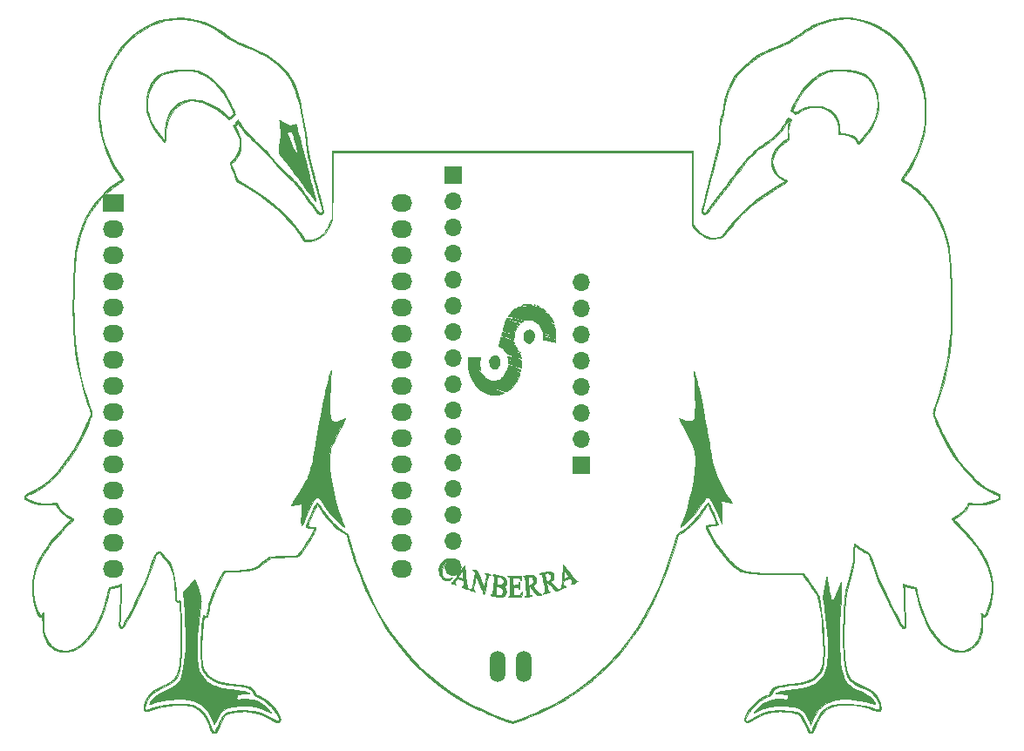
<source format=gbs>
G04 #@! TF.FileFunction,Soldermask,Bot*
%FSLAX46Y46*%
G04 Gerber Fmt 4.6, Leading zero omitted, Abs format (unit mm)*
G04 Created by KiCad (PCBNEW 4.0.4+e1-6308~48~ubuntu16.04.1-stable) date Tue Jan 10 15:15:49 2017*
%MOMM*%
%LPD*%
G01*
G04 APERTURE LIST*
%ADD10C,0.100000*%
%ADD11C,0.010000*%
%ADD12O,1.506220X3.014980*%
%ADD13O,2.032000X1.727200*%
%ADD14R,2.032000X1.727200*%
%ADD15R,1.700000X1.700000*%
%ADD16O,1.700000X1.700000*%
G04 APERTURE END LIST*
D10*
D11*
G36*
X121340634Y-65747925D02*
X122100576Y-65895920D01*
X122850290Y-66132899D01*
X123586168Y-66458281D01*
X124304602Y-66871490D01*
X124601085Y-67071660D01*
X125002158Y-67350839D01*
X125354130Y-67586191D01*
X125670798Y-67785467D01*
X125965959Y-67956416D01*
X126253409Y-68106789D01*
X126546946Y-68244337D01*
X126860366Y-68376809D01*
X127075460Y-68461619D01*
X127587866Y-68665539D01*
X128038865Y-68860277D01*
X128441573Y-69053677D01*
X128809107Y-69253581D01*
X129154581Y-69467835D01*
X129491111Y-69704281D01*
X129831813Y-69970763D01*
X130189803Y-70275126D01*
X130358055Y-70424758D01*
X130675946Y-70727511D01*
X130939273Y-71020403D01*
X131162291Y-71324609D01*
X131359255Y-71661303D01*
X131544421Y-72051659D01*
X131686052Y-72397311D01*
X131867235Y-72906623D01*
X132039618Y-73483910D01*
X132204015Y-74133017D01*
X132361241Y-74857787D01*
X132512110Y-75662066D01*
X132657437Y-76549698D01*
X132798036Y-77524528D01*
X132841571Y-77851000D01*
X132866577Y-78039516D01*
X132890478Y-78210562D01*
X132915204Y-78372633D01*
X132942681Y-78534223D01*
X132974837Y-78703827D01*
X133013599Y-78889937D01*
X133060895Y-79101050D01*
X133118653Y-79345659D01*
X133188798Y-79632258D01*
X133273260Y-79969342D01*
X133373966Y-80365404D01*
X133492843Y-80828941D01*
X133631818Y-81368444D01*
X133697429Y-81622775D01*
X133824815Y-82117920D01*
X133945201Y-82588695D01*
X134056675Y-83027438D01*
X134157324Y-83426484D01*
X134245235Y-83778170D01*
X134318496Y-84074833D01*
X134375194Y-84308809D01*
X134413417Y-84472434D01*
X134431253Y-84558045D01*
X134432343Y-84567545D01*
X134398674Y-84661618D01*
X134313117Y-84750922D01*
X134198849Y-84817667D01*
X134079046Y-84844065D01*
X134072194Y-84843978D01*
X134039715Y-84836687D01*
X133999407Y-84812639D01*
X133946485Y-84766009D01*
X133876166Y-84690971D01*
X133783668Y-84581700D01*
X133664206Y-84432370D01*
X133512997Y-84237157D01*
X133325258Y-83990233D01*
X133096205Y-83685774D01*
X132840104Y-83343460D01*
X132542789Y-82946980D01*
X132290330Y-82614028D01*
X132077788Y-82338478D01*
X131900226Y-82114203D01*
X131752706Y-81935076D01*
X131630289Y-81794973D01*
X131528037Y-81687765D01*
X131441013Y-81607328D01*
X131440093Y-81606545D01*
X131254750Y-81446090D01*
X131075696Y-81284535D01*
X130895934Y-81114568D01*
X130708470Y-80928880D01*
X130506308Y-80720161D01*
X130282453Y-80481099D01*
X130029909Y-80204384D01*
X129741681Y-79882706D01*
X129410774Y-79508755D01*
X129164023Y-79227965D01*
X128958240Y-79000799D01*
X128712161Y-78741001D01*
X128446883Y-78470138D01*
X128183507Y-78209775D01*
X127958156Y-77995396D01*
X127739248Y-77790061D01*
X127519734Y-77580343D01*
X127314254Y-77380505D01*
X127137449Y-77204811D01*
X127003959Y-77067526D01*
X126984944Y-77047223D01*
X126857304Y-76903440D01*
X126717816Y-76735979D01*
X126576949Y-76558708D01*
X126445169Y-76385491D01*
X126332944Y-76230195D01*
X126250742Y-76106687D01*
X126209031Y-76028833D01*
X126205932Y-76015273D01*
X126181662Y-75978832D01*
X126120407Y-75999953D01*
X126038579Y-76070620D01*
X125999856Y-76115891D01*
X125893482Y-76251146D01*
X125973022Y-76387221D01*
X126065998Y-76571976D01*
X126164135Y-76808362D01*
X126255015Y-77062265D01*
X126326221Y-77299571D01*
X126359958Y-77450271D01*
X126378696Y-77619647D01*
X126389366Y-77839958D01*
X126390220Y-78070096D01*
X126388656Y-78125435D01*
X126353758Y-78485289D01*
X126272327Y-78807848D01*
X126137827Y-79107066D01*
X125943720Y-79396899D01*
X125683470Y-79691302D01*
X125630065Y-79744900D01*
X125490324Y-79883000D01*
X125781706Y-80666365D01*
X125895295Y-80966101D01*
X125985325Y-81189695D01*
X126056244Y-81346834D01*
X126112505Y-81447207D01*
X126158557Y-81500500D01*
X126167865Y-81506932D01*
X126227446Y-81542537D01*
X126344683Y-81612298D01*
X126509049Y-81709961D01*
X126710019Y-81829275D01*
X126937068Y-81963989D01*
X127115626Y-82069881D01*
X128071309Y-82670090D01*
X128955777Y-83295694D01*
X129771156Y-83948672D01*
X130519575Y-84631004D01*
X131203163Y-85344669D01*
X131824046Y-86091645D01*
X132384353Y-86873912D01*
X132540847Y-87115606D01*
X132592246Y-87191685D01*
X132641787Y-87238925D01*
X132709280Y-87265442D01*
X132814534Y-87279351D01*
X132961627Y-87287980D01*
X133350840Y-87269284D01*
X133709767Y-87170376D01*
X134044870Y-86988042D01*
X134362615Y-86719065D01*
X134569561Y-86488104D01*
X134730515Y-86281401D01*
X134852354Y-86097774D01*
X134955394Y-85902944D01*
X135059955Y-85662636D01*
X135062397Y-85656649D01*
X135247417Y-85202667D01*
X135257638Y-81930925D01*
X135267858Y-78659182D01*
X170333537Y-78659182D01*
X170333537Y-82208024D01*
X170333579Y-82864404D01*
X170333792Y-83434646D01*
X170334303Y-83924974D01*
X170335241Y-84341615D01*
X170336734Y-84690793D01*
X170338912Y-84978733D01*
X170341902Y-85211662D01*
X170345832Y-85395803D01*
X170350832Y-85537382D01*
X170357030Y-85642625D01*
X170364554Y-85717757D01*
X170373532Y-85769003D01*
X170384094Y-85802588D01*
X170396367Y-85824737D01*
X170408464Y-85839469D01*
X170458389Y-85911005D01*
X170466973Y-85954431D01*
X170483608Y-86002145D01*
X170546835Y-86092067D01*
X170643852Y-86208995D01*
X170761856Y-86337726D01*
X170888044Y-86463060D01*
X170921149Y-86493701D01*
X171287130Y-86776602D01*
X171663075Y-86967982D01*
X172050015Y-87068038D01*
X172448984Y-87076970D01*
X172861016Y-86994977D01*
X173092245Y-86911747D01*
X173192208Y-86838933D01*
X173322493Y-86694203D01*
X173457546Y-86512040D01*
X173570748Y-86356311D01*
X173722819Y-86157885D01*
X173897484Y-85937458D01*
X174078468Y-85715722D01*
X174167644Y-85609173D01*
X174717429Y-84994287D01*
X175301965Y-84411266D01*
X175929079Y-83853621D01*
X176606597Y-83314866D01*
X177342344Y-82788511D01*
X178144148Y-82268070D01*
X178351597Y-82140699D01*
X178587740Y-81996141D01*
X178800388Y-81863911D01*
X178980412Y-81749853D01*
X179118680Y-81659812D01*
X179206063Y-81599633D01*
X179233606Y-81576058D01*
X179207147Y-81542301D01*
X179128422Y-81493584D01*
X179060947Y-81461174D01*
X178861434Y-81351022D01*
X178650945Y-81197350D01*
X178455571Y-81021790D01*
X178301407Y-80845971D01*
X178276728Y-80811068D01*
X178135336Y-80573081D01*
X178043228Y-80341154D01*
X177992153Y-80085574D01*
X177973858Y-79776625D01*
X177973418Y-79718969D01*
X177974883Y-79506158D01*
X177984307Y-79352509D01*
X178007633Y-79224850D01*
X178050808Y-79090010D01*
X178115787Y-78924649D01*
X178298772Y-78562482D01*
X178545217Y-78224869D01*
X178858788Y-77907664D01*
X179243152Y-77606717D01*
X179337268Y-77542484D01*
X179526820Y-77416096D01*
X179527769Y-76825366D01*
X179530342Y-76558433D01*
X179538654Y-76359660D01*
X179555077Y-76204937D01*
X179581987Y-76070150D01*
X179613067Y-75959146D01*
X179668933Y-75764706D01*
X179693194Y-75646631D01*
X179684374Y-75605390D01*
X179640999Y-75641453D01*
X179561594Y-75755288D01*
X179444683Y-75947366D01*
X179397843Y-76027618D01*
X179112885Y-76466282D01*
X178779798Y-76878567D01*
X178392416Y-77270425D01*
X177944572Y-77647810D01*
X177430101Y-78016674D01*
X177151282Y-78196446D01*
X176890483Y-78362418D01*
X176692542Y-78495984D01*
X176550941Y-78602009D01*
X176459164Y-78685356D01*
X176412029Y-78748272D01*
X176312375Y-78894379D01*
X176171131Y-79047367D01*
X176016773Y-79178824D01*
X175916534Y-79242629D01*
X175864542Y-79291065D01*
X175762746Y-79407976D01*
X175611641Y-79592728D01*
X175411724Y-79844684D01*
X175163491Y-80163208D01*
X174867436Y-80547664D01*
X174524055Y-80997417D01*
X174133846Y-81511830D01*
X173707362Y-82076908D01*
X173324614Y-82585281D01*
X172989775Y-83029840D01*
X172699257Y-83414562D01*
X172449472Y-83743426D01*
X172236832Y-84020409D01*
X172057748Y-84249487D01*
X171908633Y-84434639D01*
X171785898Y-84579842D01*
X171685956Y-84689072D01*
X171605218Y-84766309D01*
X171540096Y-84815528D01*
X171487002Y-84840708D01*
X171442348Y-84845826D01*
X171402545Y-84834859D01*
X171364007Y-84811784D01*
X171323144Y-84780580D01*
X171290776Y-84755688D01*
X171193623Y-84651977D01*
X171167562Y-84559588D01*
X171178692Y-84499689D01*
X171210914Y-84358738D01*
X171262475Y-84143756D01*
X171331621Y-83861760D01*
X171416597Y-83519772D01*
X171515650Y-83124809D01*
X171627025Y-82683893D01*
X171748970Y-82204041D01*
X171879729Y-81692273D01*
X172017550Y-81155609D01*
X172036062Y-81083727D01*
X172904568Y-77712455D01*
X172867168Y-77389182D01*
X172850001Y-77096855D01*
X172856171Y-76751270D01*
X172882849Y-76377285D01*
X172927201Y-75999757D01*
X172986399Y-75643545D01*
X173057609Y-75333506D01*
X173124903Y-75126273D01*
X173171732Y-74979811D01*
X173222988Y-74774848D01*
X173270937Y-74544052D01*
X173294311Y-74410455D01*
X173423612Y-73749659D01*
X173592970Y-73111361D01*
X173796197Y-72514941D01*
X174027104Y-71979781D01*
X174140494Y-71760278D01*
X174314512Y-71464495D01*
X174497769Y-71200808D01*
X174705846Y-70950087D01*
X174954330Y-70693207D01*
X175187829Y-70474804D01*
X175571769Y-70136056D01*
X175928734Y-69842114D01*
X176272268Y-69584798D01*
X176615917Y-69355931D01*
X176973225Y-69147336D01*
X177357736Y-68950834D01*
X177782994Y-68758248D01*
X178262543Y-68561400D01*
X178526496Y-68458980D01*
X178924971Y-68298215D01*
X179295006Y-68129315D01*
X179654143Y-67942560D01*
X180019924Y-67728231D01*
X180409891Y-67476609D01*
X180841586Y-67177975D01*
X180852448Y-67170261D01*
X181248088Y-66898987D01*
X181609995Y-66673861D01*
X181962349Y-66481415D01*
X182329330Y-66308181D01*
X182616522Y-66187652D01*
X183366675Y-65933484D01*
X184125316Y-65769148D01*
X184887669Y-65694244D01*
X185648956Y-65708374D01*
X186404402Y-65811138D01*
X187149229Y-66002136D01*
X187878661Y-66280971D01*
X188587921Y-66647241D01*
X188665017Y-66693162D01*
X189192041Y-67035128D01*
X189665161Y-67395825D01*
X190106293Y-67794102D01*
X190537352Y-68248809D01*
X190720718Y-68461210D01*
X191233131Y-69130435D01*
X191684772Y-69847696D01*
X192073198Y-70607109D01*
X192395965Y-71402793D01*
X192650627Y-72228866D01*
X192834740Y-73079447D01*
X192929858Y-73776227D01*
X192954246Y-74125476D01*
X192965012Y-74535865D01*
X192962956Y-74982294D01*
X192948880Y-75439666D01*
X192923587Y-75882883D01*
X192887878Y-76286847D01*
X192842554Y-76626461D01*
X192837948Y-76653482D01*
X192665756Y-77444081D01*
X192426561Y-78239443D01*
X192127206Y-79023388D01*
X191774536Y-79779738D01*
X191375392Y-80492311D01*
X190940433Y-81139766D01*
X190853238Y-81264106D01*
X190791031Y-81364637D01*
X190767268Y-81419617D01*
X190767268Y-81419644D01*
X190799328Y-81460818D01*
X190882189Y-81520208D01*
X190966298Y-81568076D01*
X191339749Y-81788086D01*
X191737701Y-82069995D01*
X192142293Y-82399101D01*
X192535660Y-82760702D01*
X192899941Y-83140096D01*
X192963128Y-83211530D01*
X193445346Y-83822359D01*
X193885816Y-84497342D01*
X194278494Y-85223425D01*
X194617339Y-85987557D01*
X194896308Y-86776687D01*
X195109361Y-87577762D01*
X195200759Y-88045154D01*
X195231174Y-88259370D01*
X195264186Y-88552519D01*
X195298741Y-88911275D01*
X195333788Y-89322315D01*
X195368273Y-89772313D01*
X195401145Y-90247946D01*
X195431350Y-90735889D01*
X195457836Y-91222818D01*
X195467514Y-91422032D01*
X195480785Y-91775689D01*
X195491138Y-92194973D01*
X195498576Y-92662665D01*
X195503101Y-93161548D01*
X195504718Y-93674403D01*
X195503429Y-94184012D01*
X195499237Y-94673157D01*
X195492144Y-95124620D01*
X195482153Y-95521182D01*
X195469268Y-95845625D01*
X195466762Y-95892872D01*
X195359072Y-97286044D01*
X195192796Y-98626737D01*
X194966186Y-99923601D01*
X194677495Y-101185286D01*
X194324974Y-102420444D01*
X193906876Y-103637725D01*
X193896370Y-103665860D01*
X193834749Y-103839156D01*
X193788045Y-103986826D01*
X193763905Y-104084084D01*
X193762194Y-104100803D01*
X193779865Y-104179603D01*
X193829138Y-104325429D01*
X193904406Y-104524831D01*
X194000059Y-104764358D01*
X194110487Y-105030563D01*
X194230082Y-105309994D01*
X194353235Y-105589204D01*
X194474336Y-105854741D01*
X194587778Y-106093157D01*
X194621884Y-106162205D01*
X195113476Y-107087080D01*
X195630192Y-107939839D01*
X196184120Y-108739357D01*
X196678673Y-109373451D01*
X197220271Y-109996737D01*
X197753354Y-110534625D01*
X198284291Y-110992282D01*
X198819447Y-111374878D01*
X199365190Y-111687581D01*
X199745222Y-111862779D01*
X200150104Y-112032057D01*
X200150104Y-112532965D01*
X199733089Y-112686441D01*
X199376109Y-112811953D01*
X199069587Y-112905158D01*
X198794294Y-112970133D01*
X198530997Y-113010960D01*
X198260467Y-113031716D01*
X198083985Y-113036262D01*
X197874001Y-113035546D01*
X197672339Y-113029759D01*
X197500891Y-113019848D01*
X197381547Y-113006760D01*
X197374707Y-113005568D01*
X197258405Y-112987576D01*
X197192471Y-112994227D01*
X197152523Y-113034693D01*
X197121510Y-113100825D01*
X196998463Y-113324068D01*
X196819500Y-113560391D01*
X196600684Y-113793852D01*
X196358079Y-114008506D01*
X196107749Y-114188410D01*
X195920427Y-114292942D01*
X195794258Y-114356704D01*
X195701562Y-114410151D01*
X195659721Y-114443124D01*
X195658907Y-114445842D01*
X195687466Y-114488479D01*
X195755420Y-114555634D01*
X195763161Y-114562411D01*
X196032600Y-114809176D01*
X196331254Y-115106060D01*
X196648265Y-115440422D01*
X196972774Y-115799621D01*
X197293923Y-116171016D01*
X197600853Y-116541965D01*
X197882705Y-116899828D01*
X198128620Y-117231964D01*
X198327741Y-117525731D01*
X198377740Y-117606158D01*
X198690341Y-118154861D01*
X198941716Y-118672234D01*
X199136452Y-119172808D01*
X199279138Y-119671114D01*
X199374362Y-120181682D01*
X199426710Y-120719045D01*
X199437173Y-120961727D01*
X199435013Y-121508674D01*
X199392347Y-122007093D01*
X199304772Y-122489675D01*
X199167889Y-122989111D01*
X199161574Y-123009119D01*
X199055712Y-123329536D01*
X198964428Y-123570163D01*
X198881609Y-123740071D01*
X198801142Y-123848326D01*
X198716917Y-123903999D01*
X198622820Y-123916158D01*
X198557165Y-123905898D01*
X198463089Y-123883990D01*
X198462431Y-124466404D01*
X198451709Y-124898225D01*
X198418108Y-125264134D01*
X198357879Y-125587596D01*
X198267267Y-125892075D01*
X198210527Y-126041727D01*
X198013105Y-126429745D01*
X197761129Y-126755787D01*
X197459511Y-127015183D01*
X197113161Y-127203261D01*
X196918239Y-127270975D01*
X196688421Y-127313740D01*
X196412887Y-127329311D01*
X196118022Y-127319062D01*
X195830213Y-127284366D01*
X195575847Y-127226598D01*
X195487119Y-127196474D01*
X195043716Y-126988091D01*
X194628205Y-126711686D01*
X194228735Y-126358438D01*
X193936349Y-126042217D01*
X193526892Y-125505680D01*
X193152194Y-124892005D01*
X192815168Y-124207877D01*
X192518730Y-123459981D01*
X192265793Y-122655001D01*
X192059272Y-121799623D01*
X192035394Y-121682095D01*
X191993779Y-121485082D01*
X191954603Y-121321282D01*
X191923210Y-121211960D01*
X191909120Y-121179692D01*
X191857006Y-121154780D01*
X191750246Y-121126956D01*
X191609721Y-121101426D01*
X191575566Y-121096527D01*
X191401203Y-121066952D01*
X191227886Y-121028072D01*
X191092325Y-120988153D01*
X191089207Y-120987019D01*
X190978285Y-120953920D01*
X190898707Y-120944119D01*
X190876086Y-120951519D01*
X190869006Y-121008908D01*
X190867171Y-121149422D01*
X190870258Y-121364073D01*
X190877943Y-121643873D01*
X190889901Y-121979834D01*
X190905809Y-122362966D01*
X190925343Y-122784282D01*
X190948179Y-123234792D01*
X190973993Y-123705509D01*
X190977630Y-123769106D01*
X190993854Y-124072354D01*
X191006330Y-124348154D01*
X191014584Y-124581953D01*
X191018142Y-124759198D01*
X191016527Y-124865336D01*
X191014045Y-124885806D01*
X190958612Y-124961743D01*
X190855865Y-125007191D01*
X190732303Y-125012755D01*
X190685198Y-125002395D01*
X190638263Y-124967178D01*
X190569963Y-124880274D01*
X190476265Y-124735312D01*
X190353137Y-124525924D01*
X190196546Y-124245740D01*
X190135456Y-124134118D01*
X189461313Y-122847821D01*
X188856528Y-121589450D01*
X188319322Y-120354971D01*
X187847916Y-119140350D01*
X187538184Y-118245211D01*
X187412194Y-117860876D01*
X187054437Y-117681351D01*
X186853517Y-117571888D01*
X186633955Y-117438733D01*
X186434747Y-117305865D01*
X186383981Y-117269050D01*
X186248679Y-117169444D01*
X186139438Y-117091122D01*
X186071056Y-117044579D01*
X186055807Y-117036273D01*
X186049020Y-117079805D01*
X186040425Y-117199918D01*
X186030898Y-117380886D01*
X186021311Y-117606986D01*
X186016195Y-117748881D01*
X186004596Y-118028984D01*
X185989381Y-118307061D01*
X185972281Y-118555928D01*
X185955024Y-118748404D01*
X185949720Y-118793893D01*
X185925889Y-118926047D01*
X185880187Y-119129929D01*
X185816438Y-119390369D01*
X185738467Y-119692199D01*
X185650098Y-120020249D01*
X185555157Y-120359350D01*
X185554021Y-120363327D01*
X185200658Y-121600358D01*
X185141222Y-122424042D01*
X185080159Y-123376428D01*
X185037203Y-124285500D01*
X185012258Y-125145587D01*
X185005225Y-125951020D01*
X185016007Y-126696126D01*
X185044505Y-127375235D01*
X185090622Y-127982676D01*
X185154260Y-128512780D01*
X185235321Y-128959874D01*
X185255460Y-129046437D01*
X185342150Y-129345743D01*
X185450264Y-129603074D01*
X185587899Y-129826651D01*
X185763152Y-130024696D01*
X185984122Y-130205430D01*
X186258905Y-130377077D01*
X186595601Y-130547857D01*
X186843537Y-130658870D01*
X187254023Y-130851259D01*
X187595448Y-131046606D01*
X187874537Y-131250521D01*
X188098020Y-131468615D01*
X188272623Y-131706500D01*
X188399737Y-131956862D01*
X188498709Y-132229222D01*
X188565714Y-132487976D01*
X188598615Y-132717467D01*
X188595276Y-132902035D01*
X188553561Y-133026023D01*
X188546799Y-133034974D01*
X188497167Y-133079315D01*
X188431819Y-133099848D01*
X188338850Y-133095013D01*
X188206354Y-133063249D01*
X188022423Y-133002994D01*
X187862866Y-132945309D01*
X187236090Y-132747367D01*
X186572077Y-132599026D01*
X185896780Y-132504421D01*
X185236153Y-132467682D01*
X184897869Y-132473216D01*
X184466071Y-132507489D01*
X184096004Y-132572259D01*
X183776603Y-132672183D01*
X183496808Y-132811917D01*
X183245554Y-132996116D01*
X183011780Y-133229437D01*
X182961168Y-133288333D01*
X182834570Y-133445685D01*
X182723651Y-133600516D01*
X182619429Y-133768829D01*
X182512922Y-133966630D01*
X182395149Y-134209922D01*
X182257130Y-134514711D01*
X182199160Y-134646210D01*
X181952396Y-135208818D01*
X181573985Y-135208818D01*
X181429734Y-134862455D01*
X181256192Y-134459937D01*
X181101559Y-134134622D01*
X180959556Y-133876595D01*
X180823902Y-133675941D01*
X180688318Y-133522745D01*
X180546524Y-133407093D01*
X180482263Y-133366543D01*
X180305956Y-133289919D01*
X180068714Y-133225430D01*
X179784878Y-133174175D01*
X179468792Y-133137254D01*
X179134796Y-133115766D01*
X178797235Y-133110812D01*
X178470450Y-133123491D01*
X178168783Y-133154903D01*
X178029358Y-133178464D01*
X177399243Y-133346365D01*
X176758628Y-133605118D01*
X176108570Y-133954291D01*
X176057711Y-133985186D01*
X175842413Y-134098435D01*
X175653350Y-134161342D01*
X175501084Y-134171886D01*
X175396176Y-134128045D01*
X175383208Y-134114309D01*
X175342620Y-134003271D01*
X175348778Y-133839774D01*
X175399906Y-133642332D01*
X175437735Y-133545905D01*
X175667940Y-133107842D01*
X175962415Y-132697843D01*
X176311101Y-132325736D01*
X176703941Y-132001347D01*
X177130877Y-131734502D01*
X177441127Y-131588642D01*
X177604361Y-131518903D01*
X177709555Y-131463698D01*
X177771612Y-131412362D01*
X177805437Y-131354229D01*
X177816159Y-131320262D01*
X177871951Y-131157414D01*
X177949950Y-131018822D01*
X178056823Y-130901485D01*
X178199237Y-130802401D01*
X178383858Y-130718570D01*
X178617352Y-130646992D01*
X178906385Y-130584666D01*
X179257625Y-130528590D01*
X179677736Y-130475764D01*
X179697150Y-130473553D01*
X180082734Y-130427864D01*
X180404639Y-130384803D01*
X180674892Y-130341920D01*
X180905520Y-130296766D01*
X181108551Y-130246890D01*
X181296010Y-130189843D01*
X181479925Y-130123175D01*
X181546203Y-130096906D01*
X181940232Y-129899259D01*
X182276614Y-129646691D01*
X182526286Y-129379690D01*
X182665276Y-129181042D01*
X182776629Y-128962720D01*
X182862748Y-128713151D01*
X182926030Y-128420767D01*
X182968875Y-128073995D01*
X182993684Y-127661266D01*
X183002855Y-127171008D01*
X183003032Y-127080818D01*
X182991272Y-126470608D01*
X182957337Y-125794351D01*
X182903171Y-125073568D01*
X182830718Y-124329778D01*
X182741922Y-123584502D01*
X182638727Y-122859259D01*
X182599568Y-122614150D01*
X182563017Y-122404957D01*
X182524772Y-122229560D01*
X182477946Y-122073939D01*
X182415647Y-121924074D01*
X182330988Y-121765946D01*
X182217078Y-121585536D01*
X182067029Y-121368823D01*
X181873950Y-121101789D01*
X181820437Y-121028647D01*
X181660010Y-120807343D01*
X181495817Y-120576898D01*
X181344469Y-120360872D01*
X181222578Y-120182830D01*
X181194915Y-120141370D01*
X180967417Y-119797460D01*
X178844432Y-119786978D01*
X178349490Y-119784097D01*
X177921629Y-119780372D01*
X177552110Y-119775308D01*
X177232193Y-119768411D01*
X176953139Y-119759184D01*
X176706209Y-119747133D01*
X176482663Y-119731764D01*
X176273763Y-119712582D01*
X176070769Y-119689091D01*
X175864941Y-119660797D01*
X175647540Y-119627205D01*
X175451447Y-119594845D01*
X175211516Y-119547993D01*
X175021952Y-119493985D01*
X174857308Y-119424527D01*
X174750104Y-119366293D01*
X174463850Y-119169037D01*
X174151259Y-118900603D01*
X173820826Y-118571851D01*
X173481048Y-118193640D01*
X173140424Y-117776829D01*
X172807449Y-117332279D01*
X172490621Y-116870850D01*
X172198437Y-116403401D01*
X171939393Y-115940792D01*
X171724328Y-115499138D01*
X171639617Y-115305033D01*
X171593762Y-115171042D01*
X171593666Y-115084677D01*
X171646235Y-115033452D01*
X171758373Y-115004880D01*
X171936984Y-114986475D01*
X172011074Y-114980553D01*
X172238955Y-114963303D01*
X172401989Y-114944908D01*
X172505154Y-114913088D01*
X172553429Y-114855566D01*
X172551792Y-114760065D01*
X172505221Y-114614305D01*
X172418694Y-114406009D01*
X172328741Y-114197078D01*
X172219912Y-113946323D01*
X172110867Y-113701805D01*
X172011579Y-113485441D01*
X171932027Y-113319150D01*
X171904253Y-113264450D01*
X171765337Y-112999909D01*
X171692743Y-113121308D01*
X171642361Y-113199131D01*
X171553212Y-113330541D01*
X171436341Y-113499491D01*
X171302793Y-113689934D01*
X171249274Y-113765581D01*
X170889018Y-114243100D01*
X170514832Y-114682259D01*
X170136491Y-115073424D01*
X169763771Y-115406967D01*
X169406445Y-115673256D01*
X169168528Y-115815643D01*
X168879121Y-115968902D01*
X168627886Y-116860497D01*
X168161636Y-118390705D01*
X167644301Y-119852857D01*
X167075512Y-121247554D01*
X166454900Y-122575399D01*
X165782097Y-123836995D01*
X165056734Y-125032943D01*
X164278441Y-126163847D01*
X163446850Y-127230309D01*
X162561593Y-128232931D01*
X161622299Y-129172315D01*
X160628602Y-130049064D01*
X160476820Y-130173595D01*
X159794107Y-130708244D01*
X159106255Y-131204994D01*
X158403943Y-131669037D01*
X157677845Y-132105565D01*
X156918639Y-132519771D01*
X156117000Y-132916845D01*
X155263603Y-133301981D01*
X154349126Y-133680371D01*
X153787177Y-133898750D01*
X152803055Y-134273035D01*
X152213893Y-134052680D01*
X151909038Y-133936680D01*
X151571613Y-133804879D01*
X151215891Y-133663132D01*
X150856144Y-133517289D01*
X150506645Y-133373202D01*
X150181666Y-133236724D01*
X149895481Y-133113706D01*
X149662360Y-133010001D01*
X149594572Y-132978707D01*
X148380535Y-132365134D01*
X147219003Y-131684943D01*
X146110141Y-130938339D01*
X145054109Y-130125525D01*
X144051072Y-129246708D01*
X143101191Y-128302090D01*
X142204630Y-127291877D01*
X141361551Y-126216273D01*
X140572117Y-125075483D01*
X139836490Y-123869712D01*
X139154834Y-122599163D01*
X138527311Y-121264041D01*
X137954084Y-119864552D01*
X137435315Y-118400898D01*
X137077094Y-117244091D01*
X136992654Y-116952733D01*
X136915105Y-116682338D01*
X136848693Y-116447936D01*
X136797665Y-116264560D01*
X136766268Y-116147242D01*
X136760250Y-116122593D01*
X136734819Y-116042343D01*
X136690248Y-115978637D01*
X136610658Y-115916582D01*
X136480166Y-115841285D01*
X136434092Y-115816723D01*
X136055612Y-115580072D01*
X135660600Y-115263943D01*
X135256805Y-114876358D01*
X134851975Y-114425340D01*
X134453857Y-113918912D01*
X134077820Y-113376802D01*
X133844731Y-113019330D01*
X133775587Y-113120585D01*
X133717750Y-113219477D01*
X133638364Y-113375037D01*
X133543225Y-113573862D01*
X133438129Y-113802544D01*
X133328872Y-114047681D01*
X133221251Y-114295865D01*
X133121062Y-114533693D01*
X133034101Y-114747758D01*
X132966164Y-114924656D01*
X132923047Y-115050982D01*
X132910548Y-115113330D01*
X132912346Y-115117033D01*
X132962143Y-115131569D01*
X133065433Y-115149084D01*
X133200091Y-115165840D01*
X133203344Y-115166183D01*
X133410253Y-115189521D01*
X133552937Y-115210856D01*
X133642857Y-115233635D01*
X133691477Y-115261311D01*
X133710260Y-115297332D01*
X133712044Y-115319287D01*
X133689064Y-115410364D01*
X133624551Y-115561409D01*
X133525150Y-115761068D01*
X133397504Y-115997985D01*
X133248257Y-116260807D01*
X133084052Y-116538178D01*
X132911532Y-116818745D01*
X132737343Y-117091153D01*
X132568126Y-117344046D01*
X132410527Y-117566071D01*
X132351365Y-117644820D01*
X132221911Y-117809356D01*
X132124594Y-117918399D01*
X132042388Y-117986777D01*
X131958268Y-118029314D01*
X131881851Y-118053684D01*
X131786807Y-118069850D01*
X131625185Y-118085564D01*
X131406230Y-118100292D01*
X131139185Y-118113497D01*
X130833294Y-118124644D01*
X130515621Y-118132830D01*
X129347407Y-118157260D01*
X129018158Y-118411732D01*
X128711432Y-118647959D01*
X128459148Y-118839262D01*
X128252134Y-118990974D01*
X128081218Y-119108429D01*
X127937227Y-119196960D01*
X127810991Y-119261900D01*
X127693337Y-119308582D01*
X127575092Y-119342341D01*
X127447086Y-119368508D01*
X127343089Y-119385743D01*
X127134925Y-119413739D01*
X126869356Y-119442260D01*
X126564780Y-119469879D01*
X126239595Y-119495165D01*
X125912200Y-119516691D01*
X125600994Y-119533029D01*
X125324375Y-119542748D01*
X125319547Y-119542860D01*
X124869289Y-119553182D01*
X124399780Y-120453727D01*
X124138238Y-120964595D01*
X123919243Y-121414375D01*
X123738449Y-121814556D01*
X123591506Y-122176626D01*
X123474065Y-122512074D01*
X123381777Y-122832388D01*
X123310295Y-123149057D01*
X123255268Y-123473569D01*
X123254410Y-123479496D01*
X123187841Y-123940455D01*
X123000316Y-123963546D01*
X122812791Y-123986636D01*
X122768660Y-124309909D01*
X122713956Y-124775879D01*
X122667150Y-125303603D01*
X122630151Y-125862763D01*
X122604868Y-126423039D01*
X122593213Y-126954109D01*
X122592660Y-127103909D01*
X122598450Y-127588155D01*
X122616402Y-127993163D01*
X122649226Y-128331339D01*
X122699632Y-128615086D01*
X122770331Y-128856810D01*
X122864032Y-129068917D01*
X122983447Y-129263811D01*
X123097171Y-129413064D01*
X123318608Y-129649749D01*
X123567668Y-129849682D01*
X123852577Y-130016462D01*
X124181555Y-130153693D01*
X124562827Y-130264975D01*
X125004615Y-130353910D01*
X125364332Y-130406070D01*
X125759118Y-130456176D01*
X126086294Y-130498541D01*
X126353705Y-130534461D01*
X126569198Y-130565230D01*
X126740618Y-130592146D01*
X126875812Y-130616504D01*
X126982627Y-130639599D01*
X127068907Y-130662728D01*
X127142500Y-130687186D01*
X127198467Y-130708972D01*
X127404701Y-130807514D01*
X127552391Y-130916165D01*
X127658631Y-131051411D01*
X127740515Y-131229740D01*
X127741660Y-131232868D01*
X127791963Y-131360810D01*
X127841253Y-131439475D01*
X127912316Y-131491129D01*
X128027941Y-131538039D01*
X128068665Y-131552399D01*
X128459815Y-131728089D01*
X128854093Y-131977646D01*
X129232251Y-132286686D01*
X129575036Y-132640827D01*
X129655626Y-132738061D01*
X129869498Y-133026610D01*
X130040231Y-133301830D01*
X130163644Y-133554577D01*
X130235555Y-133775703D01*
X130251782Y-133956064D01*
X130240839Y-134017977D01*
X130207833Y-134098876D01*
X130153250Y-134140154D01*
X130052198Y-134158456D01*
X130027577Y-134160561D01*
X129921132Y-134159169D01*
X129814442Y-134131525D01*
X129684335Y-134069450D01*
X129554415Y-133993529D01*
X128930323Y-133650164D01*
X128322906Y-133392462D01*
X127725321Y-133218276D01*
X127130729Y-133125462D01*
X126730522Y-133107731D01*
X126463807Y-133114853D01*
X126184240Y-133134913D01*
X125907344Y-133165655D01*
X125648641Y-133204826D01*
X125423655Y-133250170D01*
X125247910Y-133299432D01*
X125161312Y-133335669D01*
X124986947Y-133452726D01*
X124822600Y-133616785D01*
X124661784Y-133837330D01*
X124498010Y-134123844D01*
X124324792Y-134485814D01*
X124237855Y-134685684D01*
X124015947Y-135208818D01*
X123847019Y-135222588D01*
X123718434Y-135217978D01*
X123644271Y-135182050D01*
X123640174Y-135176406D01*
X123609230Y-135115443D01*
X123550436Y-134989446D01*
X123471384Y-134815032D01*
X123379664Y-134608817D01*
X123349035Y-134539182D01*
X123136692Y-134083470D01*
X122932025Y-133707048D01*
X122726871Y-133398880D01*
X122513064Y-133147932D01*
X122282439Y-132943168D01*
X122054582Y-132789741D01*
X121845014Y-132681633D01*
X121619406Y-132599317D01*
X121363631Y-132539644D01*
X121063557Y-132499463D01*
X120705058Y-132475626D01*
X120632940Y-132472817D01*
X120043413Y-132479124D01*
X119428233Y-132535693D01*
X118811347Y-132638523D01*
X118216702Y-132783609D01*
X117668246Y-132966949D01*
X117661898Y-132969422D01*
X117429264Y-133052702D01*
X117256246Y-133096281D01*
X117134444Y-133101273D01*
X117055457Y-133068796D01*
X117039029Y-133052127D01*
X117000262Y-132946206D01*
X116994213Y-132778431D01*
X117017444Y-132568131D01*
X117066517Y-132334639D01*
X117137996Y-132097285D01*
X117228441Y-131875400D01*
X117259243Y-131813822D01*
X117392525Y-131596901D01*
X117556619Y-131400026D01*
X117759931Y-131216750D01*
X118010867Y-131040626D01*
X118317834Y-130865207D01*
X118689238Y-130684046D01*
X118794283Y-130636595D01*
X119100654Y-130495439D01*
X119345960Y-130370822D01*
X119542323Y-130255141D01*
X119701862Y-130140795D01*
X119836699Y-130020183D01*
X119921220Y-129929846D01*
X120060449Y-129744589D01*
X120179057Y-129525381D01*
X120279066Y-129263580D01*
X120362499Y-128950544D01*
X120431378Y-128577630D01*
X120487726Y-128136195D01*
X120533566Y-127617596D01*
X120560930Y-127196273D01*
X120574853Y-126855650D01*
X120582679Y-126440722D01*
X120584653Y-125969221D01*
X120581019Y-125458882D01*
X120572023Y-124927438D01*
X120557909Y-124392623D01*
X120538924Y-123872171D01*
X120515311Y-123383816D01*
X120506053Y-123224636D01*
X120462343Y-122508818D01*
X120304176Y-122494793D01*
X120196309Y-122473564D01*
X120120723Y-122437765D01*
X120109017Y-122425520D01*
X120093806Y-122362463D01*
X120075834Y-122224227D01*
X120056832Y-122027836D01*
X120038529Y-121790313D01*
X120028519Y-121633710D01*
X119984153Y-121062535D01*
X119921784Y-120531112D01*
X119843378Y-120049754D01*
X119750905Y-119628775D01*
X119646331Y-119278488D01*
X119531625Y-119009207D01*
X119525616Y-118997976D01*
X119455263Y-118884003D01*
X119344031Y-118722538D01*
X119204707Y-118531341D01*
X119050075Y-118328171D01*
X118971157Y-118227825D01*
X118541182Y-117687559D01*
X118364562Y-117772073D01*
X118187943Y-117856586D01*
X117994465Y-118427793D01*
X117598014Y-119531816D01*
X117157165Y-120631234D01*
X116664243Y-121744450D01*
X116247360Y-122616553D01*
X116074204Y-122963334D01*
X115896288Y-123310924D01*
X115718860Y-123649812D01*
X115547164Y-123970485D01*
X115386447Y-124263434D01*
X115241953Y-124519145D01*
X115118930Y-124728107D01*
X115022622Y-124880809D01*
X114958275Y-124967739D01*
X114942906Y-124981805D01*
X114846915Y-125010722D01*
X114734179Y-125004841D01*
X114668705Y-124982763D01*
X114621698Y-124942637D01*
X114591375Y-124872000D01*
X114575953Y-124758387D01*
X114573652Y-124589333D01*
X114582689Y-124352376D01*
X114599529Y-124062994D01*
X114621230Y-123698558D01*
X114642005Y-123316998D01*
X114661440Y-122929247D01*
X114679119Y-122546234D01*
X114694628Y-122178890D01*
X114707552Y-121838143D01*
X114717478Y-121534925D01*
X114723989Y-121280166D01*
X114726671Y-121084796D01*
X114725111Y-120959744D01*
X114718910Y-120915941D01*
X114674795Y-120928617D01*
X114582450Y-120960420D01*
X114511500Y-120986181D01*
X114377192Y-121026437D01*
X114204119Y-121065781D01*
X114029088Y-121095875D01*
X114024343Y-121096527D01*
X113878937Y-121120966D01*
X113762446Y-121149089D01*
X113695833Y-121175615D01*
X113689881Y-121180799D01*
X113667456Y-121239700D01*
X113631344Y-121370138D01*
X113586169Y-121554018D01*
X113536557Y-121773249D01*
X113526367Y-121820408D01*
X113413594Y-122316540D01*
X113298484Y-122754631D01*
X113170919Y-123168514D01*
X113020782Y-123592024D01*
X112913147Y-123871182D01*
X112629380Y-124527083D01*
X112326368Y-125104043D01*
X111997458Y-125614205D01*
X111849168Y-125812530D01*
X111425994Y-126297842D01*
X110983925Y-126694798D01*
X110523721Y-127002793D01*
X110112791Y-127196529D01*
X109879847Y-127263347D01*
X109602629Y-127307672D01*
X109307513Y-127328133D01*
X109020879Y-127323356D01*
X108769105Y-127291970D01*
X108681671Y-127270975D01*
X108309036Y-127123347D01*
X107986838Y-126907717D01*
X107713417Y-126622262D01*
X107487114Y-126265158D01*
X107306271Y-125834583D01*
X107268944Y-125718455D01*
X107227631Y-125574493D01*
X107197843Y-125442983D01*
X107177127Y-125302578D01*
X107163030Y-125131929D01*
X107153103Y-124909686D01*
X107145627Y-124644727D01*
X107127762Y-123917364D01*
X107002705Y-123917364D01*
X106895788Y-123908799D01*
X106815741Y-123888424D01*
X106755671Y-123822305D01*
X106681409Y-123682011D01*
X106598002Y-123482711D01*
X106510498Y-123239570D01*
X106423944Y-122967757D01*
X106343386Y-122682437D01*
X106273873Y-122398778D01*
X106220450Y-122131946D01*
X106209934Y-122067933D01*
X106175189Y-121753641D01*
X106156538Y-121382956D01*
X106153977Y-120989744D01*
X106167501Y-120607869D01*
X106197105Y-120271197D01*
X106210191Y-120177139D01*
X106332832Y-119594572D01*
X106520533Y-119008037D01*
X106774486Y-118415625D01*
X107095883Y-117815429D01*
X107485916Y-117205542D01*
X107945777Y-116584056D01*
X108476657Y-115949063D01*
X109079748Y-115298657D01*
X109554903Y-114824069D01*
X109690939Y-114687831D01*
X109800496Y-114569937D01*
X109872326Y-114483075D01*
X109895230Y-114440098D01*
X109856865Y-114402347D01*
X109766875Y-114343041D01*
X109644157Y-114274545D01*
X109634812Y-114269716D01*
X109466214Y-114173049D01*
X109287952Y-114055528D01*
X109173645Y-113970126D01*
X109038199Y-113846509D01*
X108892503Y-113690657D01*
X108750235Y-113520004D01*
X108625073Y-113351984D01*
X108530692Y-113204028D01*
X108480771Y-113093572D01*
X108478504Y-113084088D01*
X108460759Y-113018644D01*
X108429102Y-112988006D01*
X108363290Y-112985372D01*
X108243081Y-113003939D01*
X108241052Y-113004294D01*
X108120373Y-113018212D01*
X107946528Y-113029053D01*
X107742152Y-113035787D01*
X107529881Y-113037385D01*
X107515925Y-113037283D01*
X107174477Y-113022443D01*
X106849890Y-112980765D01*
X106520180Y-112907582D01*
X106163363Y-112798230D01*
X105848354Y-112683392D01*
X105669980Y-112612496D01*
X105550959Y-112557358D01*
X105477555Y-112509166D01*
X105436034Y-112459106D01*
X105414543Y-112405078D01*
X105402500Y-112258951D01*
X105513882Y-112258951D01*
X105517491Y-112307612D01*
X105564590Y-112369090D01*
X105639777Y-112425452D01*
X105775714Y-112494784D01*
X105958772Y-112572140D01*
X106175319Y-112652572D01*
X106411727Y-112731134D01*
X106654364Y-112802878D01*
X106889601Y-112862856D01*
X106979468Y-112882633D01*
X107275855Y-112936920D01*
X107520615Y-112963254D01*
X107734163Y-112962478D01*
X107936913Y-112935433D01*
X107989805Y-112924331D01*
X108196653Y-112878794D01*
X108342207Y-112851500D01*
X108439739Y-112843951D01*
X108502519Y-112857645D01*
X108543819Y-112894083D01*
X108576910Y-112954763D01*
X108593612Y-112992569D01*
X108674406Y-113134425D01*
X108802272Y-113309500D01*
X108961190Y-113499794D01*
X109135137Y-113687306D01*
X109308092Y-113854035D01*
X109464033Y-113981981D01*
X109491060Y-114000855D01*
X109647831Y-114099041D01*
X109812930Y-114190991D01*
X109932716Y-114248737D01*
X110065055Y-114320474D01*
X110125627Y-114398015D01*
X110114789Y-114489233D01*
X110032898Y-114602005D01*
X109952320Y-114681000D01*
X109654082Y-114964379D01*
X109332467Y-115289665D01*
X108999017Y-115643720D01*
X108665277Y-116013405D01*
X108342792Y-116385578D01*
X108043104Y-116747102D01*
X107777758Y-117084836D01*
X107558298Y-117385640D01*
X107497623Y-117475000D01*
X107101900Y-118120083D01*
X106780475Y-118751663D01*
X106532873Y-119371522D01*
X106358614Y-119981445D01*
X106257224Y-120583213D01*
X106228225Y-121178610D01*
X106271139Y-121769419D01*
X106299437Y-121954636D01*
X106359056Y-122252051D01*
X106435665Y-122560104D01*
X106523913Y-122863316D01*
X106618448Y-123146204D01*
X106713919Y-123393287D01*
X106804976Y-123589085D01*
X106886265Y-123718116D01*
X106920779Y-123752181D01*
X106973642Y-123771694D01*
X107027838Y-123735836D01*
X107091376Y-123651402D01*
X107183471Y-123533164D01*
X107243681Y-123498087D01*
X107273245Y-123547000D01*
X107273401Y-123680734D01*
X107264398Y-123767273D01*
X107251644Y-123920989D01*
X107241881Y-124137038D01*
X107236145Y-124385421D01*
X107235270Y-124610091D01*
X107238748Y-124867065D01*
X107247500Y-125058601D01*
X107264709Y-125211589D01*
X107293558Y-125352918D01*
X107337229Y-125509478D01*
X107344580Y-125533727D01*
X107520765Y-125992450D01*
X107748230Y-126385403D01*
X108024211Y-126709532D01*
X108345944Y-126961780D01*
X108710662Y-127139094D01*
X108833312Y-127178740D01*
X109170697Y-127231134D01*
X109535614Y-127206595D01*
X109918281Y-127108595D01*
X110308915Y-126940605D01*
X110697733Y-126706095D01*
X111074953Y-126408536D01*
X111120670Y-126367202D01*
X111338226Y-126146760D01*
X111577365Y-125869410D01*
X111820937Y-125557644D01*
X112051793Y-125233956D01*
X112252781Y-124920837D01*
X112342427Y-124764856D01*
X112607007Y-124231984D01*
X112858090Y-123632816D01*
X113086579Y-122993266D01*
X113283378Y-122339246D01*
X113439388Y-121696669D01*
X113466807Y-121562091D01*
X113508974Y-121368209D01*
X113551724Y-121206685D01*
X113588705Y-121100047D01*
X113604862Y-121072366D01*
X113667314Y-121042866D01*
X113780740Y-121014849D01*
X113918148Y-120994677D01*
X114092490Y-120964065D01*
X114291891Y-120910238D01*
X114461531Y-120849402D01*
X114600846Y-120793115D01*
X114714737Y-120751291D01*
X114782382Y-120731477D01*
X114788704Y-120730818D01*
X114807596Y-120756176D01*
X114818087Y-120839094D01*
X114820580Y-120989835D01*
X114815482Y-121218666D01*
X114811960Y-121319636D01*
X114798911Y-121655958D01*
X114783778Y-122021394D01*
X114767177Y-122403160D01*
X114749728Y-122788476D01*
X114732048Y-123164556D01*
X114714755Y-123518620D01*
X114698468Y-123837884D01*
X114683804Y-124109565D01*
X114671382Y-124320881D01*
X114661821Y-124459049D01*
X114658341Y-124496401D01*
X114654261Y-124647399D01*
X114690082Y-124759694D01*
X114712193Y-124796182D01*
X114787498Y-124909470D01*
X114872006Y-124817508D01*
X114928985Y-124738424D01*
X115019630Y-124591516D01*
X115137990Y-124387711D01*
X115278112Y-124137936D01*
X115434045Y-123853119D01*
X115599838Y-123544187D01*
X115769540Y-123222068D01*
X115937198Y-122897690D01*
X116096862Y-122581981D01*
X116171327Y-122431826D01*
X116574577Y-121586692D01*
X116953817Y-120740195D01*
X117302277Y-119908601D01*
X117613185Y-119108175D01*
X117879773Y-118355181D01*
X117924812Y-118218953D01*
X117991926Y-118016238D01*
X118042626Y-117880535D01*
X118088525Y-117793035D01*
X118141236Y-117734928D01*
X118212372Y-117687406D01*
X118274095Y-117653225D01*
X118399435Y-117592725D01*
X118508782Y-117553106D01*
X118558424Y-117544140D01*
X118615552Y-117576856D01*
X118711943Y-117666659D01*
X118837171Y-117800870D01*
X118980809Y-117966812D01*
X119132431Y-118151806D01*
X119281612Y-118343173D01*
X119417925Y-118528236D01*
X119530945Y-118694315D01*
X119602077Y-118813249D01*
X119712639Y-119068410D01*
X119815141Y-119403158D01*
X119907130Y-119804969D01*
X119986153Y-120261318D01*
X120049757Y-120759682D01*
X120095489Y-121287536D01*
X120099784Y-121354273D01*
X120114400Y-121597486D01*
X120126646Y-121814662D01*
X120135444Y-121985638D01*
X120139713Y-122090251D01*
X120139950Y-122104727D01*
X120166119Y-122214613D01*
X120216123Y-122301241D01*
X120282853Y-122362560D01*
X120342320Y-122354220D01*
X120362743Y-122340134D01*
X120421247Y-122302788D01*
X120466435Y-122297721D01*
X120500990Y-122334629D01*
X120527597Y-122423209D01*
X120548939Y-122573156D01*
X120567700Y-122794168D01*
X120586564Y-123095939D01*
X120590335Y-123162394D01*
X120623958Y-123858897D01*
X120647295Y-124559703D01*
X120660468Y-125252753D01*
X120663603Y-125925990D01*
X120656823Y-126567357D01*
X120640250Y-127164796D01*
X120614009Y-127706250D01*
X120578223Y-128179660D01*
X120535044Y-128558636D01*
X120470177Y-128973587D01*
X120397345Y-129318656D01*
X120308379Y-129605000D01*
X120195113Y-129843771D01*
X120049380Y-130046123D01*
X119863013Y-130223210D01*
X119627845Y-130386187D01*
X119335709Y-130546207D01*
X118978439Y-130714423D01*
X118945925Y-130728958D01*
X118513982Y-130936827D01*
X118151456Y-131146754D01*
X117852021Y-131365001D01*
X117609350Y-131597826D01*
X117417117Y-131851491D01*
X117268998Y-132132254D01*
X117158665Y-132446377D01*
X117139983Y-132516071D01*
X117101663Y-132671029D01*
X117086239Y-132764343D01*
X117093860Y-132822477D01*
X117124675Y-132871896D01*
X117142107Y-132893419D01*
X117179518Y-132935189D01*
X117217807Y-132955891D01*
X117273688Y-132954104D01*
X117363879Y-132928406D01*
X117505097Y-132877375D01*
X117556580Y-132858158D01*
X118286747Y-132629707D01*
X119058725Y-132473497D01*
X119866062Y-132390531D01*
X120632940Y-132379712D01*
X120994662Y-132393795D01*
X121293455Y-132416551D01*
X121542042Y-132450539D01*
X121753149Y-132498319D01*
X121939501Y-132562450D01*
X122113822Y-132645492D01*
X122200747Y-132695084D01*
X122425218Y-132845440D01*
X122623681Y-133016756D01*
X122804921Y-133221087D01*
X122977722Y-133470487D01*
X123150869Y-133777010D01*
X123333147Y-134152709D01*
X123443717Y-134400636D01*
X123542238Y-134622049D01*
X123632747Y-134816671D01*
X123707561Y-134968623D01*
X123758997Y-135062028D01*
X123773169Y-135081447D01*
X123815302Y-135108487D01*
X123858804Y-135097498D01*
X123909654Y-135039406D01*
X123973835Y-134925136D01*
X124057328Y-134745615D01*
X124166115Y-134491768D01*
X124173544Y-134474053D01*
X124339016Y-134098585D01*
X124492553Y-133800842D01*
X124645034Y-133570465D01*
X124807340Y-133397095D01*
X124990352Y-133270376D01*
X125204950Y-133179948D01*
X125462013Y-133115454D01*
X125631119Y-133086415D01*
X125920319Y-133051995D01*
X126245941Y-133029304D01*
X126588680Y-133018369D01*
X126929233Y-133019214D01*
X127248296Y-133031865D01*
X127526564Y-133056345D01*
X127703238Y-133083741D01*
X128303543Y-133243533D01*
X128918569Y-133484126D01*
X129535474Y-133800275D01*
X129708339Y-133902563D01*
X129851733Y-133988847D01*
X129943866Y-134037650D01*
X130001191Y-134053048D01*
X130040161Y-134039116D01*
X130077228Y-133999929D01*
X130081322Y-133994951D01*
X130125387Y-133934987D01*
X130135205Y-133881290D01*
X130110556Y-133799801D01*
X130079563Y-133724438D01*
X129885025Y-133343987D01*
X129627521Y-132969349D01*
X129319721Y-132612805D01*
X128974295Y-132286632D01*
X128603911Y-132003110D01*
X128221239Y-131774518D01*
X127936657Y-131647587D01*
X127808865Y-131593469D01*
X127732397Y-131538638D01*
X127684617Y-131462053D01*
X127657344Y-131387978D01*
X127551585Y-131182126D01*
X127382919Y-131000019D01*
X127163636Y-130853561D01*
X127053707Y-130803249D01*
X126981329Y-130776042D01*
X126903564Y-130751395D01*
X126812469Y-130727992D01*
X126700099Y-130704519D01*
X126558511Y-130679660D01*
X126379760Y-130652100D01*
X126155902Y-130620524D01*
X125878994Y-130583616D01*
X125541092Y-130540061D01*
X125212690Y-130498434D01*
X124709847Y-130420537D01*
X124274396Y-130320879D01*
X123899504Y-130196552D01*
X123578335Y-130044645D01*
X123304058Y-129862248D01*
X123069839Y-129646452D01*
X122985965Y-129550287D01*
X122861842Y-129383484D01*
X122760693Y-129207786D01*
X122680375Y-129012050D01*
X122618743Y-128785132D01*
X122573653Y-128515889D01*
X122542959Y-128193177D01*
X122524517Y-127805852D01*
X122516184Y-127342773D01*
X122515157Y-127103909D01*
X122516647Y-126671830D01*
X122523015Y-126289820D01*
X122535593Y-125933733D01*
X122555710Y-125579425D01*
X122584697Y-125202753D01*
X122623886Y-124779570D01*
X122665961Y-124367636D01*
X122692217Y-124125690D01*
X122713385Y-123960834D01*
X122733057Y-123858399D01*
X122754823Y-123803719D01*
X122782276Y-123782126D01*
X122810128Y-123778818D01*
X122897374Y-123802483D01*
X122936999Y-123833145D01*
X122998444Y-123863406D01*
X123056995Y-123807231D01*
X123109793Y-123670551D01*
X123153982Y-123459293D01*
X123169043Y-123351722D01*
X123220366Y-123021080D01*
X123294600Y-122687432D01*
X123395596Y-122340437D01*
X123527206Y-121969755D01*
X123693282Y-121565046D01*
X123897675Y-121115968D01*
X124144237Y-120612183D01*
X124312204Y-120282865D01*
X124746223Y-119442366D01*
X125258014Y-119439641D01*
X125632874Y-119430755D01*
X126043284Y-119409234D01*
X126460737Y-119377230D01*
X126856727Y-119336896D01*
X127172492Y-119295057D01*
X127317176Y-119271313D01*
X127444299Y-119244134D01*
X127563092Y-119208201D01*
X127682788Y-119158197D01*
X127812623Y-119088803D01*
X127961827Y-118994702D01*
X128139635Y-118870576D01*
X128355279Y-118711106D01*
X128617993Y-118510976D01*
X128866517Y-118319368D01*
X129195765Y-118064896D01*
X130363979Y-118040467D01*
X130696933Y-118031799D01*
X131000334Y-118020570D01*
X131264858Y-118007318D01*
X131481180Y-117992584D01*
X131639977Y-117976906D01*
X131729776Y-117961433D01*
X131821683Y-117930723D01*
X131900702Y-117886703D01*
X131982118Y-117815777D01*
X132081219Y-117704349D01*
X132213289Y-117538823D01*
X132232138Y-117514603D01*
X132386369Y-117304953D01*
X132568966Y-117039030D01*
X132766659Y-116737751D01*
X132966179Y-116422036D01*
X133154256Y-116112802D01*
X133317621Y-115830968D01*
X133421102Y-115640255D01*
X133492386Y-115499300D01*
X133526185Y-115415229D01*
X133526721Y-115367791D01*
X133498217Y-115336733D01*
X133486087Y-115328527D01*
X133400924Y-115297362D01*
X133285141Y-115281774D01*
X133264902Y-115281364D01*
X133129083Y-115274554D01*
X132976722Y-115257635D01*
X132940171Y-115251996D01*
X132831677Y-115227592D01*
X132779585Y-115192139D01*
X132764548Y-115130570D01*
X132764283Y-115115026D01*
X132781609Y-115043947D01*
X132829613Y-114906184D01*
X132902330Y-114715915D01*
X132993798Y-114487317D01*
X133098052Y-114234569D01*
X133209130Y-113971850D01*
X133321068Y-113713336D01*
X133427902Y-113473208D01*
X133523670Y-113265641D01*
X133602408Y-113104816D01*
X133636916Y-113040320D01*
X133719525Y-112910886D01*
X133793133Y-112845638D01*
X133868319Y-112847720D01*
X133955664Y-112920275D01*
X134065747Y-113066448D01*
X134148005Y-113192198D01*
X134298112Y-113412935D01*
X134489008Y-113670729D01*
X134708166Y-113950635D01*
X134943056Y-114237705D01*
X135181150Y-114516994D01*
X135409918Y-114773555D01*
X135616832Y-114992442D01*
X135789362Y-115158708D01*
X135816074Y-115182130D01*
X136001637Y-115331878D01*
X136210864Y-115485583D01*
X136409801Y-115618797D01*
X136489507Y-115667039D01*
X136644335Y-115758557D01*
X136744490Y-115827168D01*
X136804567Y-115887527D01*
X136839162Y-115954289D01*
X136862819Y-116041878D01*
X136905781Y-116213652D01*
X136972403Y-116455074D01*
X137057808Y-116750218D01*
X137157120Y-117083159D01*
X137265462Y-117437971D01*
X137377959Y-117798729D01*
X137489733Y-118149508D01*
X137595909Y-118474383D01*
X137691610Y-118757428D01*
X137714066Y-118821892D01*
X138248171Y-120240245D01*
X138831143Y-121589564D01*
X139464891Y-122873332D01*
X140151323Y-124095033D01*
X140892348Y-125258149D01*
X141689875Y-126366165D01*
X142202595Y-127013644D01*
X143042646Y-127983570D01*
X143913517Y-128881327D01*
X144823113Y-129713813D01*
X145779341Y-130487923D01*
X146790107Y-131210554D01*
X147630208Y-131748249D01*
X148097539Y-132026423D01*
X148558161Y-132285807D01*
X149023259Y-132531707D01*
X149504016Y-132769433D01*
X150011616Y-133004290D01*
X150557244Y-133241589D01*
X151152084Y-133486635D01*
X151807319Y-133744738D01*
X151964523Y-133805272D01*
X152797152Y-134124685D01*
X153670494Y-133793866D01*
X154411982Y-133505200D01*
X155092339Y-133223261D01*
X155725466Y-132941516D01*
X156325268Y-132653434D01*
X156905647Y-132352482D01*
X157480507Y-132032127D01*
X157729066Y-131887017D01*
X158803427Y-131210833D01*
X159816682Y-130487949D01*
X160775768Y-129712412D01*
X161687621Y-128878273D01*
X162559179Y-127979580D01*
X163358524Y-127057727D01*
X164199122Y-125973874D01*
X164982714Y-124834478D01*
X165710268Y-123637597D01*
X166382755Y-122381290D01*
X167001143Y-121063614D01*
X167566402Y-119682628D01*
X168079502Y-118236390D01*
X168541411Y-116722958D01*
X168571406Y-116616055D01*
X168782747Y-115858636D01*
X169150604Y-115639455D01*
X169349027Y-115510048D01*
X169570004Y-115348456D01*
X169777723Y-115181446D01*
X169859656Y-115109538D01*
X170047199Y-114925629D01*
X170268784Y-114687259D01*
X170510351Y-114411363D01*
X170757843Y-114114879D01*
X170997200Y-113814743D01*
X171214364Y-113527890D01*
X171395277Y-113271259D01*
X171432940Y-113214199D01*
X171567392Y-113015477D01*
X171670596Y-112891293D01*
X171753385Y-112839352D01*
X171826591Y-112857359D01*
X171901048Y-112943018D01*
X171987588Y-113094035D01*
X171988845Y-113096426D01*
X172058129Y-113236360D01*
X172145800Y-113425360D01*
X172245607Y-113648618D01*
X172351298Y-113891324D01*
X172456621Y-114138670D01*
X172555324Y-114375846D01*
X172641157Y-114588042D01*
X172707866Y-114760449D01*
X172749201Y-114878258D01*
X172759805Y-114922716D01*
X172748458Y-114962337D01*
X172707899Y-114993590D01*
X172628354Y-115018852D01*
X172500049Y-115040501D01*
X172313209Y-115060914D01*
X172124805Y-115077165D01*
X171963633Y-115091869D01*
X171835097Y-115106816D01*
X171755009Y-115119970D01*
X171736223Y-115127212D01*
X171755086Y-115192850D01*
X171805594Y-115316619D01*
X171878630Y-115478771D01*
X171965075Y-115659560D01*
X172055810Y-115839238D01*
X172122534Y-115963814D01*
X172356519Y-116359889D01*
X172632142Y-116782224D01*
X172936762Y-117214281D01*
X173257737Y-117639520D01*
X173582423Y-118041401D01*
X173898179Y-118403386D01*
X174192361Y-118708935D01*
X174295179Y-118806177D01*
X174564491Y-119039532D01*
X174804475Y-119214082D01*
X175035566Y-119340707D01*
X175278201Y-119430286D01*
X175552814Y-119493699D01*
X175603089Y-119502481D01*
X175838665Y-119541276D01*
X176053552Y-119574239D01*
X176256545Y-119601860D01*
X176456434Y-119624629D01*
X176662013Y-119643035D01*
X176882073Y-119657567D01*
X177125408Y-119668714D01*
X177400809Y-119676966D01*
X177717068Y-119682813D01*
X178082979Y-119686742D01*
X178507333Y-119689245D01*
X178986439Y-119690780D01*
X181099789Y-119695878D01*
X181295987Y-119993984D01*
X181393322Y-120137706D01*
X181526333Y-120328352D01*
X181679801Y-120544383D01*
X181838506Y-120764260D01*
X181892441Y-120838096D01*
X182097604Y-121120113D01*
X182258027Y-121348454D01*
X182380589Y-121537099D01*
X182472166Y-121700026D01*
X182539637Y-121851216D01*
X182589880Y-122004647D01*
X182629772Y-122174298D01*
X182666193Y-122374150D01*
X182675389Y-122429422D01*
X182820109Y-123408460D01*
X182935086Y-124399806D01*
X183018230Y-125379475D01*
X183067447Y-126323477D01*
X183081045Y-127080818D01*
X183078060Y-127540910D01*
X183067989Y-127922391D01*
X183049414Y-128238756D01*
X183020919Y-128503498D01*
X182981088Y-128730111D01*
X182928503Y-128932090D01*
X182868462Y-129105627D01*
X182710290Y-129410785D01*
X182484421Y-129685115D01*
X182195868Y-129923977D01*
X181849643Y-130122730D01*
X181697845Y-130189269D01*
X181512310Y-130259916D01*
X181327474Y-130320077D01*
X181131309Y-130372202D01*
X180911788Y-130418742D01*
X180656885Y-130462146D01*
X180354572Y-130504865D01*
X179992823Y-130549347D01*
X179848791Y-130565917D01*
X179432467Y-130618057D01*
X179085637Y-130672671D01*
X178801976Y-130731313D01*
X178575161Y-130795537D01*
X178398868Y-130866898D01*
X178266774Y-130946951D01*
X178252031Y-130958470D01*
X178117033Y-131093391D01*
X177997819Y-131258315D01*
X177916133Y-131421527D01*
X177900864Y-131470628D01*
X177861157Y-131535564D01*
X177768550Y-131599396D01*
X177612189Y-131669535D01*
X177606086Y-131671937D01*
X177186745Y-131876678D01*
X176778799Y-132152375D01*
X176395159Y-132486452D01*
X176048739Y-132866332D01*
X175752452Y-133279439D01*
X175526310Y-133697490D01*
X175436447Y-133894888D01*
X175514443Y-133989902D01*
X175592440Y-134084917D01*
X175899903Y-133896599D01*
X176548246Y-133540894D01*
X177184699Y-133275475D01*
X177810779Y-133099719D01*
X177877716Y-133086100D01*
X178127102Y-133049372D01*
X178417247Y-133026659D01*
X178734886Y-133017195D01*
X179066750Y-133020215D01*
X179399575Y-133034952D01*
X179720092Y-133060639D01*
X180015036Y-133096511D01*
X180271139Y-133141801D01*
X180475136Y-133195742D01*
X180588313Y-133242667D01*
X180741675Y-133342779D01*
X180881721Y-133476579D01*
X181015833Y-133655208D01*
X181151390Y-133889806D01*
X181295774Y-134191515D01*
X181436867Y-134523517D01*
X181519749Y-134717644D01*
X181598538Y-134886697D01*
X181662970Y-135009474D01*
X181695903Y-135058658D01*
X181751537Y-135109993D01*
X181793802Y-135099612D01*
X181845889Y-135035567D01*
X181893133Y-134954616D01*
X181964752Y-134811627D01*
X182050913Y-134626995D01*
X182139273Y-134426964D01*
X182337061Y-133989169D01*
X182522716Y-133629452D01*
X182704047Y-133336781D01*
X182888862Y-133100122D01*
X183084972Y-132908442D01*
X183300185Y-132750708D01*
X183345536Y-132722668D01*
X183526337Y-132622569D01*
X183705364Y-132544537D01*
X183896590Y-132485478D01*
X184113992Y-132442299D01*
X184371543Y-132411909D01*
X184683219Y-132391213D01*
X184880804Y-132382914D01*
X185618471Y-132382917D01*
X186314253Y-132439753D01*
X186987756Y-132556215D01*
X187658588Y-132735101D01*
X187896304Y-132812952D01*
X188099062Y-132880637D01*
X188241942Y-132923025D01*
X188337399Y-132942520D01*
X188397885Y-132941523D01*
X188435855Y-132922438D01*
X188440584Y-132917957D01*
X188484483Y-132816926D01*
X188482969Y-132661806D01*
X188441166Y-132467365D01*
X188364195Y-132248374D01*
X188257178Y-132019599D01*
X188125238Y-131795811D01*
X187985648Y-131606303D01*
X187800793Y-131409800D01*
X187582032Y-131229887D01*
X187318503Y-131059387D01*
X186999348Y-130891122D01*
X186691895Y-130751234D01*
X186325720Y-130583611D01*
X186026795Y-130423608D01*
X185787378Y-130265217D01*
X185599730Y-130102424D01*
X185456108Y-129929221D01*
X185348773Y-129739597D01*
X185328095Y-129692283D01*
X185221551Y-129372549D01*
X185130970Y-128967357D01*
X185056524Y-128481587D01*
X184998386Y-127920119D01*
X184956726Y-127287834D01*
X184931717Y-126589612D01*
X184923531Y-125830334D01*
X184932341Y-125014879D01*
X184958318Y-124148127D01*
X185001633Y-123234960D01*
X185062460Y-122280257D01*
X185065401Y-122239315D01*
X185124838Y-121415630D01*
X185478200Y-120178600D01*
X185573245Y-119839207D01*
X185661788Y-119510448D01*
X185739996Y-119207548D01*
X185804035Y-118945728D01*
X185850072Y-118740209D01*
X185874274Y-118606215D01*
X185874389Y-118605320D01*
X185891226Y-118437027D01*
X185908391Y-118203030D01*
X185924228Y-117929957D01*
X185937080Y-117644435D01*
X185940868Y-117537217D01*
X185951800Y-117246500D01*
X185963606Y-117038051D01*
X185977295Y-116901776D01*
X185993878Y-116827579D01*
X186014142Y-116805364D01*
X186065319Y-116829367D01*
X186163339Y-116894037D01*
X186292201Y-116988370D01*
X186385148Y-117060559D01*
X186567030Y-117199648D01*
X186745685Y-117323272D01*
X186941554Y-117444310D01*
X187175075Y-117575640D01*
X187355328Y-117671885D01*
X187450108Y-117728681D01*
X187513207Y-117793977D01*
X187562631Y-117894315D01*
X187616388Y-118056237D01*
X187616645Y-118057074D01*
X187749781Y-118464450D01*
X187916607Y-118932732D01*
X188110275Y-119444776D01*
X188323934Y-119983435D01*
X188550735Y-120531564D01*
X188783830Y-121072015D01*
X189016369Y-121587645D01*
X189090587Y-121746818D01*
X189272486Y-122127768D01*
X189461912Y-122514117D01*
X189654436Y-122897670D01*
X189845630Y-123270229D01*
X190031066Y-123623595D01*
X190206313Y-123949572D01*
X190366945Y-124239963D01*
X190508531Y-124486569D01*
X190626645Y-124681193D01*
X190716856Y-124815639D01*
X190774736Y-124881707D01*
X190787155Y-124887182D01*
X190846022Y-124851294D01*
X190893426Y-124783273D01*
X190912053Y-124731384D01*
X190923250Y-124655637D01*
X190927084Y-124542056D01*
X190923622Y-124376666D01*
X190912930Y-124145492D01*
X190897740Y-123879003D01*
X190879579Y-123557554D01*
X190861629Y-123208268D01*
X190844322Y-122842878D01*
X190828089Y-122473112D01*
X190813364Y-122110704D01*
X190800577Y-121767383D01*
X190790160Y-121454880D01*
X190782547Y-121184926D01*
X190778168Y-120969253D01*
X190777457Y-120819590D01*
X190780844Y-120747670D01*
X190782260Y-120743344D01*
X190825250Y-120745352D01*
X190922067Y-120772604D01*
X191054987Y-120819779D01*
X191114657Y-120843181D01*
X191299435Y-120907659D01*
X191497285Y-120961173D01*
X191668563Y-120993162D01*
X191684597Y-120994967D01*
X191822961Y-121015508D01*
X191934325Y-121043658D01*
X191993152Y-121072366D01*
X192024492Y-121139237D01*
X192063186Y-121271419D01*
X192102095Y-121443563D01*
X192111566Y-121492818D01*
X192277197Y-122235904D01*
X192496720Y-122981086D01*
X192761983Y-123706406D01*
X193064834Y-124389906D01*
X193397118Y-125009630D01*
X193449795Y-125097035D01*
X193596946Y-125318567D01*
X193780435Y-125566497D01*
X193984979Y-125822604D01*
X194195299Y-126068663D01*
X194396113Y-126286451D01*
X194572140Y-126457745D01*
X194637559Y-126513495D01*
X195069150Y-126819939D01*
X195491782Y-127041552D01*
X195902543Y-127178337D01*
X196298517Y-127230300D01*
X196676792Y-127197445D01*
X197034454Y-127079775D01*
X197368589Y-126877296D01*
X197676283Y-126590012D01*
X197745517Y-126508878D01*
X198002608Y-126133620D01*
X198192545Y-125717484D01*
X198315746Y-125259019D01*
X198372627Y-124756774D01*
X198371189Y-124333000D01*
X198358990Y-124113223D01*
X198345335Y-123912550D01*
X198332235Y-123758733D01*
X198325118Y-123698000D01*
X198317123Y-123593434D01*
X198340534Y-123552249D01*
X198368032Y-123547909D01*
X198436012Y-123581858D01*
X198507773Y-123663364D01*
X198576219Y-123744594D01*
X198636824Y-123778814D01*
X198637273Y-123778818D01*
X198699366Y-123736366D01*
X198776035Y-123617831D01*
X198862545Y-123436448D01*
X198954159Y-123205452D01*
X199046139Y-122938077D01*
X199133748Y-122647558D01*
X199212251Y-122347129D01*
X199276909Y-122050025D01*
X199298437Y-121931546D01*
X199361549Y-121354294D01*
X199355191Y-120771736D01*
X199278853Y-120182810D01*
X199132025Y-119586453D01*
X198914198Y-118981602D01*
X198624859Y-118367196D01*
X198263500Y-117742172D01*
X197829611Y-117105468D01*
X197322681Y-116456022D01*
X196742200Y-115792771D01*
X196087658Y-115114654D01*
X195968148Y-114997002D01*
X195776320Y-114804121D01*
X195626724Y-114642472D01*
X195525425Y-114519040D01*
X195478492Y-114440805D01*
X195476106Y-114430722D01*
X195481398Y-114374455D01*
X195521298Y-114326186D01*
X195609752Y-114274000D01*
X195717209Y-114224748D01*
X195874680Y-114142872D01*
X196056510Y-114028692D01*
X196226352Y-113905242D01*
X196244732Y-113890466D01*
X196397388Y-113752710D01*
X196561122Y-113582968D01*
X196721292Y-113398858D01*
X196863259Y-113217999D01*
X196972382Y-113058008D01*
X197031394Y-112943824D01*
X197053847Y-112889275D01*
X197081625Y-112855477D01*
X197128587Y-112841427D01*
X197208589Y-112846121D01*
X197335488Y-112868554D01*
X197523142Y-112907722D01*
X197524789Y-112908071D01*
X197795148Y-112949425D01*
X198072883Y-112957569D01*
X198369985Y-112930758D01*
X198698446Y-112867252D01*
X199070257Y-112765307D01*
X199497409Y-112623181D01*
X199505626Y-112620262D01*
X199687354Y-112550736D01*
X199847541Y-112480385D01*
X199969047Y-112417339D01*
X200034734Y-112369727D01*
X200035320Y-112369037D01*
X200086031Y-112300590D01*
X200082409Y-112251896D01*
X200035320Y-112191145D01*
X199967820Y-112138860D01*
X199847703Y-112070798D01*
X199694982Y-111997702D01*
X199600403Y-111957657D01*
X199023977Y-111680678D01*
X198446753Y-111315589D01*
X197872418Y-110866484D01*
X197304659Y-110337455D01*
X196747164Y-109732594D01*
X196203618Y-109055995D01*
X195677709Y-108311749D01*
X195173125Y-107503950D01*
X194693551Y-106636689D01*
X194545800Y-106346932D01*
X194406790Y-106059927D01*
X194265621Y-105752456D01*
X194127441Y-105437335D01*
X193997400Y-105127384D01*
X193880646Y-104835420D01*
X193782329Y-104574261D01*
X193707597Y-104356724D01*
X193661600Y-104195628D01*
X193648935Y-104114301D01*
X193663754Y-104013777D01*
X193704494Y-103851612D01*
X193764999Y-103649855D01*
X193839113Y-103430557D01*
X193842330Y-103421574D01*
X194196013Y-102382646D01*
X194500228Y-101369163D01*
X194757183Y-100367634D01*
X194969084Y-99364564D01*
X195138141Y-98346462D01*
X195266559Y-97299833D01*
X195356547Y-96211185D01*
X195410312Y-95067026D01*
X195430063Y-93853862D01*
X195430253Y-93715904D01*
X195426358Y-93147775D01*
X195415138Y-92553448D01*
X195397291Y-91945466D01*
X195373515Y-91336375D01*
X195344509Y-90738719D01*
X195310971Y-90165044D01*
X195273598Y-89627896D01*
X195233090Y-89139818D01*
X195190144Y-88713356D01*
X195145458Y-88361055D01*
X195124938Y-88229881D01*
X194946865Y-87399025D01*
X194698839Y-86585960D01*
X194385948Y-85798461D01*
X194013280Y-85044303D01*
X193585922Y-84331261D01*
X193108962Y-83667108D01*
X192587487Y-83059619D01*
X192026586Y-82516569D01*
X191431345Y-82045732D01*
X190830917Y-81668103D01*
X190681614Y-81576138D01*
X190599528Y-81500904D01*
X190577847Y-81444533D01*
X190601701Y-81374289D01*
X190665476Y-81256425D01*
X190757677Y-81111198D01*
X190808779Y-81037546D01*
X191322115Y-80258122D01*
X191765952Y-79456032D01*
X192138974Y-78634350D01*
X192439867Y-77796157D01*
X192667316Y-76944528D01*
X192761108Y-76468755D01*
X192818313Y-76054380D01*
X192859108Y-75586359D01*
X192882323Y-75096030D01*
X192886790Y-74614731D01*
X192871340Y-74173801D01*
X192854464Y-73965090D01*
X192730110Y-73109896D01*
X192534798Y-72275731D01*
X192272300Y-71467987D01*
X191946385Y-70692058D01*
X191560824Y-69953340D01*
X191119386Y-69257225D01*
X190625841Y-68609110D01*
X190083960Y-68014386D01*
X189497513Y-67478450D01*
X188870270Y-67006694D01*
X188206000Y-66604514D01*
X187508474Y-66277303D01*
X187470837Y-66262231D01*
X186740493Y-66015520D01*
X186018202Y-65859622D01*
X185300048Y-65794553D01*
X184582110Y-65820326D01*
X183860472Y-65936957D01*
X183131212Y-66144461D01*
X182768164Y-66280016D01*
X182375644Y-66447755D01*
X182015180Y-66624998D01*
X181662591Y-66825213D01*
X181293699Y-67061868D01*
X181004090Y-67262624D01*
X180571195Y-67562489D01*
X180180443Y-67815111D01*
X179814292Y-68030210D01*
X179455201Y-68217505D01*
X179085626Y-68386715D01*
X178688027Y-68547560D01*
X178678138Y-68551344D01*
X178167853Y-68752760D01*
X177718549Y-68945722D01*
X177316633Y-69138437D01*
X176948509Y-69339113D01*
X176600583Y-69555956D01*
X176259258Y-69797173D01*
X175910939Y-70070970D01*
X175542033Y-70385555D01*
X175337716Y-70567835D01*
X174981750Y-70910080D01*
X174684641Y-71243666D01*
X174432439Y-71585717D01*
X174215754Y-71945006D01*
X173973393Y-72448587D01*
X173756175Y-73022120D01*
X173570320Y-73646114D01*
X173422046Y-74301081D01*
X173370132Y-74595182D01*
X173327656Y-74825964D01*
X173277319Y-75049971D01*
X173226864Y-75234536D01*
X173200455Y-75311000D01*
X173118954Y-75568822D01*
X173047429Y-75899233D01*
X172989512Y-76282782D01*
X172954211Y-76629625D01*
X172936939Y-76904194D01*
X172936692Y-77123417D01*
X172954940Y-77322348D01*
X172991987Y-77530458D01*
X172998206Y-77569101D01*
X173000463Y-77614838D01*
X172997329Y-77673775D01*
X172987376Y-77752018D01*
X172969173Y-77855675D01*
X172941294Y-77990852D01*
X172902308Y-78163655D01*
X172850787Y-78380191D01*
X172785302Y-78646566D01*
X172704424Y-78968888D01*
X172606725Y-79353262D01*
X172490775Y-79805796D01*
X172355146Y-80332596D01*
X172198409Y-80939768D01*
X172154541Y-81109549D01*
X171278101Y-84501182D01*
X171378298Y-84606881D01*
X171453145Y-84673848D01*
X171504802Y-84678813D01*
X171537903Y-84653063D01*
X171572359Y-84610343D01*
X171654008Y-84504788D01*
X171778843Y-84341687D01*
X171942853Y-84126328D01*
X172142030Y-83863997D01*
X172372365Y-83559983D01*
X172629849Y-83219572D01*
X172910473Y-82848054D01*
X173210229Y-82450714D01*
X173525107Y-82032842D01*
X173619649Y-81907283D01*
X174015994Y-81381561D01*
X174364459Y-80921019D01*
X174667825Y-80522115D01*
X174928871Y-80181307D01*
X175150377Y-79895055D01*
X175335123Y-79659815D01*
X175485889Y-79472047D01*
X175605455Y-79328208D01*
X175696601Y-79224758D01*
X175762106Y-79158154D01*
X175802613Y-79126079D01*
X175918207Y-79041297D01*
X176052431Y-78918998D01*
X176183712Y-78781546D01*
X176290479Y-78651305D01*
X176345920Y-78562812D01*
X176389261Y-78519536D01*
X176489313Y-78442977D01*
X176634891Y-78340966D01*
X176814810Y-78221333D01*
X177017885Y-78091908D01*
X177024731Y-78087635D01*
X177466035Y-77798514D01*
X177849409Y-77515402D01*
X178191031Y-77224804D01*
X178507082Y-76913224D01*
X178731885Y-76663681D01*
X178864518Y-76500163D01*
X179009741Y-76305504D01*
X179156884Y-76095826D01*
X179295272Y-75887251D01*
X179414234Y-75695902D01*
X179503097Y-75537902D01*
X179551188Y-75429372D01*
X179552949Y-75423331D01*
X179589575Y-75416925D01*
X179669038Y-75440510D01*
X179766426Y-75482609D01*
X179856826Y-75531746D01*
X179915325Y-75576444D01*
X179924880Y-75594668D01*
X179905082Y-75646083D01*
X179857062Y-75736278D01*
X179853396Y-75742598D01*
X179731916Y-76015907D01*
X179640765Y-76363419D01*
X179620101Y-76479171D01*
X179602005Y-76613710D01*
X179596129Y-76739452D01*
X179604072Y-76879325D01*
X179627433Y-77056253D01*
X179667813Y-77293161D01*
X179682554Y-77374279D01*
X179688446Y-77454088D01*
X179659919Y-77512608D01*
X179581794Y-77573946D01*
X179540191Y-77600376D01*
X179194748Y-77843373D01*
X178883052Y-78119015D01*
X178611525Y-78418167D01*
X178386588Y-78731696D01*
X178214666Y-79050465D01*
X178102179Y-79365340D01*
X178055551Y-79667186D01*
X178054631Y-79713310D01*
X178091154Y-80025554D01*
X178195714Y-80335089D01*
X178360801Y-80631383D01*
X178578905Y-80903901D01*
X178842515Y-81142109D01*
X179144120Y-81335474D01*
X179247373Y-81386133D01*
X179387189Y-81460877D01*
X179458015Y-81527756D01*
X179469955Y-81568036D01*
X179449425Y-81606514D01*
X179384613Y-81666194D01*
X179270680Y-81750429D01*
X179102791Y-81862572D01*
X178876109Y-82005975D01*
X178585798Y-82183991D01*
X178550626Y-82205312D01*
X177835274Y-82653989D01*
X177181917Y-83097291D01*
X176577748Y-83544928D01*
X176009959Y-84006607D01*
X175465742Y-84492037D01*
X175200792Y-84744434D01*
X175017552Y-84930250D01*
X174804466Y-85158719D01*
X174573677Y-85415662D01*
X174337328Y-85686898D01*
X174107561Y-85958249D01*
X173896520Y-86215535D01*
X173716345Y-86444575D01*
X173579182Y-86631191D01*
X173555925Y-86665232D01*
X173384173Y-86881258D01*
X173217619Y-87008044D01*
X173103328Y-87044953D01*
X173037484Y-87059926D01*
X172923731Y-87090728D01*
X172797716Y-87127424D01*
X172400170Y-87202232D01*
X172008542Y-87185776D01*
X171622314Y-87077852D01*
X171240968Y-86878256D01*
X170863986Y-86586784D01*
X170511404Y-86226863D01*
X170254056Y-85932818D01*
X170246408Y-82353727D01*
X170238761Y-78774636D01*
X135361149Y-78774636D01*
X135342194Y-82053546D01*
X135323238Y-85332455D01*
X135114731Y-85794273D01*
X134866519Y-86262492D01*
X134580477Y-86654455D01*
X134259693Y-86967866D01*
X133907254Y-87200430D01*
X133526251Y-87349852D01*
X133119771Y-87413836D01*
X132934880Y-87414383D01*
X132737963Y-87405357D01*
X132604583Y-87396477D01*
X132522481Y-87385533D01*
X132479397Y-87370316D01*
X132463072Y-87348618D01*
X132461000Y-87328997D01*
X132435827Y-87265790D01*
X132365610Y-87147506D01*
X132258299Y-86985122D01*
X132121845Y-86789617D01*
X131964197Y-86571969D01*
X131793305Y-86343157D01*
X131617121Y-86114158D01*
X131443595Y-85895952D01*
X131282505Y-85701663D01*
X130644305Y-85001057D01*
X129946099Y-84328903D01*
X129182959Y-83680747D01*
X128349957Y-83052138D01*
X128347716Y-83050539D01*
X128075487Y-82861979D01*
X127759759Y-82652458D01*
X127419693Y-82433989D01*
X127074451Y-82218584D01*
X126743192Y-82018256D01*
X126445079Y-81845017D01*
X126272928Y-81749815D01*
X125979930Y-81592299D01*
X125675518Y-80760740D01*
X125581423Y-80498911D01*
X125499177Y-80260897D01*
X125433586Y-80061358D01*
X125389453Y-79914959D01*
X125371583Y-79836359D01*
X125371426Y-79832683D01*
X125405301Y-79741586D01*
X125503815Y-79616561D01*
X125592140Y-79527691D01*
X125872225Y-79217222D01*
X126085101Y-78881779D01*
X126228882Y-78526837D01*
X126301687Y-78157871D01*
X126301630Y-77780355D01*
X126268206Y-77563127D01*
X126185519Y-77261092D01*
X126064452Y-76934532D01*
X125921046Y-76623239D01*
X125809628Y-76425553D01*
X125673059Y-76207602D01*
X125787776Y-76090014D01*
X125861011Y-76004740D01*
X125900349Y-75939062D01*
X125902492Y-75928400D01*
X125926409Y-75859511D01*
X125983643Y-75764054D01*
X126052420Y-75672881D01*
X126110965Y-75616848D01*
X126126361Y-75611182D01*
X126161103Y-75646369D01*
X126223498Y-75738283D01*
X126294350Y-75857193D01*
X126495109Y-76172215D01*
X126758285Y-76516815D01*
X127085477Y-76892800D01*
X127478287Y-77301975D01*
X127938312Y-77746148D01*
X128101298Y-77897182D01*
X128333563Y-78112198D01*
X128535731Y-78304126D01*
X128720308Y-78486073D01*
X128899799Y-78671144D01*
X129086710Y-78872445D01*
X129293546Y-79103080D01*
X129532814Y-79376156D01*
X129731447Y-79605549D01*
X130180973Y-80115503D01*
X130594389Y-80561194D01*
X130981037Y-80952284D01*
X131350259Y-81298439D01*
X131472783Y-81407000D01*
X131572683Y-81497277D01*
X131672468Y-81594975D01*
X131778281Y-81707562D01*
X131896267Y-81842503D01*
X132032566Y-82007265D01*
X132193324Y-82209314D01*
X132384683Y-82456115D01*
X132612787Y-82755136D01*
X132883777Y-83113842D01*
X132954712Y-83208091D01*
X133188787Y-83518768D01*
X133407334Y-83807871D01*
X133604992Y-84068377D01*
X133776399Y-84293266D01*
X133916195Y-84475515D01*
X134019019Y-84608105D01*
X134079511Y-84684014D01*
X134093538Y-84699610D01*
X134137258Y-84681366D01*
X134208635Y-84618680D01*
X134219522Y-84607246D01*
X134318325Y-84501182D01*
X133616545Y-81799546D01*
X132914766Y-79097909D01*
X132742448Y-77851016D01*
X132617082Y-76978269D01*
X132493538Y-76190288D01*
X132370204Y-75479572D01*
X132245469Y-74838618D01*
X132117720Y-74259926D01*
X131985345Y-73735993D01*
X131846733Y-73259316D01*
X131700270Y-72822395D01*
X131610231Y-72582038D01*
X131411579Y-72111388D01*
X131204816Y-71707873D01*
X130975710Y-71350564D01*
X130710024Y-71018528D01*
X130393525Y-70690836D01*
X130205328Y-70516274D01*
X129835693Y-70192696D01*
X129489005Y-69910411D01*
X129152161Y-69661584D01*
X128812054Y-69438378D01*
X128455582Y-69232958D01*
X128069640Y-69037486D01*
X127641122Y-68844127D01*
X127156926Y-68645044D01*
X126923819Y-68553983D01*
X126590665Y-68420716D01*
X126286134Y-68287283D01*
X125996430Y-68145935D01*
X125707755Y-67988919D01*
X125406313Y-67808487D01*
X125078306Y-67596888D01*
X124709938Y-67346372D01*
X124449443Y-67164024D01*
X123748207Y-66717742D01*
X123033635Y-66358355D01*
X122309114Y-66086640D01*
X121578032Y-65903378D01*
X120843778Y-65809347D01*
X120109739Y-65805327D01*
X119379304Y-65892098D01*
X119135477Y-65941722D01*
X118400845Y-66153202D01*
X117688075Y-66449571D01*
X117002228Y-66826123D01*
X116348368Y-67278153D01*
X115731559Y-67800956D01*
X115156862Y-68389829D01*
X114629342Y-69040065D01*
X114154060Y-69746960D01*
X113736080Y-70505810D01*
X113394218Y-71276814D01*
X113110528Y-72097552D01*
X112901612Y-72927457D01*
X112767065Y-73763677D01*
X112706486Y-74603362D01*
X112719471Y-75443663D01*
X112805617Y-76281730D01*
X112964520Y-77114712D01*
X113195778Y-77939760D01*
X113498987Y-78754023D01*
X113873745Y-79554652D01*
X114319648Y-80338796D01*
X114771658Y-81014455D01*
X114877730Y-81169519D01*
X114961469Y-81305979D01*
X115011779Y-81404965D01*
X115021316Y-81439075D01*
X114991831Y-81495710D01*
X114899913Y-81575458D01*
X114741917Y-81681211D01*
X114633611Y-81746745D01*
X114007162Y-82166329D01*
X113407804Y-82666777D01*
X112843102Y-83239707D01*
X112320617Y-83876735D01*
X111847913Y-84569480D01*
X111449526Y-85276098D01*
X111163412Y-85892888D01*
X110909723Y-86550986D01*
X110697231Y-87224029D01*
X110534705Y-87885656D01*
X110474398Y-88207089D01*
X110422138Y-88573492D01*
X110372949Y-89020011D01*
X110327502Y-89534447D01*
X110286471Y-90104597D01*
X110250530Y-90718261D01*
X110220351Y-91363239D01*
X110196607Y-92027330D01*
X110179972Y-92698332D01*
X110171119Y-93364046D01*
X110169810Y-93727553D01*
X110183343Y-94886049D01*
X110225138Y-95971431D01*
X110297381Y-96997310D01*
X110402252Y-97977300D01*
X110541936Y-98925015D01*
X110718616Y-99854066D01*
X110934474Y-100778066D01*
X111191694Y-101710629D01*
X111492458Y-102665367D01*
X111699994Y-103269424D01*
X111784300Y-103514874D01*
X111856560Y-103738646D01*
X111911632Y-103923730D01*
X111944376Y-104053120D01*
X111951264Y-104100697D01*
X111931492Y-104225751D01*
X111875565Y-104417581D01*
X111788163Y-104665138D01*
X111673965Y-104957373D01*
X111537649Y-105283237D01*
X111383896Y-105631683D01*
X111217384Y-105991661D01*
X111042793Y-106352123D01*
X110864802Y-106702019D01*
X110788368Y-106846508D01*
X110288228Y-107724611D01*
X109765677Y-108535579D01*
X109223838Y-109276079D01*
X108665835Y-109942780D01*
X108094792Y-110532347D01*
X107513831Y-111041447D01*
X106926077Y-111466748D01*
X106334653Y-111804917D01*
X105999507Y-111956424D01*
X105837220Y-112028325D01*
X105696016Y-112101115D01*
X105595864Y-112163998D01*
X105564590Y-112191520D01*
X105513882Y-112258951D01*
X105402500Y-112258951D01*
X105399989Y-112228489D01*
X105414054Y-112155872D01*
X105439099Y-112097623D01*
X105485548Y-112046407D01*
X105566440Y-111993573D01*
X105694813Y-111930471D01*
X105866402Y-111855768D01*
X106447353Y-111571065D01*
X107013152Y-111214040D01*
X107569287Y-110780255D01*
X108121249Y-110265273D01*
X108674525Y-109664655D01*
X108882744Y-109417314D01*
X109571778Y-108515287D01*
X110210001Y-107546203D01*
X110794777Y-106514325D01*
X111249293Y-105587881D01*
X111346098Y-105370931D01*
X111448474Y-105132072D01*
X111550287Y-104886733D01*
X111645401Y-104650342D01*
X111727681Y-104438329D01*
X111790991Y-104266120D01*
X111829195Y-104149147D01*
X111837716Y-104108188D01*
X111823408Y-104051171D01*
X111783944Y-103925294D01*
X111724516Y-103746338D01*
X111650315Y-103530087D01*
X111605353Y-103401722D01*
X111246627Y-102325454D01*
X110943575Y-101282614D01*
X110692263Y-100253405D01*
X110488754Y-99218028D01*
X110329112Y-98156684D01*
X110209402Y-97049576D01*
X110132176Y-95991244D01*
X110118690Y-95692359D01*
X110107969Y-95317537D01*
X110100016Y-94883142D01*
X110094832Y-94405539D01*
X110092418Y-93901094D01*
X110092776Y-93386171D01*
X110095908Y-92877134D01*
X110101814Y-92390350D01*
X110110497Y-91942182D01*
X110121957Y-91548995D01*
X110131742Y-91313000D01*
X110159532Y-90786791D01*
X110191379Y-90265304D01*
X110226222Y-89761599D01*
X110263004Y-89288739D01*
X110300664Y-88859787D01*
X110338143Y-88487805D01*
X110374382Y-88185855D01*
X110398577Y-88022362D01*
X110557980Y-87267749D01*
X110784272Y-86505295D01*
X111071189Y-85751442D01*
X111412466Y-85022632D01*
X111801839Y-84335308D01*
X111805537Y-84329371D01*
X112183119Y-83777049D01*
X112610035Y-83247042D01*
X113072819Y-82752642D01*
X113558008Y-82307146D01*
X114052138Y-81923849D01*
X114541744Y-81616044D01*
X114567776Y-81601838D01*
X114693803Y-81529430D01*
X114787304Y-81467717D01*
X114831283Y-81428119D01*
X114832641Y-81423881D01*
X114809298Y-81375000D01*
X114747490Y-81276903D01*
X114659555Y-81148943D01*
X114639616Y-81121051D01*
X114143546Y-80367657D01*
X113715265Y-79582173D01*
X113355723Y-78768616D01*
X113065873Y-77931003D01*
X112846667Y-77073353D01*
X112699056Y-76199683D01*
X112623994Y-75314010D01*
X112622431Y-74420351D01*
X112695320Y-73522725D01*
X112748941Y-73141861D01*
X112919014Y-72309904D01*
X113158984Y-71502812D01*
X113464627Y-70726006D01*
X113831719Y-69984905D01*
X114256036Y-69284928D01*
X114733354Y-68631495D01*
X115259448Y-68030026D01*
X115830094Y-67485940D01*
X116441069Y-67004658D01*
X117088148Y-66591598D01*
X117767107Y-66252180D01*
X118270725Y-66057328D01*
X119035509Y-65843613D01*
X119804493Y-65721193D01*
X120574070Y-65689490D01*
X121340634Y-65747925D01*
X121340634Y-65747925D01*
G37*
X121340634Y-65747925D02*
X122100576Y-65895920D01*
X122850290Y-66132899D01*
X123586168Y-66458281D01*
X124304602Y-66871490D01*
X124601085Y-67071660D01*
X125002158Y-67350839D01*
X125354130Y-67586191D01*
X125670798Y-67785467D01*
X125965959Y-67956416D01*
X126253409Y-68106789D01*
X126546946Y-68244337D01*
X126860366Y-68376809D01*
X127075460Y-68461619D01*
X127587866Y-68665539D01*
X128038865Y-68860277D01*
X128441573Y-69053677D01*
X128809107Y-69253581D01*
X129154581Y-69467835D01*
X129491111Y-69704281D01*
X129831813Y-69970763D01*
X130189803Y-70275126D01*
X130358055Y-70424758D01*
X130675946Y-70727511D01*
X130939273Y-71020403D01*
X131162291Y-71324609D01*
X131359255Y-71661303D01*
X131544421Y-72051659D01*
X131686052Y-72397311D01*
X131867235Y-72906623D01*
X132039618Y-73483910D01*
X132204015Y-74133017D01*
X132361241Y-74857787D01*
X132512110Y-75662066D01*
X132657437Y-76549698D01*
X132798036Y-77524528D01*
X132841571Y-77851000D01*
X132866577Y-78039516D01*
X132890478Y-78210562D01*
X132915204Y-78372633D01*
X132942681Y-78534223D01*
X132974837Y-78703827D01*
X133013599Y-78889937D01*
X133060895Y-79101050D01*
X133118653Y-79345659D01*
X133188798Y-79632258D01*
X133273260Y-79969342D01*
X133373966Y-80365404D01*
X133492843Y-80828941D01*
X133631818Y-81368444D01*
X133697429Y-81622775D01*
X133824815Y-82117920D01*
X133945201Y-82588695D01*
X134056675Y-83027438D01*
X134157324Y-83426484D01*
X134245235Y-83778170D01*
X134318496Y-84074833D01*
X134375194Y-84308809D01*
X134413417Y-84472434D01*
X134431253Y-84558045D01*
X134432343Y-84567545D01*
X134398674Y-84661618D01*
X134313117Y-84750922D01*
X134198849Y-84817667D01*
X134079046Y-84844065D01*
X134072194Y-84843978D01*
X134039715Y-84836687D01*
X133999407Y-84812639D01*
X133946485Y-84766009D01*
X133876166Y-84690971D01*
X133783668Y-84581700D01*
X133664206Y-84432370D01*
X133512997Y-84237157D01*
X133325258Y-83990233D01*
X133096205Y-83685774D01*
X132840104Y-83343460D01*
X132542789Y-82946980D01*
X132290330Y-82614028D01*
X132077788Y-82338478D01*
X131900226Y-82114203D01*
X131752706Y-81935076D01*
X131630289Y-81794973D01*
X131528037Y-81687765D01*
X131441013Y-81607328D01*
X131440093Y-81606545D01*
X131254750Y-81446090D01*
X131075696Y-81284535D01*
X130895934Y-81114568D01*
X130708470Y-80928880D01*
X130506308Y-80720161D01*
X130282453Y-80481099D01*
X130029909Y-80204384D01*
X129741681Y-79882706D01*
X129410774Y-79508755D01*
X129164023Y-79227965D01*
X128958240Y-79000799D01*
X128712161Y-78741001D01*
X128446883Y-78470138D01*
X128183507Y-78209775D01*
X127958156Y-77995396D01*
X127739248Y-77790061D01*
X127519734Y-77580343D01*
X127314254Y-77380505D01*
X127137449Y-77204811D01*
X127003959Y-77067526D01*
X126984944Y-77047223D01*
X126857304Y-76903440D01*
X126717816Y-76735979D01*
X126576949Y-76558708D01*
X126445169Y-76385491D01*
X126332944Y-76230195D01*
X126250742Y-76106687D01*
X126209031Y-76028833D01*
X126205932Y-76015273D01*
X126181662Y-75978832D01*
X126120407Y-75999953D01*
X126038579Y-76070620D01*
X125999856Y-76115891D01*
X125893482Y-76251146D01*
X125973022Y-76387221D01*
X126065998Y-76571976D01*
X126164135Y-76808362D01*
X126255015Y-77062265D01*
X126326221Y-77299571D01*
X126359958Y-77450271D01*
X126378696Y-77619647D01*
X126389366Y-77839958D01*
X126390220Y-78070096D01*
X126388656Y-78125435D01*
X126353758Y-78485289D01*
X126272327Y-78807848D01*
X126137827Y-79107066D01*
X125943720Y-79396899D01*
X125683470Y-79691302D01*
X125630065Y-79744900D01*
X125490324Y-79883000D01*
X125781706Y-80666365D01*
X125895295Y-80966101D01*
X125985325Y-81189695D01*
X126056244Y-81346834D01*
X126112505Y-81447207D01*
X126158557Y-81500500D01*
X126167865Y-81506932D01*
X126227446Y-81542537D01*
X126344683Y-81612298D01*
X126509049Y-81709961D01*
X126710019Y-81829275D01*
X126937068Y-81963989D01*
X127115626Y-82069881D01*
X128071309Y-82670090D01*
X128955777Y-83295694D01*
X129771156Y-83948672D01*
X130519575Y-84631004D01*
X131203163Y-85344669D01*
X131824046Y-86091645D01*
X132384353Y-86873912D01*
X132540847Y-87115606D01*
X132592246Y-87191685D01*
X132641787Y-87238925D01*
X132709280Y-87265442D01*
X132814534Y-87279351D01*
X132961627Y-87287980D01*
X133350840Y-87269284D01*
X133709767Y-87170376D01*
X134044870Y-86988042D01*
X134362615Y-86719065D01*
X134569561Y-86488104D01*
X134730515Y-86281401D01*
X134852354Y-86097774D01*
X134955394Y-85902944D01*
X135059955Y-85662636D01*
X135062397Y-85656649D01*
X135247417Y-85202667D01*
X135257638Y-81930925D01*
X135267858Y-78659182D01*
X170333537Y-78659182D01*
X170333537Y-82208024D01*
X170333579Y-82864404D01*
X170333792Y-83434646D01*
X170334303Y-83924974D01*
X170335241Y-84341615D01*
X170336734Y-84690793D01*
X170338912Y-84978733D01*
X170341902Y-85211662D01*
X170345832Y-85395803D01*
X170350832Y-85537382D01*
X170357030Y-85642625D01*
X170364554Y-85717757D01*
X170373532Y-85769003D01*
X170384094Y-85802588D01*
X170396367Y-85824737D01*
X170408464Y-85839469D01*
X170458389Y-85911005D01*
X170466973Y-85954431D01*
X170483608Y-86002145D01*
X170546835Y-86092067D01*
X170643852Y-86208995D01*
X170761856Y-86337726D01*
X170888044Y-86463060D01*
X170921149Y-86493701D01*
X171287130Y-86776602D01*
X171663075Y-86967982D01*
X172050015Y-87068038D01*
X172448984Y-87076970D01*
X172861016Y-86994977D01*
X173092245Y-86911747D01*
X173192208Y-86838933D01*
X173322493Y-86694203D01*
X173457546Y-86512040D01*
X173570748Y-86356311D01*
X173722819Y-86157885D01*
X173897484Y-85937458D01*
X174078468Y-85715722D01*
X174167644Y-85609173D01*
X174717429Y-84994287D01*
X175301965Y-84411266D01*
X175929079Y-83853621D01*
X176606597Y-83314866D01*
X177342344Y-82788511D01*
X178144148Y-82268070D01*
X178351597Y-82140699D01*
X178587740Y-81996141D01*
X178800388Y-81863911D01*
X178980412Y-81749853D01*
X179118680Y-81659812D01*
X179206063Y-81599633D01*
X179233606Y-81576058D01*
X179207147Y-81542301D01*
X179128422Y-81493584D01*
X179060947Y-81461174D01*
X178861434Y-81351022D01*
X178650945Y-81197350D01*
X178455571Y-81021790D01*
X178301407Y-80845971D01*
X178276728Y-80811068D01*
X178135336Y-80573081D01*
X178043228Y-80341154D01*
X177992153Y-80085574D01*
X177973858Y-79776625D01*
X177973418Y-79718969D01*
X177974883Y-79506158D01*
X177984307Y-79352509D01*
X178007633Y-79224850D01*
X178050808Y-79090010D01*
X178115787Y-78924649D01*
X178298772Y-78562482D01*
X178545217Y-78224869D01*
X178858788Y-77907664D01*
X179243152Y-77606717D01*
X179337268Y-77542484D01*
X179526820Y-77416096D01*
X179527769Y-76825366D01*
X179530342Y-76558433D01*
X179538654Y-76359660D01*
X179555077Y-76204937D01*
X179581987Y-76070150D01*
X179613067Y-75959146D01*
X179668933Y-75764706D01*
X179693194Y-75646631D01*
X179684374Y-75605390D01*
X179640999Y-75641453D01*
X179561594Y-75755288D01*
X179444683Y-75947366D01*
X179397843Y-76027618D01*
X179112885Y-76466282D01*
X178779798Y-76878567D01*
X178392416Y-77270425D01*
X177944572Y-77647810D01*
X177430101Y-78016674D01*
X177151282Y-78196446D01*
X176890483Y-78362418D01*
X176692542Y-78495984D01*
X176550941Y-78602009D01*
X176459164Y-78685356D01*
X176412029Y-78748272D01*
X176312375Y-78894379D01*
X176171131Y-79047367D01*
X176016773Y-79178824D01*
X175916534Y-79242629D01*
X175864542Y-79291065D01*
X175762746Y-79407976D01*
X175611641Y-79592728D01*
X175411724Y-79844684D01*
X175163491Y-80163208D01*
X174867436Y-80547664D01*
X174524055Y-80997417D01*
X174133846Y-81511830D01*
X173707362Y-82076908D01*
X173324614Y-82585281D01*
X172989775Y-83029840D01*
X172699257Y-83414562D01*
X172449472Y-83743426D01*
X172236832Y-84020409D01*
X172057748Y-84249487D01*
X171908633Y-84434639D01*
X171785898Y-84579842D01*
X171685956Y-84689072D01*
X171605218Y-84766309D01*
X171540096Y-84815528D01*
X171487002Y-84840708D01*
X171442348Y-84845826D01*
X171402545Y-84834859D01*
X171364007Y-84811784D01*
X171323144Y-84780580D01*
X171290776Y-84755688D01*
X171193623Y-84651977D01*
X171167562Y-84559588D01*
X171178692Y-84499689D01*
X171210914Y-84358738D01*
X171262475Y-84143756D01*
X171331621Y-83861760D01*
X171416597Y-83519772D01*
X171515650Y-83124809D01*
X171627025Y-82683893D01*
X171748970Y-82204041D01*
X171879729Y-81692273D01*
X172017550Y-81155609D01*
X172036062Y-81083727D01*
X172904568Y-77712455D01*
X172867168Y-77389182D01*
X172850001Y-77096855D01*
X172856171Y-76751270D01*
X172882849Y-76377285D01*
X172927201Y-75999757D01*
X172986399Y-75643545D01*
X173057609Y-75333506D01*
X173124903Y-75126273D01*
X173171732Y-74979811D01*
X173222988Y-74774848D01*
X173270937Y-74544052D01*
X173294311Y-74410455D01*
X173423612Y-73749659D01*
X173592970Y-73111361D01*
X173796197Y-72514941D01*
X174027104Y-71979781D01*
X174140494Y-71760278D01*
X174314512Y-71464495D01*
X174497769Y-71200808D01*
X174705846Y-70950087D01*
X174954330Y-70693207D01*
X175187829Y-70474804D01*
X175571769Y-70136056D01*
X175928734Y-69842114D01*
X176272268Y-69584798D01*
X176615917Y-69355931D01*
X176973225Y-69147336D01*
X177357736Y-68950834D01*
X177782994Y-68758248D01*
X178262543Y-68561400D01*
X178526496Y-68458980D01*
X178924971Y-68298215D01*
X179295006Y-68129315D01*
X179654143Y-67942560D01*
X180019924Y-67728231D01*
X180409891Y-67476609D01*
X180841586Y-67177975D01*
X180852448Y-67170261D01*
X181248088Y-66898987D01*
X181609995Y-66673861D01*
X181962349Y-66481415D01*
X182329330Y-66308181D01*
X182616522Y-66187652D01*
X183366675Y-65933484D01*
X184125316Y-65769148D01*
X184887669Y-65694244D01*
X185648956Y-65708374D01*
X186404402Y-65811138D01*
X187149229Y-66002136D01*
X187878661Y-66280971D01*
X188587921Y-66647241D01*
X188665017Y-66693162D01*
X189192041Y-67035128D01*
X189665161Y-67395825D01*
X190106293Y-67794102D01*
X190537352Y-68248809D01*
X190720718Y-68461210D01*
X191233131Y-69130435D01*
X191684772Y-69847696D01*
X192073198Y-70607109D01*
X192395965Y-71402793D01*
X192650627Y-72228866D01*
X192834740Y-73079447D01*
X192929858Y-73776227D01*
X192954246Y-74125476D01*
X192965012Y-74535865D01*
X192962956Y-74982294D01*
X192948880Y-75439666D01*
X192923587Y-75882883D01*
X192887878Y-76286847D01*
X192842554Y-76626461D01*
X192837948Y-76653482D01*
X192665756Y-77444081D01*
X192426561Y-78239443D01*
X192127206Y-79023388D01*
X191774536Y-79779738D01*
X191375392Y-80492311D01*
X190940433Y-81139766D01*
X190853238Y-81264106D01*
X190791031Y-81364637D01*
X190767268Y-81419617D01*
X190767268Y-81419644D01*
X190799328Y-81460818D01*
X190882189Y-81520208D01*
X190966298Y-81568076D01*
X191339749Y-81788086D01*
X191737701Y-82069995D01*
X192142293Y-82399101D01*
X192535660Y-82760702D01*
X192899941Y-83140096D01*
X192963128Y-83211530D01*
X193445346Y-83822359D01*
X193885816Y-84497342D01*
X194278494Y-85223425D01*
X194617339Y-85987557D01*
X194896308Y-86776687D01*
X195109361Y-87577762D01*
X195200759Y-88045154D01*
X195231174Y-88259370D01*
X195264186Y-88552519D01*
X195298741Y-88911275D01*
X195333788Y-89322315D01*
X195368273Y-89772313D01*
X195401145Y-90247946D01*
X195431350Y-90735889D01*
X195457836Y-91222818D01*
X195467514Y-91422032D01*
X195480785Y-91775689D01*
X195491138Y-92194973D01*
X195498576Y-92662665D01*
X195503101Y-93161548D01*
X195504718Y-93674403D01*
X195503429Y-94184012D01*
X195499237Y-94673157D01*
X195492144Y-95124620D01*
X195482153Y-95521182D01*
X195469268Y-95845625D01*
X195466762Y-95892872D01*
X195359072Y-97286044D01*
X195192796Y-98626737D01*
X194966186Y-99923601D01*
X194677495Y-101185286D01*
X194324974Y-102420444D01*
X193906876Y-103637725D01*
X193896370Y-103665860D01*
X193834749Y-103839156D01*
X193788045Y-103986826D01*
X193763905Y-104084084D01*
X193762194Y-104100803D01*
X193779865Y-104179603D01*
X193829138Y-104325429D01*
X193904406Y-104524831D01*
X194000059Y-104764358D01*
X194110487Y-105030563D01*
X194230082Y-105309994D01*
X194353235Y-105589204D01*
X194474336Y-105854741D01*
X194587778Y-106093157D01*
X194621884Y-106162205D01*
X195113476Y-107087080D01*
X195630192Y-107939839D01*
X196184120Y-108739357D01*
X196678673Y-109373451D01*
X197220271Y-109996737D01*
X197753354Y-110534625D01*
X198284291Y-110992282D01*
X198819447Y-111374878D01*
X199365190Y-111687581D01*
X199745222Y-111862779D01*
X200150104Y-112032057D01*
X200150104Y-112532965D01*
X199733089Y-112686441D01*
X199376109Y-112811953D01*
X199069587Y-112905158D01*
X198794294Y-112970133D01*
X198530997Y-113010960D01*
X198260467Y-113031716D01*
X198083985Y-113036262D01*
X197874001Y-113035546D01*
X197672339Y-113029759D01*
X197500891Y-113019848D01*
X197381547Y-113006760D01*
X197374707Y-113005568D01*
X197258405Y-112987576D01*
X197192471Y-112994227D01*
X197152523Y-113034693D01*
X197121510Y-113100825D01*
X196998463Y-113324068D01*
X196819500Y-113560391D01*
X196600684Y-113793852D01*
X196358079Y-114008506D01*
X196107749Y-114188410D01*
X195920427Y-114292942D01*
X195794258Y-114356704D01*
X195701562Y-114410151D01*
X195659721Y-114443124D01*
X195658907Y-114445842D01*
X195687466Y-114488479D01*
X195755420Y-114555634D01*
X195763161Y-114562411D01*
X196032600Y-114809176D01*
X196331254Y-115106060D01*
X196648265Y-115440422D01*
X196972774Y-115799621D01*
X197293923Y-116171016D01*
X197600853Y-116541965D01*
X197882705Y-116899828D01*
X198128620Y-117231964D01*
X198327741Y-117525731D01*
X198377740Y-117606158D01*
X198690341Y-118154861D01*
X198941716Y-118672234D01*
X199136452Y-119172808D01*
X199279138Y-119671114D01*
X199374362Y-120181682D01*
X199426710Y-120719045D01*
X199437173Y-120961727D01*
X199435013Y-121508674D01*
X199392347Y-122007093D01*
X199304772Y-122489675D01*
X199167889Y-122989111D01*
X199161574Y-123009119D01*
X199055712Y-123329536D01*
X198964428Y-123570163D01*
X198881609Y-123740071D01*
X198801142Y-123848326D01*
X198716917Y-123903999D01*
X198622820Y-123916158D01*
X198557165Y-123905898D01*
X198463089Y-123883990D01*
X198462431Y-124466404D01*
X198451709Y-124898225D01*
X198418108Y-125264134D01*
X198357879Y-125587596D01*
X198267267Y-125892075D01*
X198210527Y-126041727D01*
X198013105Y-126429745D01*
X197761129Y-126755787D01*
X197459511Y-127015183D01*
X197113161Y-127203261D01*
X196918239Y-127270975D01*
X196688421Y-127313740D01*
X196412887Y-127329311D01*
X196118022Y-127319062D01*
X195830213Y-127284366D01*
X195575847Y-127226598D01*
X195487119Y-127196474D01*
X195043716Y-126988091D01*
X194628205Y-126711686D01*
X194228735Y-126358438D01*
X193936349Y-126042217D01*
X193526892Y-125505680D01*
X193152194Y-124892005D01*
X192815168Y-124207877D01*
X192518730Y-123459981D01*
X192265793Y-122655001D01*
X192059272Y-121799623D01*
X192035394Y-121682095D01*
X191993779Y-121485082D01*
X191954603Y-121321282D01*
X191923210Y-121211960D01*
X191909120Y-121179692D01*
X191857006Y-121154780D01*
X191750246Y-121126956D01*
X191609721Y-121101426D01*
X191575566Y-121096527D01*
X191401203Y-121066952D01*
X191227886Y-121028072D01*
X191092325Y-120988153D01*
X191089207Y-120987019D01*
X190978285Y-120953920D01*
X190898707Y-120944119D01*
X190876086Y-120951519D01*
X190869006Y-121008908D01*
X190867171Y-121149422D01*
X190870258Y-121364073D01*
X190877943Y-121643873D01*
X190889901Y-121979834D01*
X190905809Y-122362966D01*
X190925343Y-122784282D01*
X190948179Y-123234792D01*
X190973993Y-123705509D01*
X190977630Y-123769106D01*
X190993854Y-124072354D01*
X191006330Y-124348154D01*
X191014584Y-124581953D01*
X191018142Y-124759198D01*
X191016527Y-124865336D01*
X191014045Y-124885806D01*
X190958612Y-124961743D01*
X190855865Y-125007191D01*
X190732303Y-125012755D01*
X190685198Y-125002395D01*
X190638263Y-124967178D01*
X190569963Y-124880274D01*
X190476265Y-124735312D01*
X190353137Y-124525924D01*
X190196546Y-124245740D01*
X190135456Y-124134118D01*
X189461313Y-122847821D01*
X188856528Y-121589450D01*
X188319322Y-120354971D01*
X187847916Y-119140350D01*
X187538184Y-118245211D01*
X187412194Y-117860876D01*
X187054437Y-117681351D01*
X186853517Y-117571888D01*
X186633955Y-117438733D01*
X186434747Y-117305865D01*
X186383981Y-117269050D01*
X186248679Y-117169444D01*
X186139438Y-117091122D01*
X186071056Y-117044579D01*
X186055807Y-117036273D01*
X186049020Y-117079805D01*
X186040425Y-117199918D01*
X186030898Y-117380886D01*
X186021311Y-117606986D01*
X186016195Y-117748881D01*
X186004596Y-118028984D01*
X185989381Y-118307061D01*
X185972281Y-118555928D01*
X185955024Y-118748404D01*
X185949720Y-118793893D01*
X185925889Y-118926047D01*
X185880187Y-119129929D01*
X185816438Y-119390369D01*
X185738467Y-119692199D01*
X185650098Y-120020249D01*
X185555157Y-120359350D01*
X185554021Y-120363327D01*
X185200658Y-121600358D01*
X185141222Y-122424042D01*
X185080159Y-123376428D01*
X185037203Y-124285500D01*
X185012258Y-125145587D01*
X185005225Y-125951020D01*
X185016007Y-126696126D01*
X185044505Y-127375235D01*
X185090622Y-127982676D01*
X185154260Y-128512780D01*
X185235321Y-128959874D01*
X185255460Y-129046437D01*
X185342150Y-129345743D01*
X185450264Y-129603074D01*
X185587899Y-129826651D01*
X185763152Y-130024696D01*
X185984122Y-130205430D01*
X186258905Y-130377077D01*
X186595601Y-130547857D01*
X186843537Y-130658870D01*
X187254023Y-130851259D01*
X187595448Y-131046606D01*
X187874537Y-131250521D01*
X188098020Y-131468615D01*
X188272623Y-131706500D01*
X188399737Y-131956862D01*
X188498709Y-132229222D01*
X188565714Y-132487976D01*
X188598615Y-132717467D01*
X188595276Y-132902035D01*
X188553561Y-133026023D01*
X188546799Y-133034974D01*
X188497167Y-133079315D01*
X188431819Y-133099848D01*
X188338850Y-133095013D01*
X188206354Y-133063249D01*
X188022423Y-133002994D01*
X187862866Y-132945309D01*
X187236090Y-132747367D01*
X186572077Y-132599026D01*
X185896780Y-132504421D01*
X185236153Y-132467682D01*
X184897869Y-132473216D01*
X184466071Y-132507489D01*
X184096004Y-132572259D01*
X183776603Y-132672183D01*
X183496808Y-132811917D01*
X183245554Y-132996116D01*
X183011780Y-133229437D01*
X182961168Y-133288333D01*
X182834570Y-133445685D01*
X182723651Y-133600516D01*
X182619429Y-133768829D01*
X182512922Y-133966630D01*
X182395149Y-134209922D01*
X182257130Y-134514711D01*
X182199160Y-134646210D01*
X181952396Y-135208818D01*
X181573985Y-135208818D01*
X181429734Y-134862455D01*
X181256192Y-134459937D01*
X181101559Y-134134622D01*
X180959556Y-133876595D01*
X180823902Y-133675941D01*
X180688318Y-133522745D01*
X180546524Y-133407093D01*
X180482263Y-133366543D01*
X180305956Y-133289919D01*
X180068714Y-133225430D01*
X179784878Y-133174175D01*
X179468792Y-133137254D01*
X179134796Y-133115766D01*
X178797235Y-133110812D01*
X178470450Y-133123491D01*
X178168783Y-133154903D01*
X178029358Y-133178464D01*
X177399243Y-133346365D01*
X176758628Y-133605118D01*
X176108570Y-133954291D01*
X176057711Y-133985186D01*
X175842413Y-134098435D01*
X175653350Y-134161342D01*
X175501084Y-134171886D01*
X175396176Y-134128045D01*
X175383208Y-134114309D01*
X175342620Y-134003271D01*
X175348778Y-133839774D01*
X175399906Y-133642332D01*
X175437735Y-133545905D01*
X175667940Y-133107842D01*
X175962415Y-132697843D01*
X176311101Y-132325736D01*
X176703941Y-132001347D01*
X177130877Y-131734502D01*
X177441127Y-131588642D01*
X177604361Y-131518903D01*
X177709555Y-131463698D01*
X177771612Y-131412362D01*
X177805437Y-131354229D01*
X177816159Y-131320262D01*
X177871951Y-131157414D01*
X177949950Y-131018822D01*
X178056823Y-130901485D01*
X178199237Y-130802401D01*
X178383858Y-130718570D01*
X178617352Y-130646992D01*
X178906385Y-130584666D01*
X179257625Y-130528590D01*
X179677736Y-130475764D01*
X179697150Y-130473553D01*
X180082734Y-130427864D01*
X180404639Y-130384803D01*
X180674892Y-130341920D01*
X180905520Y-130296766D01*
X181108551Y-130246890D01*
X181296010Y-130189843D01*
X181479925Y-130123175D01*
X181546203Y-130096906D01*
X181940232Y-129899259D01*
X182276614Y-129646691D01*
X182526286Y-129379690D01*
X182665276Y-129181042D01*
X182776629Y-128962720D01*
X182862748Y-128713151D01*
X182926030Y-128420767D01*
X182968875Y-128073995D01*
X182993684Y-127661266D01*
X183002855Y-127171008D01*
X183003032Y-127080818D01*
X182991272Y-126470608D01*
X182957337Y-125794351D01*
X182903171Y-125073568D01*
X182830718Y-124329778D01*
X182741922Y-123584502D01*
X182638727Y-122859259D01*
X182599568Y-122614150D01*
X182563017Y-122404957D01*
X182524772Y-122229560D01*
X182477946Y-122073939D01*
X182415647Y-121924074D01*
X182330988Y-121765946D01*
X182217078Y-121585536D01*
X182067029Y-121368823D01*
X181873950Y-121101789D01*
X181820437Y-121028647D01*
X181660010Y-120807343D01*
X181495817Y-120576898D01*
X181344469Y-120360872D01*
X181222578Y-120182830D01*
X181194915Y-120141370D01*
X180967417Y-119797460D01*
X178844432Y-119786978D01*
X178349490Y-119784097D01*
X177921629Y-119780372D01*
X177552110Y-119775308D01*
X177232193Y-119768411D01*
X176953139Y-119759184D01*
X176706209Y-119747133D01*
X176482663Y-119731764D01*
X176273763Y-119712582D01*
X176070769Y-119689091D01*
X175864941Y-119660797D01*
X175647540Y-119627205D01*
X175451447Y-119594845D01*
X175211516Y-119547993D01*
X175021952Y-119493985D01*
X174857308Y-119424527D01*
X174750104Y-119366293D01*
X174463850Y-119169037D01*
X174151259Y-118900603D01*
X173820826Y-118571851D01*
X173481048Y-118193640D01*
X173140424Y-117776829D01*
X172807449Y-117332279D01*
X172490621Y-116870850D01*
X172198437Y-116403401D01*
X171939393Y-115940792D01*
X171724328Y-115499138D01*
X171639617Y-115305033D01*
X171593762Y-115171042D01*
X171593666Y-115084677D01*
X171646235Y-115033452D01*
X171758373Y-115004880D01*
X171936984Y-114986475D01*
X172011074Y-114980553D01*
X172238955Y-114963303D01*
X172401989Y-114944908D01*
X172505154Y-114913088D01*
X172553429Y-114855566D01*
X172551792Y-114760065D01*
X172505221Y-114614305D01*
X172418694Y-114406009D01*
X172328741Y-114197078D01*
X172219912Y-113946323D01*
X172110867Y-113701805D01*
X172011579Y-113485441D01*
X171932027Y-113319150D01*
X171904253Y-113264450D01*
X171765337Y-112999909D01*
X171692743Y-113121308D01*
X171642361Y-113199131D01*
X171553212Y-113330541D01*
X171436341Y-113499491D01*
X171302793Y-113689934D01*
X171249274Y-113765581D01*
X170889018Y-114243100D01*
X170514832Y-114682259D01*
X170136491Y-115073424D01*
X169763771Y-115406967D01*
X169406445Y-115673256D01*
X169168528Y-115815643D01*
X168879121Y-115968902D01*
X168627886Y-116860497D01*
X168161636Y-118390705D01*
X167644301Y-119852857D01*
X167075512Y-121247554D01*
X166454900Y-122575399D01*
X165782097Y-123836995D01*
X165056734Y-125032943D01*
X164278441Y-126163847D01*
X163446850Y-127230309D01*
X162561593Y-128232931D01*
X161622299Y-129172315D01*
X160628602Y-130049064D01*
X160476820Y-130173595D01*
X159794107Y-130708244D01*
X159106255Y-131204994D01*
X158403943Y-131669037D01*
X157677845Y-132105565D01*
X156918639Y-132519771D01*
X156117000Y-132916845D01*
X155263603Y-133301981D01*
X154349126Y-133680371D01*
X153787177Y-133898750D01*
X152803055Y-134273035D01*
X152213893Y-134052680D01*
X151909038Y-133936680D01*
X151571613Y-133804879D01*
X151215891Y-133663132D01*
X150856144Y-133517289D01*
X150506645Y-133373202D01*
X150181666Y-133236724D01*
X149895481Y-133113706D01*
X149662360Y-133010001D01*
X149594572Y-132978707D01*
X148380535Y-132365134D01*
X147219003Y-131684943D01*
X146110141Y-130938339D01*
X145054109Y-130125525D01*
X144051072Y-129246708D01*
X143101191Y-128302090D01*
X142204630Y-127291877D01*
X141361551Y-126216273D01*
X140572117Y-125075483D01*
X139836490Y-123869712D01*
X139154834Y-122599163D01*
X138527311Y-121264041D01*
X137954084Y-119864552D01*
X137435315Y-118400898D01*
X137077094Y-117244091D01*
X136992654Y-116952733D01*
X136915105Y-116682338D01*
X136848693Y-116447936D01*
X136797665Y-116264560D01*
X136766268Y-116147242D01*
X136760250Y-116122593D01*
X136734819Y-116042343D01*
X136690248Y-115978637D01*
X136610658Y-115916582D01*
X136480166Y-115841285D01*
X136434092Y-115816723D01*
X136055612Y-115580072D01*
X135660600Y-115263943D01*
X135256805Y-114876358D01*
X134851975Y-114425340D01*
X134453857Y-113918912D01*
X134077820Y-113376802D01*
X133844731Y-113019330D01*
X133775587Y-113120585D01*
X133717750Y-113219477D01*
X133638364Y-113375037D01*
X133543225Y-113573862D01*
X133438129Y-113802544D01*
X133328872Y-114047681D01*
X133221251Y-114295865D01*
X133121062Y-114533693D01*
X133034101Y-114747758D01*
X132966164Y-114924656D01*
X132923047Y-115050982D01*
X132910548Y-115113330D01*
X132912346Y-115117033D01*
X132962143Y-115131569D01*
X133065433Y-115149084D01*
X133200091Y-115165840D01*
X133203344Y-115166183D01*
X133410253Y-115189521D01*
X133552937Y-115210856D01*
X133642857Y-115233635D01*
X133691477Y-115261311D01*
X133710260Y-115297332D01*
X133712044Y-115319287D01*
X133689064Y-115410364D01*
X133624551Y-115561409D01*
X133525150Y-115761068D01*
X133397504Y-115997985D01*
X133248257Y-116260807D01*
X133084052Y-116538178D01*
X132911532Y-116818745D01*
X132737343Y-117091153D01*
X132568126Y-117344046D01*
X132410527Y-117566071D01*
X132351365Y-117644820D01*
X132221911Y-117809356D01*
X132124594Y-117918399D01*
X132042388Y-117986777D01*
X131958268Y-118029314D01*
X131881851Y-118053684D01*
X131786807Y-118069850D01*
X131625185Y-118085564D01*
X131406230Y-118100292D01*
X131139185Y-118113497D01*
X130833294Y-118124644D01*
X130515621Y-118132830D01*
X129347407Y-118157260D01*
X129018158Y-118411732D01*
X128711432Y-118647959D01*
X128459148Y-118839262D01*
X128252134Y-118990974D01*
X128081218Y-119108429D01*
X127937227Y-119196960D01*
X127810991Y-119261900D01*
X127693337Y-119308582D01*
X127575092Y-119342341D01*
X127447086Y-119368508D01*
X127343089Y-119385743D01*
X127134925Y-119413739D01*
X126869356Y-119442260D01*
X126564780Y-119469879D01*
X126239595Y-119495165D01*
X125912200Y-119516691D01*
X125600994Y-119533029D01*
X125324375Y-119542748D01*
X125319547Y-119542860D01*
X124869289Y-119553182D01*
X124399780Y-120453727D01*
X124138238Y-120964595D01*
X123919243Y-121414375D01*
X123738449Y-121814556D01*
X123591506Y-122176626D01*
X123474065Y-122512074D01*
X123381777Y-122832388D01*
X123310295Y-123149057D01*
X123255268Y-123473569D01*
X123254410Y-123479496D01*
X123187841Y-123940455D01*
X123000316Y-123963546D01*
X122812791Y-123986636D01*
X122768660Y-124309909D01*
X122713956Y-124775879D01*
X122667150Y-125303603D01*
X122630151Y-125862763D01*
X122604868Y-126423039D01*
X122593213Y-126954109D01*
X122592660Y-127103909D01*
X122598450Y-127588155D01*
X122616402Y-127993163D01*
X122649226Y-128331339D01*
X122699632Y-128615086D01*
X122770331Y-128856810D01*
X122864032Y-129068917D01*
X122983447Y-129263811D01*
X123097171Y-129413064D01*
X123318608Y-129649749D01*
X123567668Y-129849682D01*
X123852577Y-130016462D01*
X124181555Y-130153693D01*
X124562827Y-130264975D01*
X125004615Y-130353910D01*
X125364332Y-130406070D01*
X125759118Y-130456176D01*
X126086294Y-130498541D01*
X126353705Y-130534461D01*
X126569198Y-130565230D01*
X126740618Y-130592146D01*
X126875812Y-130616504D01*
X126982627Y-130639599D01*
X127068907Y-130662728D01*
X127142500Y-130687186D01*
X127198467Y-130708972D01*
X127404701Y-130807514D01*
X127552391Y-130916165D01*
X127658631Y-131051411D01*
X127740515Y-131229740D01*
X127741660Y-131232868D01*
X127791963Y-131360810D01*
X127841253Y-131439475D01*
X127912316Y-131491129D01*
X128027941Y-131538039D01*
X128068665Y-131552399D01*
X128459815Y-131728089D01*
X128854093Y-131977646D01*
X129232251Y-132286686D01*
X129575036Y-132640827D01*
X129655626Y-132738061D01*
X129869498Y-133026610D01*
X130040231Y-133301830D01*
X130163644Y-133554577D01*
X130235555Y-133775703D01*
X130251782Y-133956064D01*
X130240839Y-134017977D01*
X130207833Y-134098876D01*
X130153250Y-134140154D01*
X130052198Y-134158456D01*
X130027577Y-134160561D01*
X129921132Y-134159169D01*
X129814442Y-134131525D01*
X129684335Y-134069450D01*
X129554415Y-133993529D01*
X128930323Y-133650164D01*
X128322906Y-133392462D01*
X127725321Y-133218276D01*
X127130729Y-133125462D01*
X126730522Y-133107731D01*
X126463807Y-133114853D01*
X126184240Y-133134913D01*
X125907344Y-133165655D01*
X125648641Y-133204826D01*
X125423655Y-133250170D01*
X125247910Y-133299432D01*
X125161312Y-133335669D01*
X124986947Y-133452726D01*
X124822600Y-133616785D01*
X124661784Y-133837330D01*
X124498010Y-134123844D01*
X124324792Y-134485814D01*
X124237855Y-134685684D01*
X124015947Y-135208818D01*
X123847019Y-135222588D01*
X123718434Y-135217978D01*
X123644271Y-135182050D01*
X123640174Y-135176406D01*
X123609230Y-135115443D01*
X123550436Y-134989446D01*
X123471384Y-134815032D01*
X123379664Y-134608817D01*
X123349035Y-134539182D01*
X123136692Y-134083470D01*
X122932025Y-133707048D01*
X122726871Y-133398880D01*
X122513064Y-133147932D01*
X122282439Y-132943168D01*
X122054582Y-132789741D01*
X121845014Y-132681633D01*
X121619406Y-132599317D01*
X121363631Y-132539644D01*
X121063557Y-132499463D01*
X120705058Y-132475626D01*
X120632940Y-132472817D01*
X120043413Y-132479124D01*
X119428233Y-132535693D01*
X118811347Y-132638523D01*
X118216702Y-132783609D01*
X117668246Y-132966949D01*
X117661898Y-132969422D01*
X117429264Y-133052702D01*
X117256246Y-133096281D01*
X117134444Y-133101273D01*
X117055457Y-133068796D01*
X117039029Y-133052127D01*
X117000262Y-132946206D01*
X116994213Y-132778431D01*
X117017444Y-132568131D01*
X117066517Y-132334639D01*
X117137996Y-132097285D01*
X117228441Y-131875400D01*
X117259243Y-131813822D01*
X117392525Y-131596901D01*
X117556619Y-131400026D01*
X117759931Y-131216750D01*
X118010867Y-131040626D01*
X118317834Y-130865207D01*
X118689238Y-130684046D01*
X118794283Y-130636595D01*
X119100654Y-130495439D01*
X119345960Y-130370822D01*
X119542323Y-130255141D01*
X119701862Y-130140795D01*
X119836699Y-130020183D01*
X119921220Y-129929846D01*
X120060449Y-129744589D01*
X120179057Y-129525381D01*
X120279066Y-129263580D01*
X120362499Y-128950544D01*
X120431378Y-128577630D01*
X120487726Y-128136195D01*
X120533566Y-127617596D01*
X120560930Y-127196273D01*
X120574853Y-126855650D01*
X120582679Y-126440722D01*
X120584653Y-125969221D01*
X120581019Y-125458882D01*
X120572023Y-124927438D01*
X120557909Y-124392623D01*
X120538924Y-123872171D01*
X120515311Y-123383816D01*
X120506053Y-123224636D01*
X120462343Y-122508818D01*
X120304176Y-122494793D01*
X120196309Y-122473564D01*
X120120723Y-122437765D01*
X120109017Y-122425520D01*
X120093806Y-122362463D01*
X120075834Y-122224227D01*
X120056832Y-122027836D01*
X120038529Y-121790313D01*
X120028519Y-121633710D01*
X119984153Y-121062535D01*
X119921784Y-120531112D01*
X119843378Y-120049754D01*
X119750905Y-119628775D01*
X119646331Y-119278488D01*
X119531625Y-119009207D01*
X119525616Y-118997976D01*
X119455263Y-118884003D01*
X119344031Y-118722538D01*
X119204707Y-118531341D01*
X119050075Y-118328171D01*
X118971157Y-118227825D01*
X118541182Y-117687559D01*
X118364562Y-117772073D01*
X118187943Y-117856586D01*
X117994465Y-118427793D01*
X117598014Y-119531816D01*
X117157165Y-120631234D01*
X116664243Y-121744450D01*
X116247360Y-122616553D01*
X116074204Y-122963334D01*
X115896288Y-123310924D01*
X115718860Y-123649812D01*
X115547164Y-123970485D01*
X115386447Y-124263434D01*
X115241953Y-124519145D01*
X115118930Y-124728107D01*
X115022622Y-124880809D01*
X114958275Y-124967739D01*
X114942906Y-124981805D01*
X114846915Y-125010722D01*
X114734179Y-125004841D01*
X114668705Y-124982763D01*
X114621698Y-124942637D01*
X114591375Y-124872000D01*
X114575953Y-124758387D01*
X114573652Y-124589333D01*
X114582689Y-124352376D01*
X114599529Y-124062994D01*
X114621230Y-123698558D01*
X114642005Y-123316998D01*
X114661440Y-122929247D01*
X114679119Y-122546234D01*
X114694628Y-122178890D01*
X114707552Y-121838143D01*
X114717478Y-121534925D01*
X114723989Y-121280166D01*
X114726671Y-121084796D01*
X114725111Y-120959744D01*
X114718910Y-120915941D01*
X114674795Y-120928617D01*
X114582450Y-120960420D01*
X114511500Y-120986181D01*
X114377192Y-121026437D01*
X114204119Y-121065781D01*
X114029088Y-121095875D01*
X114024343Y-121096527D01*
X113878937Y-121120966D01*
X113762446Y-121149089D01*
X113695833Y-121175615D01*
X113689881Y-121180799D01*
X113667456Y-121239700D01*
X113631344Y-121370138D01*
X113586169Y-121554018D01*
X113536557Y-121773249D01*
X113526367Y-121820408D01*
X113413594Y-122316540D01*
X113298484Y-122754631D01*
X113170919Y-123168514D01*
X113020782Y-123592024D01*
X112913147Y-123871182D01*
X112629380Y-124527083D01*
X112326368Y-125104043D01*
X111997458Y-125614205D01*
X111849168Y-125812530D01*
X111425994Y-126297842D01*
X110983925Y-126694798D01*
X110523721Y-127002793D01*
X110112791Y-127196529D01*
X109879847Y-127263347D01*
X109602629Y-127307672D01*
X109307513Y-127328133D01*
X109020879Y-127323356D01*
X108769105Y-127291970D01*
X108681671Y-127270975D01*
X108309036Y-127123347D01*
X107986838Y-126907717D01*
X107713417Y-126622262D01*
X107487114Y-126265158D01*
X107306271Y-125834583D01*
X107268944Y-125718455D01*
X107227631Y-125574493D01*
X107197843Y-125442983D01*
X107177127Y-125302578D01*
X107163030Y-125131929D01*
X107153103Y-124909686D01*
X107145627Y-124644727D01*
X107127762Y-123917364D01*
X107002705Y-123917364D01*
X106895788Y-123908799D01*
X106815741Y-123888424D01*
X106755671Y-123822305D01*
X106681409Y-123682011D01*
X106598002Y-123482711D01*
X106510498Y-123239570D01*
X106423944Y-122967757D01*
X106343386Y-122682437D01*
X106273873Y-122398778D01*
X106220450Y-122131946D01*
X106209934Y-122067933D01*
X106175189Y-121753641D01*
X106156538Y-121382956D01*
X106153977Y-120989744D01*
X106167501Y-120607869D01*
X106197105Y-120271197D01*
X106210191Y-120177139D01*
X106332832Y-119594572D01*
X106520533Y-119008037D01*
X106774486Y-118415625D01*
X107095883Y-117815429D01*
X107485916Y-117205542D01*
X107945777Y-116584056D01*
X108476657Y-115949063D01*
X109079748Y-115298657D01*
X109554903Y-114824069D01*
X109690939Y-114687831D01*
X109800496Y-114569937D01*
X109872326Y-114483075D01*
X109895230Y-114440098D01*
X109856865Y-114402347D01*
X109766875Y-114343041D01*
X109644157Y-114274545D01*
X109634812Y-114269716D01*
X109466214Y-114173049D01*
X109287952Y-114055528D01*
X109173645Y-113970126D01*
X109038199Y-113846509D01*
X108892503Y-113690657D01*
X108750235Y-113520004D01*
X108625073Y-113351984D01*
X108530692Y-113204028D01*
X108480771Y-113093572D01*
X108478504Y-113084088D01*
X108460759Y-113018644D01*
X108429102Y-112988006D01*
X108363290Y-112985372D01*
X108243081Y-113003939D01*
X108241052Y-113004294D01*
X108120373Y-113018212D01*
X107946528Y-113029053D01*
X107742152Y-113035787D01*
X107529881Y-113037385D01*
X107515925Y-113037283D01*
X107174477Y-113022443D01*
X106849890Y-112980765D01*
X106520180Y-112907582D01*
X106163363Y-112798230D01*
X105848354Y-112683392D01*
X105669980Y-112612496D01*
X105550959Y-112557358D01*
X105477555Y-112509166D01*
X105436034Y-112459106D01*
X105414543Y-112405078D01*
X105402500Y-112258951D01*
X105513882Y-112258951D01*
X105517491Y-112307612D01*
X105564590Y-112369090D01*
X105639777Y-112425452D01*
X105775714Y-112494784D01*
X105958772Y-112572140D01*
X106175319Y-112652572D01*
X106411727Y-112731134D01*
X106654364Y-112802878D01*
X106889601Y-112862856D01*
X106979468Y-112882633D01*
X107275855Y-112936920D01*
X107520615Y-112963254D01*
X107734163Y-112962478D01*
X107936913Y-112935433D01*
X107989805Y-112924331D01*
X108196653Y-112878794D01*
X108342207Y-112851500D01*
X108439739Y-112843951D01*
X108502519Y-112857645D01*
X108543819Y-112894083D01*
X108576910Y-112954763D01*
X108593612Y-112992569D01*
X108674406Y-113134425D01*
X108802272Y-113309500D01*
X108961190Y-113499794D01*
X109135137Y-113687306D01*
X109308092Y-113854035D01*
X109464033Y-113981981D01*
X109491060Y-114000855D01*
X109647831Y-114099041D01*
X109812930Y-114190991D01*
X109932716Y-114248737D01*
X110065055Y-114320474D01*
X110125627Y-114398015D01*
X110114789Y-114489233D01*
X110032898Y-114602005D01*
X109952320Y-114681000D01*
X109654082Y-114964379D01*
X109332467Y-115289665D01*
X108999017Y-115643720D01*
X108665277Y-116013405D01*
X108342792Y-116385578D01*
X108043104Y-116747102D01*
X107777758Y-117084836D01*
X107558298Y-117385640D01*
X107497623Y-117475000D01*
X107101900Y-118120083D01*
X106780475Y-118751663D01*
X106532873Y-119371522D01*
X106358614Y-119981445D01*
X106257224Y-120583213D01*
X106228225Y-121178610D01*
X106271139Y-121769419D01*
X106299437Y-121954636D01*
X106359056Y-122252051D01*
X106435665Y-122560104D01*
X106523913Y-122863316D01*
X106618448Y-123146204D01*
X106713919Y-123393287D01*
X106804976Y-123589085D01*
X106886265Y-123718116D01*
X106920779Y-123752181D01*
X106973642Y-123771694D01*
X107027838Y-123735836D01*
X107091376Y-123651402D01*
X107183471Y-123533164D01*
X107243681Y-123498087D01*
X107273245Y-123547000D01*
X107273401Y-123680734D01*
X107264398Y-123767273D01*
X107251644Y-123920989D01*
X107241881Y-124137038D01*
X107236145Y-124385421D01*
X107235270Y-124610091D01*
X107238748Y-124867065D01*
X107247500Y-125058601D01*
X107264709Y-125211589D01*
X107293558Y-125352918D01*
X107337229Y-125509478D01*
X107344580Y-125533727D01*
X107520765Y-125992450D01*
X107748230Y-126385403D01*
X108024211Y-126709532D01*
X108345944Y-126961780D01*
X108710662Y-127139094D01*
X108833312Y-127178740D01*
X109170697Y-127231134D01*
X109535614Y-127206595D01*
X109918281Y-127108595D01*
X110308915Y-126940605D01*
X110697733Y-126706095D01*
X111074953Y-126408536D01*
X111120670Y-126367202D01*
X111338226Y-126146760D01*
X111577365Y-125869410D01*
X111820937Y-125557644D01*
X112051793Y-125233956D01*
X112252781Y-124920837D01*
X112342427Y-124764856D01*
X112607007Y-124231984D01*
X112858090Y-123632816D01*
X113086579Y-122993266D01*
X113283378Y-122339246D01*
X113439388Y-121696669D01*
X113466807Y-121562091D01*
X113508974Y-121368209D01*
X113551724Y-121206685D01*
X113588705Y-121100047D01*
X113604862Y-121072366D01*
X113667314Y-121042866D01*
X113780740Y-121014849D01*
X113918148Y-120994677D01*
X114092490Y-120964065D01*
X114291891Y-120910238D01*
X114461531Y-120849402D01*
X114600846Y-120793115D01*
X114714737Y-120751291D01*
X114782382Y-120731477D01*
X114788704Y-120730818D01*
X114807596Y-120756176D01*
X114818087Y-120839094D01*
X114820580Y-120989835D01*
X114815482Y-121218666D01*
X114811960Y-121319636D01*
X114798911Y-121655958D01*
X114783778Y-122021394D01*
X114767177Y-122403160D01*
X114749728Y-122788476D01*
X114732048Y-123164556D01*
X114714755Y-123518620D01*
X114698468Y-123837884D01*
X114683804Y-124109565D01*
X114671382Y-124320881D01*
X114661821Y-124459049D01*
X114658341Y-124496401D01*
X114654261Y-124647399D01*
X114690082Y-124759694D01*
X114712193Y-124796182D01*
X114787498Y-124909470D01*
X114872006Y-124817508D01*
X114928985Y-124738424D01*
X115019630Y-124591516D01*
X115137990Y-124387711D01*
X115278112Y-124137936D01*
X115434045Y-123853119D01*
X115599838Y-123544187D01*
X115769540Y-123222068D01*
X115937198Y-122897690D01*
X116096862Y-122581981D01*
X116171327Y-122431826D01*
X116574577Y-121586692D01*
X116953817Y-120740195D01*
X117302277Y-119908601D01*
X117613185Y-119108175D01*
X117879773Y-118355181D01*
X117924812Y-118218953D01*
X117991926Y-118016238D01*
X118042626Y-117880535D01*
X118088525Y-117793035D01*
X118141236Y-117734928D01*
X118212372Y-117687406D01*
X118274095Y-117653225D01*
X118399435Y-117592725D01*
X118508782Y-117553106D01*
X118558424Y-117544140D01*
X118615552Y-117576856D01*
X118711943Y-117666659D01*
X118837171Y-117800870D01*
X118980809Y-117966812D01*
X119132431Y-118151806D01*
X119281612Y-118343173D01*
X119417925Y-118528236D01*
X119530945Y-118694315D01*
X119602077Y-118813249D01*
X119712639Y-119068410D01*
X119815141Y-119403158D01*
X119907130Y-119804969D01*
X119986153Y-120261318D01*
X120049757Y-120759682D01*
X120095489Y-121287536D01*
X120099784Y-121354273D01*
X120114400Y-121597486D01*
X120126646Y-121814662D01*
X120135444Y-121985638D01*
X120139713Y-122090251D01*
X120139950Y-122104727D01*
X120166119Y-122214613D01*
X120216123Y-122301241D01*
X120282853Y-122362560D01*
X120342320Y-122354220D01*
X120362743Y-122340134D01*
X120421247Y-122302788D01*
X120466435Y-122297721D01*
X120500990Y-122334629D01*
X120527597Y-122423209D01*
X120548939Y-122573156D01*
X120567700Y-122794168D01*
X120586564Y-123095939D01*
X120590335Y-123162394D01*
X120623958Y-123858897D01*
X120647295Y-124559703D01*
X120660468Y-125252753D01*
X120663603Y-125925990D01*
X120656823Y-126567357D01*
X120640250Y-127164796D01*
X120614009Y-127706250D01*
X120578223Y-128179660D01*
X120535044Y-128558636D01*
X120470177Y-128973587D01*
X120397345Y-129318656D01*
X120308379Y-129605000D01*
X120195113Y-129843771D01*
X120049380Y-130046123D01*
X119863013Y-130223210D01*
X119627845Y-130386187D01*
X119335709Y-130546207D01*
X118978439Y-130714423D01*
X118945925Y-130728958D01*
X118513982Y-130936827D01*
X118151456Y-131146754D01*
X117852021Y-131365001D01*
X117609350Y-131597826D01*
X117417117Y-131851491D01*
X117268998Y-132132254D01*
X117158665Y-132446377D01*
X117139983Y-132516071D01*
X117101663Y-132671029D01*
X117086239Y-132764343D01*
X117093860Y-132822477D01*
X117124675Y-132871896D01*
X117142107Y-132893419D01*
X117179518Y-132935189D01*
X117217807Y-132955891D01*
X117273688Y-132954104D01*
X117363879Y-132928406D01*
X117505097Y-132877375D01*
X117556580Y-132858158D01*
X118286747Y-132629707D01*
X119058725Y-132473497D01*
X119866062Y-132390531D01*
X120632940Y-132379712D01*
X120994662Y-132393795D01*
X121293455Y-132416551D01*
X121542042Y-132450539D01*
X121753149Y-132498319D01*
X121939501Y-132562450D01*
X122113822Y-132645492D01*
X122200747Y-132695084D01*
X122425218Y-132845440D01*
X122623681Y-133016756D01*
X122804921Y-133221087D01*
X122977722Y-133470487D01*
X123150869Y-133777010D01*
X123333147Y-134152709D01*
X123443717Y-134400636D01*
X123542238Y-134622049D01*
X123632747Y-134816671D01*
X123707561Y-134968623D01*
X123758997Y-135062028D01*
X123773169Y-135081447D01*
X123815302Y-135108487D01*
X123858804Y-135097498D01*
X123909654Y-135039406D01*
X123973835Y-134925136D01*
X124057328Y-134745615D01*
X124166115Y-134491768D01*
X124173544Y-134474053D01*
X124339016Y-134098585D01*
X124492553Y-133800842D01*
X124645034Y-133570465D01*
X124807340Y-133397095D01*
X124990352Y-133270376D01*
X125204950Y-133179948D01*
X125462013Y-133115454D01*
X125631119Y-133086415D01*
X125920319Y-133051995D01*
X126245941Y-133029304D01*
X126588680Y-133018369D01*
X126929233Y-133019214D01*
X127248296Y-133031865D01*
X127526564Y-133056345D01*
X127703238Y-133083741D01*
X128303543Y-133243533D01*
X128918569Y-133484126D01*
X129535474Y-133800275D01*
X129708339Y-133902563D01*
X129851733Y-133988847D01*
X129943866Y-134037650D01*
X130001191Y-134053048D01*
X130040161Y-134039116D01*
X130077228Y-133999929D01*
X130081322Y-133994951D01*
X130125387Y-133934987D01*
X130135205Y-133881290D01*
X130110556Y-133799801D01*
X130079563Y-133724438D01*
X129885025Y-133343987D01*
X129627521Y-132969349D01*
X129319721Y-132612805D01*
X128974295Y-132286632D01*
X128603911Y-132003110D01*
X128221239Y-131774518D01*
X127936657Y-131647587D01*
X127808865Y-131593469D01*
X127732397Y-131538638D01*
X127684617Y-131462053D01*
X127657344Y-131387978D01*
X127551585Y-131182126D01*
X127382919Y-131000019D01*
X127163636Y-130853561D01*
X127053707Y-130803249D01*
X126981329Y-130776042D01*
X126903564Y-130751395D01*
X126812469Y-130727992D01*
X126700099Y-130704519D01*
X126558511Y-130679660D01*
X126379760Y-130652100D01*
X126155902Y-130620524D01*
X125878994Y-130583616D01*
X125541092Y-130540061D01*
X125212690Y-130498434D01*
X124709847Y-130420537D01*
X124274396Y-130320879D01*
X123899504Y-130196552D01*
X123578335Y-130044645D01*
X123304058Y-129862248D01*
X123069839Y-129646452D01*
X122985965Y-129550287D01*
X122861842Y-129383484D01*
X122760693Y-129207786D01*
X122680375Y-129012050D01*
X122618743Y-128785132D01*
X122573653Y-128515889D01*
X122542959Y-128193177D01*
X122524517Y-127805852D01*
X122516184Y-127342773D01*
X122515157Y-127103909D01*
X122516647Y-126671830D01*
X122523015Y-126289820D01*
X122535593Y-125933733D01*
X122555710Y-125579425D01*
X122584697Y-125202753D01*
X122623886Y-124779570D01*
X122665961Y-124367636D01*
X122692217Y-124125690D01*
X122713385Y-123960834D01*
X122733057Y-123858399D01*
X122754823Y-123803719D01*
X122782276Y-123782126D01*
X122810128Y-123778818D01*
X122897374Y-123802483D01*
X122936999Y-123833145D01*
X122998444Y-123863406D01*
X123056995Y-123807231D01*
X123109793Y-123670551D01*
X123153982Y-123459293D01*
X123169043Y-123351722D01*
X123220366Y-123021080D01*
X123294600Y-122687432D01*
X123395596Y-122340437D01*
X123527206Y-121969755D01*
X123693282Y-121565046D01*
X123897675Y-121115968D01*
X124144237Y-120612183D01*
X124312204Y-120282865D01*
X124746223Y-119442366D01*
X125258014Y-119439641D01*
X125632874Y-119430755D01*
X126043284Y-119409234D01*
X126460737Y-119377230D01*
X126856727Y-119336896D01*
X127172492Y-119295057D01*
X127317176Y-119271313D01*
X127444299Y-119244134D01*
X127563092Y-119208201D01*
X127682788Y-119158197D01*
X127812623Y-119088803D01*
X127961827Y-118994702D01*
X128139635Y-118870576D01*
X128355279Y-118711106D01*
X128617993Y-118510976D01*
X128866517Y-118319368D01*
X129195765Y-118064896D01*
X130363979Y-118040467D01*
X130696933Y-118031799D01*
X131000334Y-118020570D01*
X131264858Y-118007318D01*
X131481180Y-117992584D01*
X131639977Y-117976906D01*
X131729776Y-117961433D01*
X131821683Y-117930723D01*
X131900702Y-117886703D01*
X131982118Y-117815777D01*
X132081219Y-117704349D01*
X132213289Y-117538823D01*
X132232138Y-117514603D01*
X132386369Y-117304953D01*
X132568966Y-117039030D01*
X132766659Y-116737751D01*
X132966179Y-116422036D01*
X133154256Y-116112802D01*
X133317621Y-115830968D01*
X133421102Y-115640255D01*
X133492386Y-115499300D01*
X133526185Y-115415229D01*
X133526721Y-115367791D01*
X133498217Y-115336733D01*
X133486087Y-115328527D01*
X133400924Y-115297362D01*
X133285141Y-115281774D01*
X133264902Y-115281364D01*
X133129083Y-115274554D01*
X132976722Y-115257635D01*
X132940171Y-115251996D01*
X132831677Y-115227592D01*
X132779585Y-115192139D01*
X132764548Y-115130570D01*
X132764283Y-115115026D01*
X132781609Y-115043947D01*
X132829613Y-114906184D01*
X132902330Y-114715915D01*
X132993798Y-114487317D01*
X133098052Y-114234569D01*
X133209130Y-113971850D01*
X133321068Y-113713336D01*
X133427902Y-113473208D01*
X133523670Y-113265641D01*
X133602408Y-113104816D01*
X133636916Y-113040320D01*
X133719525Y-112910886D01*
X133793133Y-112845638D01*
X133868319Y-112847720D01*
X133955664Y-112920275D01*
X134065747Y-113066448D01*
X134148005Y-113192198D01*
X134298112Y-113412935D01*
X134489008Y-113670729D01*
X134708166Y-113950635D01*
X134943056Y-114237705D01*
X135181150Y-114516994D01*
X135409918Y-114773555D01*
X135616832Y-114992442D01*
X135789362Y-115158708D01*
X135816074Y-115182130D01*
X136001637Y-115331878D01*
X136210864Y-115485583D01*
X136409801Y-115618797D01*
X136489507Y-115667039D01*
X136644335Y-115758557D01*
X136744490Y-115827168D01*
X136804567Y-115887527D01*
X136839162Y-115954289D01*
X136862819Y-116041878D01*
X136905781Y-116213652D01*
X136972403Y-116455074D01*
X137057808Y-116750218D01*
X137157120Y-117083159D01*
X137265462Y-117437971D01*
X137377959Y-117798729D01*
X137489733Y-118149508D01*
X137595909Y-118474383D01*
X137691610Y-118757428D01*
X137714066Y-118821892D01*
X138248171Y-120240245D01*
X138831143Y-121589564D01*
X139464891Y-122873332D01*
X140151323Y-124095033D01*
X140892348Y-125258149D01*
X141689875Y-126366165D01*
X142202595Y-127013644D01*
X143042646Y-127983570D01*
X143913517Y-128881327D01*
X144823113Y-129713813D01*
X145779341Y-130487923D01*
X146790107Y-131210554D01*
X147630208Y-131748249D01*
X148097539Y-132026423D01*
X148558161Y-132285807D01*
X149023259Y-132531707D01*
X149504016Y-132769433D01*
X150011616Y-133004290D01*
X150557244Y-133241589D01*
X151152084Y-133486635D01*
X151807319Y-133744738D01*
X151964523Y-133805272D01*
X152797152Y-134124685D01*
X153670494Y-133793866D01*
X154411982Y-133505200D01*
X155092339Y-133223261D01*
X155725466Y-132941516D01*
X156325268Y-132653434D01*
X156905647Y-132352482D01*
X157480507Y-132032127D01*
X157729066Y-131887017D01*
X158803427Y-131210833D01*
X159816682Y-130487949D01*
X160775768Y-129712412D01*
X161687621Y-128878273D01*
X162559179Y-127979580D01*
X163358524Y-127057727D01*
X164199122Y-125973874D01*
X164982714Y-124834478D01*
X165710268Y-123637597D01*
X166382755Y-122381290D01*
X167001143Y-121063614D01*
X167566402Y-119682628D01*
X168079502Y-118236390D01*
X168541411Y-116722958D01*
X168571406Y-116616055D01*
X168782747Y-115858636D01*
X169150604Y-115639455D01*
X169349027Y-115510048D01*
X169570004Y-115348456D01*
X169777723Y-115181446D01*
X169859656Y-115109538D01*
X170047199Y-114925629D01*
X170268784Y-114687259D01*
X170510351Y-114411363D01*
X170757843Y-114114879D01*
X170997200Y-113814743D01*
X171214364Y-113527890D01*
X171395277Y-113271259D01*
X171432940Y-113214199D01*
X171567392Y-113015477D01*
X171670596Y-112891293D01*
X171753385Y-112839352D01*
X171826591Y-112857359D01*
X171901048Y-112943018D01*
X171987588Y-113094035D01*
X171988845Y-113096426D01*
X172058129Y-113236360D01*
X172145800Y-113425360D01*
X172245607Y-113648618D01*
X172351298Y-113891324D01*
X172456621Y-114138670D01*
X172555324Y-114375846D01*
X172641157Y-114588042D01*
X172707866Y-114760449D01*
X172749201Y-114878258D01*
X172759805Y-114922716D01*
X172748458Y-114962337D01*
X172707899Y-114993590D01*
X172628354Y-115018852D01*
X172500049Y-115040501D01*
X172313209Y-115060914D01*
X172124805Y-115077165D01*
X171963633Y-115091869D01*
X171835097Y-115106816D01*
X171755009Y-115119970D01*
X171736223Y-115127212D01*
X171755086Y-115192850D01*
X171805594Y-115316619D01*
X171878630Y-115478771D01*
X171965075Y-115659560D01*
X172055810Y-115839238D01*
X172122534Y-115963814D01*
X172356519Y-116359889D01*
X172632142Y-116782224D01*
X172936762Y-117214281D01*
X173257737Y-117639520D01*
X173582423Y-118041401D01*
X173898179Y-118403386D01*
X174192361Y-118708935D01*
X174295179Y-118806177D01*
X174564491Y-119039532D01*
X174804475Y-119214082D01*
X175035566Y-119340707D01*
X175278201Y-119430286D01*
X175552814Y-119493699D01*
X175603089Y-119502481D01*
X175838665Y-119541276D01*
X176053552Y-119574239D01*
X176256545Y-119601860D01*
X176456434Y-119624629D01*
X176662013Y-119643035D01*
X176882073Y-119657567D01*
X177125408Y-119668714D01*
X177400809Y-119676966D01*
X177717068Y-119682813D01*
X178082979Y-119686742D01*
X178507333Y-119689245D01*
X178986439Y-119690780D01*
X181099789Y-119695878D01*
X181295987Y-119993984D01*
X181393322Y-120137706D01*
X181526333Y-120328352D01*
X181679801Y-120544383D01*
X181838506Y-120764260D01*
X181892441Y-120838096D01*
X182097604Y-121120113D01*
X182258027Y-121348454D01*
X182380589Y-121537099D01*
X182472166Y-121700026D01*
X182539637Y-121851216D01*
X182589880Y-122004647D01*
X182629772Y-122174298D01*
X182666193Y-122374150D01*
X182675389Y-122429422D01*
X182820109Y-123408460D01*
X182935086Y-124399806D01*
X183018230Y-125379475D01*
X183067447Y-126323477D01*
X183081045Y-127080818D01*
X183078060Y-127540910D01*
X183067989Y-127922391D01*
X183049414Y-128238756D01*
X183020919Y-128503498D01*
X182981088Y-128730111D01*
X182928503Y-128932090D01*
X182868462Y-129105627D01*
X182710290Y-129410785D01*
X182484421Y-129685115D01*
X182195868Y-129923977D01*
X181849643Y-130122730D01*
X181697845Y-130189269D01*
X181512310Y-130259916D01*
X181327474Y-130320077D01*
X181131309Y-130372202D01*
X180911788Y-130418742D01*
X180656885Y-130462146D01*
X180354572Y-130504865D01*
X179992823Y-130549347D01*
X179848791Y-130565917D01*
X179432467Y-130618057D01*
X179085637Y-130672671D01*
X178801976Y-130731313D01*
X178575161Y-130795537D01*
X178398868Y-130866898D01*
X178266774Y-130946951D01*
X178252031Y-130958470D01*
X178117033Y-131093391D01*
X177997819Y-131258315D01*
X177916133Y-131421527D01*
X177900864Y-131470628D01*
X177861157Y-131535564D01*
X177768550Y-131599396D01*
X177612189Y-131669535D01*
X177606086Y-131671937D01*
X177186745Y-131876678D01*
X176778799Y-132152375D01*
X176395159Y-132486452D01*
X176048739Y-132866332D01*
X175752452Y-133279439D01*
X175526310Y-133697490D01*
X175436447Y-133894888D01*
X175514443Y-133989902D01*
X175592440Y-134084917D01*
X175899903Y-133896599D01*
X176548246Y-133540894D01*
X177184699Y-133275475D01*
X177810779Y-133099719D01*
X177877716Y-133086100D01*
X178127102Y-133049372D01*
X178417247Y-133026659D01*
X178734886Y-133017195D01*
X179066750Y-133020215D01*
X179399575Y-133034952D01*
X179720092Y-133060639D01*
X180015036Y-133096511D01*
X180271139Y-133141801D01*
X180475136Y-133195742D01*
X180588313Y-133242667D01*
X180741675Y-133342779D01*
X180881721Y-133476579D01*
X181015833Y-133655208D01*
X181151390Y-133889806D01*
X181295774Y-134191515D01*
X181436867Y-134523517D01*
X181519749Y-134717644D01*
X181598538Y-134886697D01*
X181662970Y-135009474D01*
X181695903Y-135058658D01*
X181751537Y-135109993D01*
X181793802Y-135099612D01*
X181845889Y-135035567D01*
X181893133Y-134954616D01*
X181964752Y-134811627D01*
X182050913Y-134626995D01*
X182139273Y-134426964D01*
X182337061Y-133989169D01*
X182522716Y-133629452D01*
X182704047Y-133336781D01*
X182888862Y-133100122D01*
X183084972Y-132908442D01*
X183300185Y-132750708D01*
X183345536Y-132722668D01*
X183526337Y-132622569D01*
X183705364Y-132544537D01*
X183896590Y-132485478D01*
X184113992Y-132442299D01*
X184371543Y-132411909D01*
X184683219Y-132391213D01*
X184880804Y-132382914D01*
X185618471Y-132382917D01*
X186314253Y-132439753D01*
X186987756Y-132556215D01*
X187658588Y-132735101D01*
X187896304Y-132812952D01*
X188099062Y-132880637D01*
X188241942Y-132923025D01*
X188337399Y-132942520D01*
X188397885Y-132941523D01*
X188435855Y-132922438D01*
X188440584Y-132917957D01*
X188484483Y-132816926D01*
X188482969Y-132661806D01*
X188441166Y-132467365D01*
X188364195Y-132248374D01*
X188257178Y-132019599D01*
X188125238Y-131795811D01*
X187985648Y-131606303D01*
X187800793Y-131409800D01*
X187582032Y-131229887D01*
X187318503Y-131059387D01*
X186999348Y-130891122D01*
X186691895Y-130751234D01*
X186325720Y-130583611D01*
X186026795Y-130423608D01*
X185787378Y-130265217D01*
X185599730Y-130102424D01*
X185456108Y-129929221D01*
X185348773Y-129739597D01*
X185328095Y-129692283D01*
X185221551Y-129372549D01*
X185130970Y-128967357D01*
X185056524Y-128481587D01*
X184998386Y-127920119D01*
X184956726Y-127287834D01*
X184931717Y-126589612D01*
X184923531Y-125830334D01*
X184932341Y-125014879D01*
X184958318Y-124148127D01*
X185001633Y-123234960D01*
X185062460Y-122280257D01*
X185065401Y-122239315D01*
X185124838Y-121415630D01*
X185478200Y-120178600D01*
X185573245Y-119839207D01*
X185661788Y-119510448D01*
X185739996Y-119207548D01*
X185804035Y-118945728D01*
X185850072Y-118740209D01*
X185874274Y-118606215D01*
X185874389Y-118605320D01*
X185891226Y-118437027D01*
X185908391Y-118203030D01*
X185924228Y-117929957D01*
X185937080Y-117644435D01*
X185940868Y-117537217D01*
X185951800Y-117246500D01*
X185963606Y-117038051D01*
X185977295Y-116901776D01*
X185993878Y-116827579D01*
X186014142Y-116805364D01*
X186065319Y-116829367D01*
X186163339Y-116894037D01*
X186292201Y-116988370D01*
X186385148Y-117060559D01*
X186567030Y-117199648D01*
X186745685Y-117323272D01*
X186941554Y-117444310D01*
X187175075Y-117575640D01*
X187355328Y-117671885D01*
X187450108Y-117728681D01*
X187513207Y-117793977D01*
X187562631Y-117894315D01*
X187616388Y-118056237D01*
X187616645Y-118057074D01*
X187749781Y-118464450D01*
X187916607Y-118932732D01*
X188110275Y-119444776D01*
X188323934Y-119983435D01*
X188550735Y-120531564D01*
X188783830Y-121072015D01*
X189016369Y-121587645D01*
X189090587Y-121746818D01*
X189272486Y-122127768D01*
X189461912Y-122514117D01*
X189654436Y-122897670D01*
X189845630Y-123270229D01*
X190031066Y-123623595D01*
X190206313Y-123949572D01*
X190366945Y-124239963D01*
X190508531Y-124486569D01*
X190626645Y-124681193D01*
X190716856Y-124815639D01*
X190774736Y-124881707D01*
X190787155Y-124887182D01*
X190846022Y-124851294D01*
X190893426Y-124783273D01*
X190912053Y-124731384D01*
X190923250Y-124655637D01*
X190927084Y-124542056D01*
X190923622Y-124376666D01*
X190912930Y-124145492D01*
X190897740Y-123879003D01*
X190879579Y-123557554D01*
X190861629Y-123208268D01*
X190844322Y-122842878D01*
X190828089Y-122473112D01*
X190813364Y-122110704D01*
X190800577Y-121767383D01*
X190790160Y-121454880D01*
X190782547Y-121184926D01*
X190778168Y-120969253D01*
X190777457Y-120819590D01*
X190780844Y-120747670D01*
X190782260Y-120743344D01*
X190825250Y-120745352D01*
X190922067Y-120772604D01*
X191054987Y-120819779D01*
X191114657Y-120843181D01*
X191299435Y-120907659D01*
X191497285Y-120961173D01*
X191668563Y-120993162D01*
X191684597Y-120994967D01*
X191822961Y-121015508D01*
X191934325Y-121043658D01*
X191993152Y-121072366D01*
X192024492Y-121139237D01*
X192063186Y-121271419D01*
X192102095Y-121443563D01*
X192111566Y-121492818D01*
X192277197Y-122235904D01*
X192496720Y-122981086D01*
X192761983Y-123706406D01*
X193064834Y-124389906D01*
X193397118Y-125009630D01*
X193449795Y-125097035D01*
X193596946Y-125318567D01*
X193780435Y-125566497D01*
X193984979Y-125822604D01*
X194195299Y-126068663D01*
X194396113Y-126286451D01*
X194572140Y-126457745D01*
X194637559Y-126513495D01*
X195069150Y-126819939D01*
X195491782Y-127041552D01*
X195902543Y-127178337D01*
X196298517Y-127230300D01*
X196676792Y-127197445D01*
X197034454Y-127079775D01*
X197368589Y-126877296D01*
X197676283Y-126590012D01*
X197745517Y-126508878D01*
X198002608Y-126133620D01*
X198192545Y-125717484D01*
X198315746Y-125259019D01*
X198372627Y-124756774D01*
X198371189Y-124333000D01*
X198358990Y-124113223D01*
X198345335Y-123912550D01*
X198332235Y-123758733D01*
X198325118Y-123698000D01*
X198317123Y-123593434D01*
X198340534Y-123552249D01*
X198368032Y-123547909D01*
X198436012Y-123581858D01*
X198507773Y-123663364D01*
X198576219Y-123744594D01*
X198636824Y-123778814D01*
X198637273Y-123778818D01*
X198699366Y-123736366D01*
X198776035Y-123617831D01*
X198862545Y-123436448D01*
X198954159Y-123205452D01*
X199046139Y-122938077D01*
X199133748Y-122647558D01*
X199212251Y-122347129D01*
X199276909Y-122050025D01*
X199298437Y-121931546D01*
X199361549Y-121354294D01*
X199355191Y-120771736D01*
X199278853Y-120182810D01*
X199132025Y-119586453D01*
X198914198Y-118981602D01*
X198624859Y-118367196D01*
X198263500Y-117742172D01*
X197829611Y-117105468D01*
X197322681Y-116456022D01*
X196742200Y-115792771D01*
X196087658Y-115114654D01*
X195968148Y-114997002D01*
X195776320Y-114804121D01*
X195626724Y-114642472D01*
X195525425Y-114519040D01*
X195478492Y-114440805D01*
X195476106Y-114430722D01*
X195481398Y-114374455D01*
X195521298Y-114326186D01*
X195609752Y-114274000D01*
X195717209Y-114224748D01*
X195874680Y-114142872D01*
X196056510Y-114028692D01*
X196226352Y-113905242D01*
X196244732Y-113890466D01*
X196397388Y-113752710D01*
X196561122Y-113582968D01*
X196721292Y-113398858D01*
X196863259Y-113217999D01*
X196972382Y-113058008D01*
X197031394Y-112943824D01*
X197053847Y-112889275D01*
X197081625Y-112855477D01*
X197128587Y-112841427D01*
X197208589Y-112846121D01*
X197335488Y-112868554D01*
X197523142Y-112907722D01*
X197524789Y-112908071D01*
X197795148Y-112949425D01*
X198072883Y-112957569D01*
X198369985Y-112930758D01*
X198698446Y-112867252D01*
X199070257Y-112765307D01*
X199497409Y-112623181D01*
X199505626Y-112620262D01*
X199687354Y-112550736D01*
X199847541Y-112480385D01*
X199969047Y-112417339D01*
X200034734Y-112369727D01*
X200035320Y-112369037D01*
X200086031Y-112300590D01*
X200082409Y-112251896D01*
X200035320Y-112191145D01*
X199967820Y-112138860D01*
X199847703Y-112070798D01*
X199694982Y-111997702D01*
X199600403Y-111957657D01*
X199023977Y-111680678D01*
X198446753Y-111315589D01*
X197872418Y-110866484D01*
X197304659Y-110337455D01*
X196747164Y-109732594D01*
X196203618Y-109055995D01*
X195677709Y-108311749D01*
X195173125Y-107503950D01*
X194693551Y-106636689D01*
X194545800Y-106346932D01*
X194406790Y-106059927D01*
X194265621Y-105752456D01*
X194127441Y-105437335D01*
X193997400Y-105127384D01*
X193880646Y-104835420D01*
X193782329Y-104574261D01*
X193707597Y-104356724D01*
X193661600Y-104195628D01*
X193648935Y-104114301D01*
X193663754Y-104013777D01*
X193704494Y-103851612D01*
X193764999Y-103649855D01*
X193839113Y-103430557D01*
X193842330Y-103421574D01*
X194196013Y-102382646D01*
X194500228Y-101369163D01*
X194757183Y-100367634D01*
X194969084Y-99364564D01*
X195138141Y-98346462D01*
X195266559Y-97299833D01*
X195356547Y-96211185D01*
X195410312Y-95067026D01*
X195430063Y-93853862D01*
X195430253Y-93715904D01*
X195426358Y-93147775D01*
X195415138Y-92553448D01*
X195397291Y-91945466D01*
X195373515Y-91336375D01*
X195344509Y-90738719D01*
X195310971Y-90165044D01*
X195273598Y-89627896D01*
X195233090Y-89139818D01*
X195190144Y-88713356D01*
X195145458Y-88361055D01*
X195124938Y-88229881D01*
X194946865Y-87399025D01*
X194698839Y-86585960D01*
X194385948Y-85798461D01*
X194013280Y-85044303D01*
X193585922Y-84331261D01*
X193108962Y-83667108D01*
X192587487Y-83059619D01*
X192026586Y-82516569D01*
X191431345Y-82045732D01*
X190830917Y-81668103D01*
X190681614Y-81576138D01*
X190599528Y-81500904D01*
X190577847Y-81444533D01*
X190601701Y-81374289D01*
X190665476Y-81256425D01*
X190757677Y-81111198D01*
X190808779Y-81037546D01*
X191322115Y-80258122D01*
X191765952Y-79456032D01*
X192138974Y-78634350D01*
X192439867Y-77796157D01*
X192667316Y-76944528D01*
X192761108Y-76468755D01*
X192818313Y-76054380D01*
X192859108Y-75586359D01*
X192882323Y-75096030D01*
X192886790Y-74614731D01*
X192871340Y-74173801D01*
X192854464Y-73965090D01*
X192730110Y-73109896D01*
X192534798Y-72275731D01*
X192272300Y-71467987D01*
X191946385Y-70692058D01*
X191560824Y-69953340D01*
X191119386Y-69257225D01*
X190625841Y-68609110D01*
X190083960Y-68014386D01*
X189497513Y-67478450D01*
X188870270Y-67006694D01*
X188206000Y-66604514D01*
X187508474Y-66277303D01*
X187470837Y-66262231D01*
X186740493Y-66015520D01*
X186018202Y-65859622D01*
X185300048Y-65794553D01*
X184582110Y-65820326D01*
X183860472Y-65936957D01*
X183131212Y-66144461D01*
X182768164Y-66280016D01*
X182375644Y-66447755D01*
X182015180Y-66624998D01*
X181662591Y-66825213D01*
X181293699Y-67061868D01*
X181004090Y-67262624D01*
X180571195Y-67562489D01*
X180180443Y-67815111D01*
X179814292Y-68030210D01*
X179455201Y-68217505D01*
X179085626Y-68386715D01*
X178688027Y-68547560D01*
X178678138Y-68551344D01*
X178167853Y-68752760D01*
X177718549Y-68945722D01*
X177316633Y-69138437D01*
X176948509Y-69339113D01*
X176600583Y-69555956D01*
X176259258Y-69797173D01*
X175910939Y-70070970D01*
X175542033Y-70385555D01*
X175337716Y-70567835D01*
X174981750Y-70910080D01*
X174684641Y-71243666D01*
X174432439Y-71585717D01*
X174215754Y-71945006D01*
X173973393Y-72448587D01*
X173756175Y-73022120D01*
X173570320Y-73646114D01*
X173422046Y-74301081D01*
X173370132Y-74595182D01*
X173327656Y-74825964D01*
X173277319Y-75049971D01*
X173226864Y-75234536D01*
X173200455Y-75311000D01*
X173118954Y-75568822D01*
X173047429Y-75899233D01*
X172989512Y-76282782D01*
X172954211Y-76629625D01*
X172936939Y-76904194D01*
X172936692Y-77123417D01*
X172954940Y-77322348D01*
X172991987Y-77530458D01*
X172998206Y-77569101D01*
X173000463Y-77614838D01*
X172997329Y-77673775D01*
X172987376Y-77752018D01*
X172969173Y-77855675D01*
X172941294Y-77990852D01*
X172902308Y-78163655D01*
X172850787Y-78380191D01*
X172785302Y-78646566D01*
X172704424Y-78968888D01*
X172606725Y-79353262D01*
X172490775Y-79805796D01*
X172355146Y-80332596D01*
X172198409Y-80939768D01*
X172154541Y-81109549D01*
X171278101Y-84501182D01*
X171378298Y-84606881D01*
X171453145Y-84673848D01*
X171504802Y-84678813D01*
X171537903Y-84653063D01*
X171572359Y-84610343D01*
X171654008Y-84504788D01*
X171778843Y-84341687D01*
X171942853Y-84126328D01*
X172142030Y-83863997D01*
X172372365Y-83559983D01*
X172629849Y-83219572D01*
X172910473Y-82848054D01*
X173210229Y-82450714D01*
X173525107Y-82032842D01*
X173619649Y-81907283D01*
X174015994Y-81381561D01*
X174364459Y-80921019D01*
X174667825Y-80522115D01*
X174928871Y-80181307D01*
X175150377Y-79895055D01*
X175335123Y-79659815D01*
X175485889Y-79472047D01*
X175605455Y-79328208D01*
X175696601Y-79224758D01*
X175762106Y-79158154D01*
X175802613Y-79126079D01*
X175918207Y-79041297D01*
X176052431Y-78918998D01*
X176183712Y-78781546D01*
X176290479Y-78651305D01*
X176345920Y-78562812D01*
X176389261Y-78519536D01*
X176489313Y-78442977D01*
X176634891Y-78340966D01*
X176814810Y-78221333D01*
X177017885Y-78091908D01*
X177024731Y-78087635D01*
X177466035Y-77798514D01*
X177849409Y-77515402D01*
X178191031Y-77224804D01*
X178507082Y-76913224D01*
X178731885Y-76663681D01*
X178864518Y-76500163D01*
X179009741Y-76305504D01*
X179156884Y-76095826D01*
X179295272Y-75887251D01*
X179414234Y-75695902D01*
X179503097Y-75537902D01*
X179551188Y-75429372D01*
X179552949Y-75423331D01*
X179589575Y-75416925D01*
X179669038Y-75440510D01*
X179766426Y-75482609D01*
X179856826Y-75531746D01*
X179915325Y-75576444D01*
X179924880Y-75594668D01*
X179905082Y-75646083D01*
X179857062Y-75736278D01*
X179853396Y-75742598D01*
X179731916Y-76015907D01*
X179640765Y-76363419D01*
X179620101Y-76479171D01*
X179602005Y-76613710D01*
X179596129Y-76739452D01*
X179604072Y-76879325D01*
X179627433Y-77056253D01*
X179667813Y-77293161D01*
X179682554Y-77374279D01*
X179688446Y-77454088D01*
X179659919Y-77512608D01*
X179581794Y-77573946D01*
X179540191Y-77600376D01*
X179194748Y-77843373D01*
X178883052Y-78119015D01*
X178611525Y-78418167D01*
X178386588Y-78731696D01*
X178214666Y-79050465D01*
X178102179Y-79365340D01*
X178055551Y-79667186D01*
X178054631Y-79713310D01*
X178091154Y-80025554D01*
X178195714Y-80335089D01*
X178360801Y-80631383D01*
X178578905Y-80903901D01*
X178842515Y-81142109D01*
X179144120Y-81335474D01*
X179247373Y-81386133D01*
X179387189Y-81460877D01*
X179458015Y-81527756D01*
X179469955Y-81568036D01*
X179449425Y-81606514D01*
X179384613Y-81666194D01*
X179270680Y-81750429D01*
X179102791Y-81862572D01*
X178876109Y-82005975D01*
X178585798Y-82183991D01*
X178550626Y-82205312D01*
X177835274Y-82653989D01*
X177181917Y-83097291D01*
X176577748Y-83544928D01*
X176009959Y-84006607D01*
X175465742Y-84492037D01*
X175200792Y-84744434D01*
X175017552Y-84930250D01*
X174804466Y-85158719D01*
X174573677Y-85415662D01*
X174337328Y-85686898D01*
X174107561Y-85958249D01*
X173896520Y-86215535D01*
X173716345Y-86444575D01*
X173579182Y-86631191D01*
X173555925Y-86665232D01*
X173384173Y-86881258D01*
X173217619Y-87008044D01*
X173103328Y-87044953D01*
X173037484Y-87059926D01*
X172923731Y-87090728D01*
X172797716Y-87127424D01*
X172400170Y-87202232D01*
X172008542Y-87185776D01*
X171622314Y-87077852D01*
X171240968Y-86878256D01*
X170863986Y-86586784D01*
X170511404Y-86226863D01*
X170254056Y-85932818D01*
X170246408Y-82353727D01*
X170238761Y-78774636D01*
X135361149Y-78774636D01*
X135342194Y-82053546D01*
X135323238Y-85332455D01*
X135114731Y-85794273D01*
X134866519Y-86262492D01*
X134580477Y-86654455D01*
X134259693Y-86967866D01*
X133907254Y-87200430D01*
X133526251Y-87349852D01*
X133119771Y-87413836D01*
X132934880Y-87414383D01*
X132737963Y-87405357D01*
X132604583Y-87396477D01*
X132522481Y-87385533D01*
X132479397Y-87370316D01*
X132463072Y-87348618D01*
X132461000Y-87328997D01*
X132435827Y-87265790D01*
X132365610Y-87147506D01*
X132258299Y-86985122D01*
X132121845Y-86789617D01*
X131964197Y-86571969D01*
X131793305Y-86343157D01*
X131617121Y-86114158D01*
X131443595Y-85895952D01*
X131282505Y-85701663D01*
X130644305Y-85001057D01*
X129946099Y-84328903D01*
X129182959Y-83680747D01*
X128349957Y-83052138D01*
X128347716Y-83050539D01*
X128075487Y-82861979D01*
X127759759Y-82652458D01*
X127419693Y-82433989D01*
X127074451Y-82218584D01*
X126743192Y-82018256D01*
X126445079Y-81845017D01*
X126272928Y-81749815D01*
X125979930Y-81592299D01*
X125675518Y-80760740D01*
X125581423Y-80498911D01*
X125499177Y-80260897D01*
X125433586Y-80061358D01*
X125389453Y-79914959D01*
X125371583Y-79836359D01*
X125371426Y-79832683D01*
X125405301Y-79741586D01*
X125503815Y-79616561D01*
X125592140Y-79527691D01*
X125872225Y-79217222D01*
X126085101Y-78881779D01*
X126228882Y-78526837D01*
X126301687Y-78157871D01*
X126301630Y-77780355D01*
X126268206Y-77563127D01*
X126185519Y-77261092D01*
X126064452Y-76934532D01*
X125921046Y-76623239D01*
X125809628Y-76425553D01*
X125673059Y-76207602D01*
X125787776Y-76090014D01*
X125861011Y-76004740D01*
X125900349Y-75939062D01*
X125902492Y-75928400D01*
X125926409Y-75859511D01*
X125983643Y-75764054D01*
X126052420Y-75672881D01*
X126110965Y-75616848D01*
X126126361Y-75611182D01*
X126161103Y-75646369D01*
X126223498Y-75738283D01*
X126294350Y-75857193D01*
X126495109Y-76172215D01*
X126758285Y-76516815D01*
X127085477Y-76892800D01*
X127478287Y-77301975D01*
X127938312Y-77746148D01*
X128101298Y-77897182D01*
X128333563Y-78112198D01*
X128535731Y-78304126D01*
X128720308Y-78486073D01*
X128899799Y-78671144D01*
X129086710Y-78872445D01*
X129293546Y-79103080D01*
X129532814Y-79376156D01*
X129731447Y-79605549D01*
X130180973Y-80115503D01*
X130594389Y-80561194D01*
X130981037Y-80952284D01*
X131350259Y-81298439D01*
X131472783Y-81407000D01*
X131572683Y-81497277D01*
X131672468Y-81594975D01*
X131778281Y-81707562D01*
X131896267Y-81842503D01*
X132032566Y-82007265D01*
X132193324Y-82209314D01*
X132384683Y-82456115D01*
X132612787Y-82755136D01*
X132883777Y-83113842D01*
X132954712Y-83208091D01*
X133188787Y-83518768D01*
X133407334Y-83807871D01*
X133604992Y-84068377D01*
X133776399Y-84293266D01*
X133916195Y-84475515D01*
X134019019Y-84608105D01*
X134079511Y-84684014D01*
X134093538Y-84699610D01*
X134137258Y-84681366D01*
X134208635Y-84618680D01*
X134219522Y-84607246D01*
X134318325Y-84501182D01*
X133616545Y-81799546D01*
X132914766Y-79097909D01*
X132742448Y-77851016D01*
X132617082Y-76978269D01*
X132493538Y-76190288D01*
X132370204Y-75479572D01*
X132245469Y-74838618D01*
X132117720Y-74259926D01*
X131985345Y-73735993D01*
X131846733Y-73259316D01*
X131700270Y-72822395D01*
X131610231Y-72582038D01*
X131411579Y-72111388D01*
X131204816Y-71707873D01*
X130975710Y-71350564D01*
X130710024Y-71018528D01*
X130393525Y-70690836D01*
X130205328Y-70516274D01*
X129835693Y-70192696D01*
X129489005Y-69910411D01*
X129152161Y-69661584D01*
X128812054Y-69438378D01*
X128455582Y-69232958D01*
X128069640Y-69037486D01*
X127641122Y-68844127D01*
X127156926Y-68645044D01*
X126923819Y-68553983D01*
X126590665Y-68420716D01*
X126286134Y-68287283D01*
X125996430Y-68145935D01*
X125707755Y-67988919D01*
X125406313Y-67808487D01*
X125078306Y-67596888D01*
X124709938Y-67346372D01*
X124449443Y-67164024D01*
X123748207Y-66717742D01*
X123033635Y-66358355D01*
X122309114Y-66086640D01*
X121578032Y-65903378D01*
X120843778Y-65809347D01*
X120109739Y-65805327D01*
X119379304Y-65892098D01*
X119135477Y-65941722D01*
X118400845Y-66153202D01*
X117688075Y-66449571D01*
X117002228Y-66826123D01*
X116348368Y-67278153D01*
X115731559Y-67800956D01*
X115156862Y-68389829D01*
X114629342Y-69040065D01*
X114154060Y-69746960D01*
X113736080Y-70505810D01*
X113394218Y-71276814D01*
X113110528Y-72097552D01*
X112901612Y-72927457D01*
X112767065Y-73763677D01*
X112706486Y-74603362D01*
X112719471Y-75443663D01*
X112805617Y-76281730D01*
X112964520Y-77114712D01*
X113195778Y-77939760D01*
X113498987Y-78754023D01*
X113873745Y-79554652D01*
X114319648Y-80338796D01*
X114771658Y-81014455D01*
X114877730Y-81169519D01*
X114961469Y-81305979D01*
X115011779Y-81404965D01*
X115021316Y-81439075D01*
X114991831Y-81495710D01*
X114899913Y-81575458D01*
X114741917Y-81681211D01*
X114633611Y-81746745D01*
X114007162Y-82166329D01*
X113407804Y-82666777D01*
X112843102Y-83239707D01*
X112320617Y-83876735D01*
X111847913Y-84569480D01*
X111449526Y-85276098D01*
X111163412Y-85892888D01*
X110909723Y-86550986D01*
X110697231Y-87224029D01*
X110534705Y-87885656D01*
X110474398Y-88207089D01*
X110422138Y-88573492D01*
X110372949Y-89020011D01*
X110327502Y-89534447D01*
X110286471Y-90104597D01*
X110250530Y-90718261D01*
X110220351Y-91363239D01*
X110196607Y-92027330D01*
X110179972Y-92698332D01*
X110171119Y-93364046D01*
X110169810Y-93727553D01*
X110183343Y-94886049D01*
X110225138Y-95971431D01*
X110297381Y-96997310D01*
X110402252Y-97977300D01*
X110541936Y-98925015D01*
X110718616Y-99854066D01*
X110934474Y-100778066D01*
X111191694Y-101710629D01*
X111492458Y-102665367D01*
X111699994Y-103269424D01*
X111784300Y-103514874D01*
X111856560Y-103738646D01*
X111911632Y-103923730D01*
X111944376Y-104053120D01*
X111951264Y-104100697D01*
X111931492Y-104225751D01*
X111875565Y-104417581D01*
X111788163Y-104665138D01*
X111673965Y-104957373D01*
X111537649Y-105283237D01*
X111383896Y-105631683D01*
X111217384Y-105991661D01*
X111042793Y-106352123D01*
X110864802Y-106702019D01*
X110788368Y-106846508D01*
X110288228Y-107724611D01*
X109765677Y-108535579D01*
X109223838Y-109276079D01*
X108665835Y-109942780D01*
X108094792Y-110532347D01*
X107513831Y-111041447D01*
X106926077Y-111466748D01*
X106334653Y-111804917D01*
X105999507Y-111956424D01*
X105837220Y-112028325D01*
X105696016Y-112101115D01*
X105595864Y-112163998D01*
X105564590Y-112191520D01*
X105513882Y-112258951D01*
X105402500Y-112258951D01*
X105399989Y-112228489D01*
X105414054Y-112155872D01*
X105439099Y-112097623D01*
X105485548Y-112046407D01*
X105566440Y-111993573D01*
X105694813Y-111930471D01*
X105866402Y-111855768D01*
X106447353Y-111571065D01*
X107013152Y-111214040D01*
X107569287Y-110780255D01*
X108121249Y-110265273D01*
X108674525Y-109664655D01*
X108882744Y-109417314D01*
X109571778Y-108515287D01*
X110210001Y-107546203D01*
X110794777Y-106514325D01*
X111249293Y-105587881D01*
X111346098Y-105370931D01*
X111448474Y-105132072D01*
X111550287Y-104886733D01*
X111645401Y-104650342D01*
X111727681Y-104438329D01*
X111790991Y-104266120D01*
X111829195Y-104149147D01*
X111837716Y-104108188D01*
X111823408Y-104051171D01*
X111783944Y-103925294D01*
X111724516Y-103746338D01*
X111650315Y-103530087D01*
X111605353Y-103401722D01*
X111246627Y-102325454D01*
X110943575Y-101282614D01*
X110692263Y-100253405D01*
X110488754Y-99218028D01*
X110329112Y-98156684D01*
X110209402Y-97049576D01*
X110132176Y-95991244D01*
X110118690Y-95692359D01*
X110107969Y-95317537D01*
X110100016Y-94883142D01*
X110094832Y-94405539D01*
X110092418Y-93901094D01*
X110092776Y-93386171D01*
X110095908Y-92877134D01*
X110101814Y-92390350D01*
X110110497Y-91942182D01*
X110121957Y-91548995D01*
X110131742Y-91313000D01*
X110159532Y-90786791D01*
X110191379Y-90265304D01*
X110226222Y-89761599D01*
X110263004Y-89288739D01*
X110300664Y-88859787D01*
X110338143Y-88487805D01*
X110374382Y-88185855D01*
X110398577Y-88022362D01*
X110557980Y-87267749D01*
X110784272Y-86505295D01*
X111071189Y-85751442D01*
X111412466Y-85022632D01*
X111801839Y-84335308D01*
X111805537Y-84329371D01*
X112183119Y-83777049D01*
X112610035Y-83247042D01*
X113072819Y-82752642D01*
X113558008Y-82307146D01*
X114052138Y-81923849D01*
X114541744Y-81616044D01*
X114567776Y-81601838D01*
X114693803Y-81529430D01*
X114787304Y-81467717D01*
X114831283Y-81428119D01*
X114832641Y-81423881D01*
X114809298Y-81375000D01*
X114747490Y-81276903D01*
X114659555Y-81148943D01*
X114639616Y-81121051D01*
X114143546Y-80367657D01*
X113715265Y-79582173D01*
X113355723Y-78768616D01*
X113065873Y-77931003D01*
X112846667Y-77073353D01*
X112699056Y-76199683D01*
X112623994Y-75314010D01*
X112622431Y-74420351D01*
X112695320Y-73522725D01*
X112748941Y-73141861D01*
X112919014Y-72309904D01*
X113158984Y-71502812D01*
X113464627Y-70726006D01*
X113831719Y-69984905D01*
X114256036Y-69284928D01*
X114733354Y-68631495D01*
X115259448Y-68030026D01*
X115830094Y-67485940D01*
X116441069Y-67004658D01*
X117088148Y-66591598D01*
X117767107Y-66252180D01*
X118270725Y-66057328D01*
X119035509Y-65843613D01*
X119804493Y-65721193D01*
X120574070Y-65689490D01*
X121340634Y-65747925D01*
G36*
X184967343Y-70765700D02*
X185308707Y-70777032D01*
X185602344Y-70797751D01*
X185862212Y-70829394D01*
X186102268Y-70873496D01*
X186336472Y-70931593D01*
X186475940Y-70972558D01*
X186890501Y-71130633D01*
X187243087Y-71333610D01*
X187539391Y-71588472D01*
X187785110Y-71902199D01*
X187985937Y-72281773D01*
X188147568Y-72734176D01*
X188251688Y-73149527D01*
X188324871Y-73608376D01*
X188355033Y-74082046D01*
X188341877Y-74542106D01*
X188285106Y-74960125D01*
X188271252Y-75024280D01*
X188119437Y-75540003D01*
X187900302Y-76052571D01*
X187611034Y-76567864D01*
X187344959Y-76961609D01*
X187205077Y-77145584D01*
X187048911Y-77335608D01*
X186887500Y-77519925D01*
X186731886Y-77686780D01*
X186593110Y-77824418D01*
X186482212Y-77921084D01*
X186410234Y-77965022D01*
X186401181Y-77966450D01*
X186341502Y-77930048D01*
X186274539Y-77840120D01*
X186261672Y-77816364D01*
X186097705Y-77566079D01*
X185884375Y-77367755D01*
X185617195Y-77218927D01*
X185291679Y-77117131D01*
X184903340Y-77059900D01*
X184881671Y-77058123D01*
X184512044Y-77028866D01*
X184512044Y-76745363D01*
X184476535Y-76302862D01*
X184373589Y-75891748D01*
X184208579Y-75517634D01*
X183986878Y-75186134D01*
X183713859Y-74902862D01*
X183394894Y-74673432D01*
X183035356Y-74503458D01*
X182640618Y-74398553D01*
X182233219Y-74364273D01*
X181744750Y-74406667D01*
X181277350Y-74531987D01*
X180839828Y-74737439D01*
X180630270Y-74872718D01*
X180504114Y-74959607D01*
X180402177Y-75024439D01*
X180342714Y-75055747D01*
X180336938Y-75057000D01*
X180286635Y-75034108D01*
X180198973Y-74976179D01*
X180152343Y-74941546D01*
X180055674Y-74872698D01*
X179983898Y-74831394D01*
X179966252Y-74826091D01*
X179912281Y-74798585D01*
X179860224Y-74737339D01*
X179832545Y-74674265D01*
X179839599Y-74646198D01*
X179843778Y-74639732D01*
X180048161Y-74639732D01*
X180049894Y-74692609D01*
X180073268Y-74735621D01*
X180090898Y-74757837D01*
X180192908Y-74838878D01*
X180314350Y-74847787D01*
X180466326Y-74784069D01*
X180538602Y-74737827D01*
X180877376Y-74539895D01*
X181240122Y-74398939D01*
X181639589Y-74311457D01*
X182088526Y-74273943D01*
X182233832Y-74271909D01*
X182497907Y-74276463D01*
X182707939Y-74291731D01*
X182885397Y-74320121D01*
X183049914Y-74363469D01*
X183452131Y-74525368D01*
X183793053Y-74741546D01*
X184072972Y-75012407D01*
X184292177Y-75338353D01*
X184450959Y-75719789D01*
X184549610Y-76157117D01*
X184582604Y-76488636D01*
X184606820Y-76927364D01*
X184966970Y-76956072D01*
X185363033Y-77008190D01*
X185691909Y-77096766D01*
X185956527Y-77223110D01*
X186159816Y-77388530D01*
X186274880Y-77540820D01*
X186349257Y-77650162D01*
X186413128Y-77719833D01*
X186437229Y-77732724D01*
X186478800Y-77702456D01*
X186563719Y-77616784D01*
X186682298Y-77486309D01*
X186824846Y-77321633D01*
X186951749Y-77169818D01*
X187343681Y-76660419D01*
X187663852Y-76169084D01*
X187913892Y-75690691D01*
X188095434Y-75220117D01*
X188210108Y-74752243D01*
X188259548Y-74281945D01*
X188245384Y-73804102D01*
X188173616Y-73334254D01*
X188034581Y-72802751D01*
X187853489Y-72346300D01*
X187626485Y-71960168D01*
X187349710Y-71639623D01*
X187019308Y-71379931D01*
X186631421Y-71176359D01*
X186324299Y-71064922D01*
X186050637Y-70989029D01*
X185776977Y-70932189D01*
X185486696Y-70892413D01*
X185163167Y-70867715D01*
X184789767Y-70856108D01*
X184564293Y-70854585D01*
X184299101Y-70855728D01*
X184093341Y-70860398D01*
X183930636Y-70870289D01*
X183794612Y-70887098D01*
X183668895Y-70912521D01*
X183537110Y-70948252D01*
X183473331Y-70967569D01*
X182976672Y-71166693D01*
X182487216Y-71452064D01*
X182011028Y-71817578D01*
X181554171Y-72257128D01*
X181122710Y-72764610D01*
X180722709Y-73333917D01*
X180360231Y-73958945D01*
X180215238Y-74247853D01*
X180126589Y-74434759D01*
X180072311Y-74559584D01*
X180048161Y-74639732D01*
X179843778Y-74639732D01*
X179871272Y-74597194D01*
X179931647Y-74485120D01*
X180011798Y-74327091D01*
X180095031Y-74156455D01*
X180462788Y-73460548D01*
X180863539Y-72836159D01*
X181294195Y-72286426D01*
X181751670Y-71814490D01*
X182232874Y-71423491D01*
X182734720Y-71116569D01*
X183254120Y-70896864D01*
X183321689Y-70875206D01*
X183446399Y-70838343D01*
X183559311Y-70810446D01*
X183673971Y-70790282D01*
X183803925Y-70776620D01*
X183962721Y-70768229D01*
X184163905Y-70763875D01*
X184421023Y-70762329D01*
X184564293Y-70762221D01*
X184967343Y-70765700D01*
X184967343Y-70765700D01*
G37*
X184967343Y-70765700D02*
X185308707Y-70777032D01*
X185602344Y-70797751D01*
X185862212Y-70829394D01*
X186102268Y-70873496D01*
X186336472Y-70931593D01*
X186475940Y-70972558D01*
X186890501Y-71130633D01*
X187243087Y-71333610D01*
X187539391Y-71588472D01*
X187785110Y-71902199D01*
X187985937Y-72281773D01*
X188147568Y-72734176D01*
X188251688Y-73149527D01*
X188324871Y-73608376D01*
X188355033Y-74082046D01*
X188341877Y-74542106D01*
X188285106Y-74960125D01*
X188271252Y-75024280D01*
X188119437Y-75540003D01*
X187900302Y-76052571D01*
X187611034Y-76567864D01*
X187344959Y-76961609D01*
X187205077Y-77145584D01*
X187048911Y-77335608D01*
X186887500Y-77519925D01*
X186731886Y-77686780D01*
X186593110Y-77824418D01*
X186482212Y-77921084D01*
X186410234Y-77965022D01*
X186401181Y-77966450D01*
X186341502Y-77930048D01*
X186274539Y-77840120D01*
X186261672Y-77816364D01*
X186097705Y-77566079D01*
X185884375Y-77367755D01*
X185617195Y-77218927D01*
X185291679Y-77117131D01*
X184903340Y-77059900D01*
X184881671Y-77058123D01*
X184512044Y-77028866D01*
X184512044Y-76745363D01*
X184476535Y-76302862D01*
X184373589Y-75891748D01*
X184208579Y-75517634D01*
X183986878Y-75186134D01*
X183713859Y-74902862D01*
X183394894Y-74673432D01*
X183035356Y-74503458D01*
X182640618Y-74398553D01*
X182233219Y-74364273D01*
X181744750Y-74406667D01*
X181277350Y-74531987D01*
X180839828Y-74737439D01*
X180630270Y-74872718D01*
X180504114Y-74959607D01*
X180402177Y-75024439D01*
X180342714Y-75055747D01*
X180336938Y-75057000D01*
X180286635Y-75034108D01*
X180198973Y-74976179D01*
X180152343Y-74941546D01*
X180055674Y-74872698D01*
X179983898Y-74831394D01*
X179966252Y-74826091D01*
X179912281Y-74798585D01*
X179860224Y-74737339D01*
X179832545Y-74674265D01*
X179839599Y-74646198D01*
X179843778Y-74639732D01*
X180048161Y-74639732D01*
X180049894Y-74692609D01*
X180073268Y-74735621D01*
X180090898Y-74757837D01*
X180192908Y-74838878D01*
X180314350Y-74847787D01*
X180466326Y-74784069D01*
X180538602Y-74737827D01*
X180877376Y-74539895D01*
X181240122Y-74398939D01*
X181639589Y-74311457D01*
X182088526Y-74273943D01*
X182233832Y-74271909D01*
X182497907Y-74276463D01*
X182707939Y-74291731D01*
X182885397Y-74320121D01*
X183049914Y-74363469D01*
X183452131Y-74525368D01*
X183793053Y-74741546D01*
X184072972Y-75012407D01*
X184292177Y-75338353D01*
X184450959Y-75719789D01*
X184549610Y-76157117D01*
X184582604Y-76488636D01*
X184606820Y-76927364D01*
X184966970Y-76956072D01*
X185363033Y-77008190D01*
X185691909Y-77096766D01*
X185956527Y-77223110D01*
X186159816Y-77388530D01*
X186274880Y-77540820D01*
X186349257Y-77650162D01*
X186413128Y-77719833D01*
X186437229Y-77732724D01*
X186478800Y-77702456D01*
X186563719Y-77616784D01*
X186682298Y-77486309D01*
X186824846Y-77321633D01*
X186951749Y-77169818D01*
X187343681Y-76660419D01*
X187663852Y-76169084D01*
X187913892Y-75690691D01*
X188095434Y-75220117D01*
X188210108Y-74752243D01*
X188259548Y-74281945D01*
X188245384Y-73804102D01*
X188173616Y-73334254D01*
X188034581Y-72802751D01*
X187853489Y-72346300D01*
X187626485Y-71960168D01*
X187349710Y-71639623D01*
X187019308Y-71379931D01*
X186631421Y-71176359D01*
X186324299Y-71064922D01*
X186050637Y-70989029D01*
X185776977Y-70932189D01*
X185486696Y-70892413D01*
X185163167Y-70867715D01*
X184789767Y-70856108D01*
X184564293Y-70854585D01*
X184299101Y-70855728D01*
X184093341Y-70860398D01*
X183930636Y-70870289D01*
X183794612Y-70887098D01*
X183668895Y-70912521D01*
X183537110Y-70948252D01*
X183473331Y-70967569D01*
X182976672Y-71166693D01*
X182487216Y-71452064D01*
X182011028Y-71817578D01*
X181554171Y-72257128D01*
X181122710Y-72764610D01*
X180722709Y-73333917D01*
X180360231Y-73958945D01*
X180215238Y-74247853D01*
X180126589Y-74434759D01*
X180072311Y-74559584D01*
X180048161Y-74639732D01*
X179843778Y-74639732D01*
X179871272Y-74597194D01*
X179931647Y-74485120D01*
X180011798Y-74327091D01*
X180095031Y-74156455D01*
X180462788Y-73460548D01*
X180863539Y-72836159D01*
X181294195Y-72286426D01*
X181751670Y-71814490D01*
X182232874Y-71423491D01*
X182734720Y-71116569D01*
X183254120Y-70896864D01*
X183321689Y-70875206D01*
X183446399Y-70838343D01*
X183559311Y-70810446D01*
X183673971Y-70790282D01*
X183803925Y-70776620D01*
X183962721Y-70768229D01*
X184163905Y-70763875D01*
X184421023Y-70762329D01*
X184564293Y-70762221D01*
X184967343Y-70765700D01*
G36*
X121323762Y-70762888D02*
X121549617Y-70765800D01*
X121726707Y-70772181D01*
X121868556Y-70783253D01*
X121988691Y-70800242D01*
X122100636Y-70824368D01*
X122217917Y-70856857D01*
X122275508Y-70874368D01*
X122788597Y-71079790D01*
X123287776Y-71372912D01*
X123768885Y-71749834D01*
X124227762Y-72206660D01*
X124660245Y-72739490D01*
X125062173Y-73344426D01*
X125237092Y-73648455D01*
X125354429Y-73870554D01*
X125473955Y-74111764D01*
X125588788Y-74356478D01*
X125692050Y-74589091D01*
X125776858Y-74794000D01*
X125836332Y-74955600D01*
X125863591Y-75058285D01*
X125864582Y-75071534D01*
X125832300Y-75153476D01*
X125747661Y-75254568D01*
X125628972Y-75360486D01*
X125494542Y-75456905D01*
X125362679Y-75529501D01*
X125251691Y-75563949D01*
X125233894Y-75565000D01*
X125180391Y-75537498D01*
X125086185Y-75464205D01*
X124968489Y-75358938D01*
X124924276Y-75316457D01*
X124474905Y-74915107D01*
X124005704Y-74568244D01*
X123524828Y-74278940D01*
X123040428Y-74050264D01*
X122560658Y-73885287D01*
X122093671Y-73787081D01*
X121647619Y-73758716D01*
X121230655Y-73803263D01*
X121038563Y-73852911D01*
X120636110Y-74025376D01*
X120273277Y-74274781D01*
X119953085Y-74597177D01*
X119678557Y-74988612D01*
X119452714Y-75445135D01*
X119278578Y-75962797D01*
X119212489Y-76240224D01*
X119141591Y-76656112D01*
X119095388Y-77089071D01*
X119079362Y-77470000D01*
X119076628Y-77636562D01*
X119066277Y-77730752D01*
X119043578Y-77772497D01*
X119005310Y-77781727D01*
X118950208Y-77751270D01*
X118854935Y-77668420D01*
X118733044Y-77545960D01*
X118602785Y-77402097D01*
X118193208Y-76881755D01*
X117850876Y-76344021D01*
X117578573Y-75793869D01*
X117379084Y-75236273D01*
X117367486Y-75195546D01*
X117314804Y-74999681D01*
X117279783Y-74840613D01*
X117258897Y-74689007D01*
X117248619Y-74515529D01*
X117245423Y-74290845D01*
X117245338Y-74179546D01*
X117324535Y-74179546D01*
X117358903Y-74617385D01*
X117461523Y-75079812D01*
X117629726Y-75558749D01*
X117860843Y-76046121D01*
X118049451Y-76373182D01*
X118143794Y-76516473D01*
X118263391Y-76684566D01*
X118398295Y-76865041D01*
X118538561Y-77045480D01*
X118674241Y-77213463D01*
X118795387Y-77356571D01*
X118892053Y-77462384D01*
X118954293Y-77518483D01*
X118970663Y-77523373D01*
X118988280Y-77467530D01*
X119000263Y-77348539D01*
X119003542Y-77236365D01*
X119009849Y-77045480D01*
X119025432Y-76819461D01*
X119042174Y-76650273D01*
X119143259Y-76031579D01*
X119293216Y-75482895D01*
X119491871Y-75004490D01*
X119739052Y-74596636D01*
X120034586Y-74259604D01*
X120378301Y-73993665D01*
X120770023Y-73799089D01*
X120886922Y-73757875D01*
X121156301Y-73695591D01*
X121475114Y-73662408D01*
X121820840Y-73658316D01*
X122170955Y-73683303D01*
X122502937Y-73737359D01*
X122593376Y-73758668D01*
X123179192Y-73952697D01*
X123760899Y-74233056D01*
X124328583Y-74593981D01*
X124872330Y-75029710D01*
X125030552Y-75175339D01*
X125152447Y-75283880D01*
X125239963Y-75339623D01*
X125313574Y-75353538D01*
X125352791Y-75347965D01*
X125466778Y-75294030D01*
X125573143Y-75198092D01*
X125649587Y-75084930D01*
X125674396Y-74990633D01*
X125653599Y-74892147D01*
X125596725Y-74733185D01*
X125510790Y-74529264D01*
X125402811Y-74295902D01*
X125279805Y-74048617D01*
X125148787Y-73802927D01*
X125090952Y-73700272D01*
X124698761Y-73078649D01*
X124275122Y-72522843D01*
X123825271Y-72037678D01*
X123354442Y-71627977D01*
X122867871Y-71298561D01*
X122370791Y-71054254D01*
X122123866Y-70966731D01*
X121984986Y-70926219D01*
X121858829Y-70896692D01*
X121729051Y-70876465D01*
X121579311Y-70863854D01*
X121393265Y-70857175D01*
X121154569Y-70854744D01*
X121035616Y-70854585D01*
X120489314Y-70868093D01*
X120007312Y-70909551D01*
X119581210Y-70980672D01*
X119202610Y-71083167D01*
X118863114Y-71218750D01*
X118623686Y-71346402D01*
X118329538Y-71566738D01*
X118056477Y-71856445D01*
X117823342Y-72192570D01*
X117662748Y-72517000D01*
X117529596Y-72905450D01*
X117424356Y-73327807D01*
X117353847Y-73750545D01*
X117324891Y-74140139D01*
X117324535Y-74179546D01*
X117245338Y-74179546D01*
X117274124Y-73599942D01*
X117357509Y-73063211D01*
X117492939Y-72575441D01*
X117677861Y-72142719D01*
X117909722Y-71771135D01*
X118185969Y-71466777D01*
X118472044Y-71254398D01*
X118741041Y-71111736D01*
X119029582Y-70996181D01*
X119347000Y-70905940D01*
X119702627Y-70839224D01*
X120105796Y-70794239D01*
X120565840Y-70769194D01*
X121035616Y-70762221D01*
X121323762Y-70762888D01*
X121323762Y-70762888D01*
G37*
X121323762Y-70762888D02*
X121549617Y-70765800D01*
X121726707Y-70772181D01*
X121868556Y-70783253D01*
X121988691Y-70800242D01*
X122100636Y-70824368D01*
X122217917Y-70856857D01*
X122275508Y-70874368D01*
X122788597Y-71079790D01*
X123287776Y-71372912D01*
X123768885Y-71749834D01*
X124227762Y-72206660D01*
X124660245Y-72739490D01*
X125062173Y-73344426D01*
X125237092Y-73648455D01*
X125354429Y-73870554D01*
X125473955Y-74111764D01*
X125588788Y-74356478D01*
X125692050Y-74589091D01*
X125776858Y-74794000D01*
X125836332Y-74955600D01*
X125863591Y-75058285D01*
X125864582Y-75071534D01*
X125832300Y-75153476D01*
X125747661Y-75254568D01*
X125628972Y-75360486D01*
X125494542Y-75456905D01*
X125362679Y-75529501D01*
X125251691Y-75563949D01*
X125233894Y-75565000D01*
X125180391Y-75537498D01*
X125086185Y-75464205D01*
X124968489Y-75358938D01*
X124924276Y-75316457D01*
X124474905Y-74915107D01*
X124005704Y-74568244D01*
X123524828Y-74278940D01*
X123040428Y-74050264D01*
X122560658Y-73885287D01*
X122093671Y-73787081D01*
X121647619Y-73758716D01*
X121230655Y-73803263D01*
X121038563Y-73852911D01*
X120636110Y-74025376D01*
X120273277Y-74274781D01*
X119953085Y-74597177D01*
X119678557Y-74988612D01*
X119452714Y-75445135D01*
X119278578Y-75962797D01*
X119212489Y-76240224D01*
X119141591Y-76656112D01*
X119095388Y-77089071D01*
X119079362Y-77470000D01*
X119076628Y-77636562D01*
X119066277Y-77730752D01*
X119043578Y-77772497D01*
X119005310Y-77781727D01*
X118950208Y-77751270D01*
X118854935Y-77668420D01*
X118733044Y-77545960D01*
X118602785Y-77402097D01*
X118193208Y-76881755D01*
X117850876Y-76344021D01*
X117578573Y-75793869D01*
X117379084Y-75236273D01*
X117367486Y-75195546D01*
X117314804Y-74999681D01*
X117279783Y-74840613D01*
X117258897Y-74689007D01*
X117248619Y-74515529D01*
X117245423Y-74290845D01*
X117245338Y-74179546D01*
X117324535Y-74179546D01*
X117358903Y-74617385D01*
X117461523Y-75079812D01*
X117629726Y-75558749D01*
X117860843Y-76046121D01*
X118049451Y-76373182D01*
X118143794Y-76516473D01*
X118263391Y-76684566D01*
X118398295Y-76865041D01*
X118538561Y-77045480D01*
X118674241Y-77213463D01*
X118795387Y-77356571D01*
X118892053Y-77462384D01*
X118954293Y-77518483D01*
X118970663Y-77523373D01*
X118988280Y-77467530D01*
X119000263Y-77348539D01*
X119003542Y-77236365D01*
X119009849Y-77045480D01*
X119025432Y-76819461D01*
X119042174Y-76650273D01*
X119143259Y-76031579D01*
X119293216Y-75482895D01*
X119491871Y-75004490D01*
X119739052Y-74596636D01*
X120034586Y-74259604D01*
X120378301Y-73993665D01*
X120770023Y-73799089D01*
X120886922Y-73757875D01*
X121156301Y-73695591D01*
X121475114Y-73662408D01*
X121820840Y-73658316D01*
X122170955Y-73683303D01*
X122502937Y-73737359D01*
X122593376Y-73758668D01*
X123179192Y-73952697D01*
X123760899Y-74233056D01*
X124328583Y-74593981D01*
X124872330Y-75029710D01*
X125030552Y-75175339D01*
X125152447Y-75283880D01*
X125239963Y-75339623D01*
X125313574Y-75353538D01*
X125352791Y-75347965D01*
X125466778Y-75294030D01*
X125573143Y-75198092D01*
X125649587Y-75084930D01*
X125674396Y-74990633D01*
X125653599Y-74892147D01*
X125596725Y-74733185D01*
X125510790Y-74529264D01*
X125402811Y-74295902D01*
X125279805Y-74048617D01*
X125148787Y-73802927D01*
X125090952Y-73700272D01*
X124698761Y-73078649D01*
X124275122Y-72522843D01*
X123825271Y-72037678D01*
X123354442Y-71627977D01*
X122867871Y-71298561D01*
X122370791Y-71054254D01*
X122123866Y-70966731D01*
X121984986Y-70926219D01*
X121858829Y-70896692D01*
X121729051Y-70876465D01*
X121579311Y-70863854D01*
X121393265Y-70857175D01*
X121154569Y-70854744D01*
X121035616Y-70854585D01*
X120489314Y-70868093D01*
X120007312Y-70909551D01*
X119581210Y-70980672D01*
X119202610Y-71083167D01*
X118863114Y-71218750D01*
X118623686Y-71346402D01*
X118329538Y-71566738D01*
X118056477Y-71856445D01*
X117823342Y-72192570D01*
X117662748Y-72517000D01*
X117529596Y-72905450D01*
X117424356Y-73327807D01*
X117353847Y-73750545D01*
X117324891Y-74140139D01*
X117324535Y-74179546D01*
X117245338Y-74179546D01*
X117274124Y-73599942D01*
X117357509Y-73063211D01*
X117492939Y-72575441D01*
X117677861Y-72142719D01*
X117909722Y-71771135D01*
X118185969Y-71466777D01*
X118472044Y-71254398D01*
X118741041Y-71111736D01*
X119029582Y-70996181D01*
X119347000Y-70905940D01*
X119702627Y-70839224D01*
X120105796Y-70794239D01*
X120565840Y-70769194D01*
X121035616Y-70762221D01*
X121323762Y-70762888D01*
G36*
X183336859Y-120056456D02*
X183361968Y-120181641D01*
X183398307Y-120371585D01*
X183443457Y-120613535D01*
X183495001Y-120894738D01*
X183528352Y-121079006D01*
X183584129Y-121381356D01*
X183637149Y-121655292D01*
X183684592Y-121887272D01*
X183723633Y-122063754D01*
X183751450Y-122171197D01*
X183761268Y-122196456D01*
X183828311Y-122237997D01*
X183921203Y-122245631D01*
X183962326Y-122236916D01*
X183999588Y-122214293D01*
X184038788Y-122167002D01*
X184085720Y-122084284D01*
X184146182Y-121955379D01*
X184225970Y-121769529D01*
X184330881Y-121515974D01*
X184383485Y-121387543D01*
X184728807Y-120543360D01*
X184753741Y-120839835D01*
X184758515Y-120989630D01*
X184755305Y-121216957D01*
X184744633Y-121507567D01*
X184727021Y-121847212D01*
X184703445Y-122215110D01*
X184634575Y-123323486D01*
X184587555Y-124358382D01*
X184562320Y-125318130D01*
X184558803Y-126201062D01*
X184576938Y-127005512D01*
X184616660Y-127729812D01*
X184677901Y-128372294D01*
X184760598Y-128931293D01*
X184864683Y-129405140D01*
X184990090Y-129792167D01*
X185004560Y-129827864D01*
X185121129Y-130066999D01*
X185265427Y-130280057D01*
X185445691Y-130473938D01*
X185670158Y-130655541D01*
X185947063Y-130831767D01*
X186284645Y-131009513D01*
X186578164Y-131145993D01*
X186934718Y-131312260D01*
X187225531Y-131465613D01*
X187459028Y-131612328D01*
X187643635Y-131758679D01*
X187787776Y-131910943D01*
X187899878Y-132075395D01*
X187947333Y-132165784D01*
X188000882Y-132284832D01*
X188030716Y-132366691D01*
X188032844Y-132387932D01*
X187992740Y-132383444D01*
X187894269Y-132359915D01*
X187752510Y-132321234D01*
X187592831Y-132274406D01*
X187091343Y-132143812D01*
X186543864Y-132038472D01*
X185978283Y-131962889D01*
X185422491Y-131921566D01*
X185402940Y-131920772D01*
X184843484Y-131918286D01*
X184345791Y-131959552D01*
X183903561Y-132047620D01*
X183510495Y-132185541D01*
X183160294Y-132376366D01*
X182846658Y-132623144D01*
X182563287Y-132928928D01*
X182303881Y-133296768D01*
X182199688Y-133472039D01*
X182140782Y-133583665D01*
X182059549Y-133747629D01*
X181970075Y-133935256D01*
X181934612Y-134011643D01*
X181758400Y-134394570D01*
X181642287Y-134108967D01*
X181454954Y-133712659D01*
X181238968Y-133367772D01*
X181003616Y-133086579D01*
X180758188Y-132881357D01*
X180676050Y-132832118D01*
X180457406Y-132743118D01*
X180168142Y-132672715D01*
X179811995Y-132621442D01*
X179392700Y-132589834D01*
X178913995Y-132578424D01*
X178901298Y-132578402D01*
X178571758Y-132581879D01*
X178281628Y-132595430D01*
X178016933Y-132622453D01*
X177763693Y-132666349D01*
X177507931Y-132730517D01*
X177235669Y-132818356D01*
X176932929Y-132933267D01*
X176585733Y-133078648D01*
X176266522Y-133219200D01*
X176256795Y-133206544D01*
X176295400Y-133143875D01*
X176374405Y-133043091D01*
X176418164Y-132991754D01*
X176773871Y-132641893D01*
X177178642Y-132347123D01*
X177614876Y-132118534D01*
X178030668Y-131975755D01*
X178195461Y-131944845D01*
X178400234Y-131923080D01*
X178624495Y-131910846D01*
X178847756Y-131908526D01*
X179049523Y-131916504D01*
X179209307Y-131935164D01*
X179278613Y-131952375D01*
X179415928Y-131966739D01*
X179519730Y-131911788D01*
X179576783Y-131797311D01*
X179583686Y-131726681D01*
X179573856Y-131631802D01*
X179538404Y-131558868D01*
X179468393Y-131504244D01*
X179354884Y-131464290D01*
X179188936Y-131435369D01*
X178961611Y-131413843D01*
X178787567Y-131402710D01*
X178592402Y-131390337D01*
X178463934Y-131378279D01*
X178393062Y-131364579D01*
X178370683Y-131347275D01*
X178387697Y-131324411D01*
X178395883Y-131318397D01*
X178507697Y-131258244D01*
X178666002Y-131203366D01*
X178877182Y-131152360D01*
X179147623Y-131103823D01*
X179483711Y-131056350D01*
X179716373Y-131028159D01*
X180081422Y-130985010D01*
X180382483Y-130946752D01*
X180631178Y-130911415D01*
X180839130Y-130877030D01*
X181017964Y-130841630D01*
X181179300Y-130803245D01*
X181334763Y-130759908D01*
X181378931Y-130746586D01*
X181795962Y-130597406D01*
X182151300Y-130421277D01*
X182457431Y-130210364D01*
X182726839Y-129956831D01*
X182833773Y-129833648D01*
X182996022Y-129617929D01*
X183127153Y-129398012D01*
X183230434Y-129160882D01*
X183309131Y-128893520D01*
X183366511Y-128582909D01*
X183405841Y-128216032D01*
X183430389Y-127779871D01*
X183440755Y-127415058D01*
X183443972Y-126761694D01*
X183426629Y-126099885D01*
X183387610Y-125414558D01*
X183325795Y-124690638D01*
X183240067Y-123913052D01*
X183129307Y-123066726D01*
X183105976Y-122901364D01*
X182990771Y-122093182D01*
X183151580Y-121043058D01*
X183197672Y-120746210D01*
X183239721Y-120483249D01*
X183275643Y-120266575D01*
X183303355Y-120108585D01*
X183320774Y-120021675D01*
X183325400Y-120008784D01*
X183336859Y-120056456D01*
X183336859Y-120056456D01*
G37*
X183336859Y-120056456D02*
X183361968Y-120181641D01*
X183398307Y-120371585D01*
X183443457Y-120613535D01*
X183495001Y-120894738D01*
X183528352Y-121079006D01*
X183584129Y-121381356D01*
X183637149Y-121655292D01*
X183684592Y-121887272D01*
X183723633Y-122063754D01*
X183751450Y-122171197D01*
X183761268Y-122196456D01*
X183828311Y-122237997D01*
X183921203Y-122245631D01*
X183962326Y-122236916D01*
X183999588Y-122214293D01*
X184038788Y-122167002D01*
X184085720Y-122084284D01*
X184146182Y-121955379D01*
X184225970Y-121769529D01*
X184330881Y-121515974D01*
X184383485Y-121387543D01*
X184728807Y-120543360D01*
X184753741Y-120839835D01*
X184758515Y-120989630D01*
X184755305Y-121216957D01*
X184744633Y-121507567D01*
X184727021Y-121847212D01*
X184703445Y-122215110D01*
X184634575Y-123323486D01*
X184587555Y-124358382D01*
X184562320Y-125318130D01*
X184558803Y-126201062D01*
X184576938Y-127005512D01*
X184616660Y-127729812D01*
X184677901Y-128372294D01*
X184760598Y-128931293D01*
X184864683Y-129405140D01*
X184990090Y-129792167D01*
X185004560Y-129827864D01*
X185121129Y-130066999D01*
X185265427Y-130280057D01*
X185445691Y-130473938D01*
X185670158Y-130655541D01*
X185947063Y-130831767D01*
X186284645Y-131009513D01*
X186578164Y-131145993D01*
X186934718Y-131312260D01*
X187225531Y-131465613D01*
X187459028Y-131612328D01*
X187643635Y-131758679D01*
X187787776Y-131910943D01*
X187899878Y-132075395D01*
X187947333Y-132165784D01*
X188000882Y-132284832D01*
X188030716Y-132366691D01*
X188032844Y-132387932D01*
X187992740Y-132383444D01*
X187894269Y-132359915D01*
X187752510Y-132321234D01*
X187592831Y-132274406D01*
X187091343Y-132143812D01*
X186543864Y-132038472D01*
X185978283Y-131962889D01*
X185422491Y-131921566D01*
X185402940Y-131920772D01*
X184843484Y-131918286D01*
X184345791Y-131959552D01*
X183903561Y-132047620D01*
X183510495Y-132185541D01*
X183160294Y-132376366D01*
X182846658Y-132623144D01*
X182563287Y-132928928D01*
X182303881Y-133296768D01*
X182199688Y-133472039D01*
X182140782Y-133583665D01*
X182059549Y-133747629D01*
X181970075Y-133935256D01*
X181934612Y-134011643D01*
X181758400Y-134394570D01*
X181642287Y-134108967D01*
X181454954Y-133712659D01*
X181238968Y-133367772D01*
X181003616Y-133086579D01*
X180758188Y-132881357D01*
X180676050Y-132832118D01*
X180457406Y-132743118D01*
X180168142Y-132672715D01*
X179811995Y-132621442D01*
X179392700Y-132589834D01*
X178913995Y-132578424D01*
X178901298Y-132578402D01*
X178571758Y-132581879D01*
X178281628Y-132595430D01*
X178016933Y-132622453D01*
X177763693Y-132666349D01*
X177507931Y-132730517D01*
X177235669Y-132818356D01*
X176932929Y-132933267D01*
X176585733Y-133078648D01*
X176266522Y-133219200D01*
X176256795Y-133206544D01*
X176295400Y-133143875D01*
X176374405Y-133043091D01*
X176418164Y-132991754D01*
X176773871Y-132641893D01*
X177178642Y-132347123D01*
X177614876Y-132118534D01*
X178030668Y-131975755D01*
X178195461Y-131944845D01*
X178400234Y-131923080D01*
X178624495Y-131910846D01*
X178847756Y-131908526D01*
X179049523Y-131916504D01*
X179209307Y-131935164D01*
X179278613Y-131952375D01*
X179415928Y-131966739D01*
X179519730Y-131911788D01*
X179576783Y-131797311D01*
X179583686Y-131726681D01*
X179573856Y-131631802D01*
X179538404Y-131558868D01*
X179468393Y-131504244D01*
X179354884Y-131464290D01*
X179188936Y-131435369D01*
X178961611Y-131413843D01*
X178787567Y-131402710D01*
X178592402Y-131390337D01*
X178463934Y-131378279D01*
X178393062Y-131364579D01*
X178370683Y-131347275D01*
X178387697Y-131324411D01*
X178395883Y-131318397D01*
X178507697Y-131258244D01*
X178666002Y-131203366D01*
X178877182Y-131152360D01*
X179147623Y-131103823D01*
X179483711Y-131056350D01*
X179716373Y-131028159D01*
X180081422Y-130985010D01*
X180382483Y-130946752D01*
X180631178Y-130911415D01*
X180839130Y-130877030D01*
X181017964Y-130841630D01*
X181179300Y-130803245D01*
X181334763Y-130759908D01*
X181378931Y-130746586D01*
X181795962Y-130597406D01*
X182151300Y-130421277D01*
X182457431Y-130210364D01*
X182726839Y-129956831D01*
X182833773Y-129833648D01*
X182996022Y-129617929D01*
X183127153Y-129398012D01*
X183230434Y-129160882D01*
X183309131Y-128893520D01*
X183366511Y-128582909D01*
X183405841Y-128216032D01*
X183430389Y-127779871D01*
X183440755Y-127415058D01*
X183443972Y-126761694D01*
X183426629Y-126099885D01*
X183387610Y-125414558D01*
X183325795Y-124690638D01*
X183240067Y-123913052D01*
X183129307Y-123066726D01*
X183105976Y-122901364D01*
X182990771Y-122093182D01*
X183151580Y-121043058D01*
X183197672Y-120746210D01*
X183239721Y-120483249D01*
X183275643Y-120266575D01*
X183303355Y-120108585D01*
X183320774Y-120021675D01*
X183325400Y-120008784D01*
X183336859Y-120056456D01*
G36*
X122077118Y-120602638D02*
X122252290Y-121090784D01*
X122410421Y-121659604D01*
X122487454Y-121995703D01*
X122521152Y-122157754D01*
X122540741Y-122280806D01*
X122546359Y-122392340D01*
X122538145Y-122519837D01*
X122516236Y-122690777D01*
X122491798Y-122857959D01*
X122390725Y-123597181D01*
X122306140Y-124331081D01*
X122238460Y-125049882D01*
X122188101Y-125743804D01*
X122155478Y-126403067D01*
X122141008Y-127017894D01*
X122145105Y-127578505D01*
X122168187Y-128075121D01*
X122210667Y-128497963D01*
X122243388Y-128700481D01*
X122365362Y-129144704D01*
X122552879Y-129543549D01*
X122804677Y-129895325D01*
X123119494Y-130198340D01*
X123496069Y-130450903D01*
X123583649Y-130497769D01*
X123757797Y-130582304D01*
X123933670Y-130656114D01*
X124120243Y-130721194D01*
X124326492Y-130779544D01*
X124561390Y-130833160D01*
X124833912Y-130884041D01*
X125153033Y-130934183D01*
X125527727Y-130985584D01*
X125966968Y-131040243D01*
X126082913Y-131054058D01*
X126440343Y-131101924D01*
X126726966Y-131152971D01*
X126947781Y-131208432D01*
X127107785Y-131269538D01*
X127203674Y-131330161D01*
X127232680Y-131360143D01*
X127229232Y-131380164D01*
X127183159Y-131392440D01*
X127084287Y-131399187D01*
X126922443Y-131402621D01*
X126868166Y-131403252D01*
X126570539Y-131415107D01*
X126342283Y-131444492D01*
X126178112Y-131492816D01*
X126072739Y-131561487D01*
X126029257Y-131626844D01*
X126005432Y-131764126D01*
X126043618Y-131876483D01*
X126130469Y-131949214D01*
X126252641Y-131967615D01*
X126323892Y-131951468D01*
X126450065Y-131925408D01*
X126630905Y-131911214D01*
X126845936Y-131908425D01*
X127074682Y-131916579D01*
X127296667Y-131935214D01*
X127491416Y-131963869D01*
X127562672Y-131979401D01*
X127912313Y-132094492D01*
X128268832Y-132262139D01*
X128598937Y-132465616D01*
X128734693Y-132568220D01*
X128855585Y-132672480D01*
X128982450Y-132791733D01*
X129105084Y-132914867D01*
X129213281Y-133030770D01*
X129296836Y-133128328D01*
X129345543Y-133196429D01*
X129349197Y-133223961D01*
X129333388Y-133220138D01*
X128951540Y-133056434D01*
X128628061Y-132922893D01*
X128350558Y-132816495D01*
X128106641Y-132734220D01*
X127883920Y-132673047D01*
X127670002Y-132629957D01*
X127452497Y-132601928D01*
X127219015Y-132585940D01*
X126957164Y-132578974D01*
X126698611Y-132577897D01*
X126235530Y-132587050D01*
X125840184Y-132613410D01*
X125505645Y-132658105D01*
X125224985Y-132722264D01*
X124991275Y-132807017D01*
X124852630Y-132878770D01*
X124624518Y-133056590D01*
X124398551Y-133312531D01*
X124185248Y-133632916D01*
X124006349Y-133979163D01*
X123930314Y-134142234D01*
X123867439Y-134269391D01*
X123826792Y-134342668D01*
X123817417Y-134353515D01*
X123792818Y-134315587D01*
X123743314Y-134213815D01*
X123677848Y-134067008D01*
X123648351Y-133997888D01*
X123418149Y-133512990D01*
X123163443Y-133098546D01*
X122879187Y-132751555D01*
X122560336Y-132469015D01*
X122201843Y-132247925D01*
X121798662Y-132085281D01*
X121345748Y-131978084D01*
X120838053Y-131923330D01*
X120270532Y-131918018D01*
X120159059Y-131922194D01*
X119735575Y-131952457D01*
X119289843Y-132005174D01*
X118840571Y-132076886D01*
X118406471Y-132164134D01*
X118006250Y-132263459D01*
X117658620Y-132371402D01*
X117585926Y-132397892D01*
X117546977Y-132406421D01*
X117542345Y-132378742D01*
X117573915Y-132297704D01*
X117604258Y-132230960D01*
X117707943Y-132042568D01*
X117840740Y-131871456D01*
X118010885Y-131711313D01*
X118226611Y-131555832D01*
X118496156Y-131398704D01*
X118827754Y-131233620D01*
X119021746Y-131145075D01*
X119408210Y-130962105D01*
X119728091Y-130785025D01*
X119989843Y-130606477D01*
X120201920Y-130419102D01*
X120372775Y-130215538D01*
X120510863Y-129988428D01*
X120613508Y-129759364D01*
X120737363Y-129375838D01*
X120839828Y-128913844D01*
X120920950Y-128372213D01*
X120980778Y-127749773D01*
X121019360Y-127045354D01*
X121036743Y-126257786D01*
X121032975Y-125385900D01*
X121008104Y-124428524D01*
X120962178Y-123384488D01*
X120910615Y-122490918D01*
X120845314Y-121457017D01*
X121127709Y-121127383D01*
X121285952Y-120947455D01*
X121462173Y-120754506D01*
X121625838Y-120581772D01*
X121674551Y-120532194D01*
X121938997Y-120266639D01*
X122077118Y-120602638D01*
X122077118Y-120602638D01*
G37*
X122077118Y-120602638D02*
X122252290Y-121090784D01*
X122410421Y-121659604D01*
X122487454Y-121995703D01*
X122521152Y-122157754D01*
X122540741Y-122280806D01*
X122546359Y-122392340D01*
X122538145Y-122519837D01*
X122516236Y-122690777D01*
X122491798Y-122857959D01*
X122390725Y-123597181D01*
X122306140Y-124331081D01*
X122238460Y-125049882D01*
X122188101Y-125743804D01*
X122155478Y-126403067D01*
X122141008Y-127017894D01*
X122145105Y-127578505D01*
X122168187Y-128075121D01*
X122210667Y-128497963D01*
X122243388Y-128700481D01*
X122365362Y-129144704D01*
X122552879Y-129543549D01*
X122804677Y-129895325D01*
X123119494Y-130198340D01*
X123496069Y-130450903D01*
X123583649Y-130497769D01*
X123757797Y-130582304D01*
X123933670Y-130656114D01*
X124120243Y-130721194D01*
X124326492Y-130779544D01*
X124561390Y-130833160D01*
X124833912Y-130884041D01*
X125153033Y-130934183D01*
X125527727Y-130985584D01*
X125966968Y-131040243D01*
X126082913Y-131054058D01*
X126440343Y-131101924D01*
X126726966Y-131152971D01*
X126947781Y-131208432D01*
X127107785Y-131269538D01*
X127203674Y-131330161D01*
X127232680Y-131360143D01*
X127229232Y-131380164D01*
X127183159Y-131392440D01*
X127084287Y-131399187D01*
X126922443Y-131402621D01*
X126868166Y-131403252D01*
X126570539Y-131415107D01*
X126342283Y-131444492D01*
X126178112Y-131492816D01*
X126072739Y-131561487D01*
X126029257Y-131626844D01*
X126005432Y-131764126D01*
X126043618Y-131876483D01*
X126130469Y-131949214D01*
X126252641Y-131967615D01*
X126323892Y-131951468D01*
X126450065Y-131925408D01*
X126630905Y-131911214D01*
X126845936Y-131908425D01*
X127074682Y-131916579D01*
X127296667Y-131935214D01*
X127491416Y-131963869D01*
X127562672Y-131979401D01*
X127912313Y-132094492D01*
X128268832Y-132262139D01*
X128598937Y-132465616D01*
X128734693Y-132568220D01*
X128855585Y-132672480D01*
X128982450Y-132791733D01*
X129105084Y-132914867D01*
X129213281Y-133030770D01*
X129296836Y-133128328D01*
X129345543Y-133196429D01*
X129349197Y-133223961D01*
X129333388Y-133220138D01*
X128951540Y-133056434D01*
X128628061Y-132922893D01*
X128350558Y-132816495D01*
X128106641Y-132734220D01*
X127883920Y-132673047D01*
X127670002Y-132629957D01*
X127452497Y-132601928D01*
X127219015Y-132585940D01*
X126957164Y-132578974D01*
X126698611Y-132577897D01*
X126235530Y-132587050D01*
X125840184Y-132613410D01*
X125505645Y-132658105D01*
X125224985Y-132722264D01*
X124991275Y-132807017D01*
X124852630Y-132878770D01*
X124624518Y-133056590D01*
X124398551Y-133312531D01*
X124185248Y-133632916D01*
X124006349Y-133979163D01*
X123930314Y-134142234D01*
X123867439Y-134269391D01*
X123826792Y-134342668D01*
X123817417Y-134353515D01*
X123792818Y-134315587D01*
X123743314Y-134213815D01*
X123677848Y-134067008D01*
X123648351Y-133997888D01*
X123418149Y-133512990D01*
X123163443Y-133098546D01*
X122879187Y-132751555D01*
X122560336Y-132469015D01*
X122201843Y-132247925D01*
X121798662Y-132085281D01*
X121345748Y-131978084D01*
X120838053Y-131923330D01*
X120270532Y-131918018D01*
X120159059Y-131922194D01*
X119735575Y-131952457D01*
X119289843Y-132005174D01*
X118840571Y-132076886D01*
X118406471Y-132164134D01*
X118006250Y-132263459D01*
X117658620Y-132371402D01*
X117585926Y-132397892D01*
X117546977Y-132406421D01*
X117542345Y-132378742D01*
X117573915Y-132297704D01*
X117604258Y-132230960D01*
X117707943Y-132042568D01*
X117840740Y-131871456D01*
X118010885Y-131711313D01*
X118226611Y-131555832D01*
X118496156Y-131398704D01*
X118827754Y-131233620D01*
X119021746Y-131145075D01*
X119408210Y-130962105D01*
X119728091Y-130785025D01*
X119989843Y-130606477D01*
X120201920Y-130419102D01*
X120372775Y-130215538D01*
X120510863Y-129988428D01*
X120613508Y-129759364D01*
X120737363Y-129375838D01*
X120839828Y-128913844D01*
X120920950Y-128372213D01*
X120980778Y-127749773D01*
X121019360Y-127045354D01*
X121036743Y-126257786D01*
X121032975Y-125385900D01*
X121008104Y-124428524D01*
X120962178Y-123384488D01*
X120910615Y-122490918D01*
X120845314Y-121457017D01*
X121127709Y-121127383D01*
X121285952Y-120947455D01*
X121462173Y-120754506D01*
X121625838Y-120581772D01*
X121674551Y-120532194D01*
X121938997Y-120266639D01*
X122077118Y-120602638D01*
G36*
X153652940Y-120176636D02*
X153650202Y-120308403D01*
X153643201Y-120392004D01*
X153637729Y-120407546D01*
X153610907Y-120371806D01*
X153562345Y-120282490D01*
X153544232Y-120245909D01*
X153465945Y-120084273D01*
X152818910Y-120084273D01*
X152818910Y-120332500D01*
X152823133Y-120503319D01*
X152833868Y-120658105D01*
X152841145Y-120716158D01*
X152856379Y-120790056D01*
X152883923Y-120828788D01*
X152943024Y-120841061D01*
X153052929Y-120835582D01*
X153097040Y-120831917D01*
X153262659Y-120808930D01*
X153364650Y-120769116D01*
X153414788Y-120705335D01*
X153425477Y-120632800D01*
X153440126Y-120560843D01*
X153458489Y-120546091D01*
X153481251Y-120587738D01*
X153500963Y-120694566D01*
X153515854Y-120839407D01*
X153524155Y-120995091D01*
X153524095Y-121134449D01*
X153513905Y-121230311D01*
X153504565Y-121253311D01*
X153467656Y-121260006D01*
X153430442Y-121182175D01*
X153422266Y-121155085D01*
X153397215Y-121077955D01*
X153364598Y-121033965D01*
X153305114Y-121013809D01*
X153199467Y-121008182D01*
X153117009Y-121007909D01*
X152853868Y-121007909D01*
X152875776Y-121816091D01*
X153154623Y-121829758D01*
X153348803Y-121827160D01*
X153486864Y-121791141D01*
X153585772Y-121712872D01*
X153662491Y-121583525D01*
X153672721Y-121560146D01*
X153725076Y-121461799D01*
X153759017Y-121444329D01*
X153770743Y-121497979D01*
X153756456Y-121612996D01*
X153732268Y-121712998D01*
X153665027Y-121954636D01*
X153384133Y-121983237D01*
X153180647Y-122000302D01*
X152973584Y-122011369D01*
X152776704Y-122016450D01*
X152603767Y-122015558D01*
X152468533Y-122008708D01*
X152384764Y-121995913D01*
X152363985Y-121982245D01*
X152395862Y-121939854D01*
X152473048Y-121894301D01*
X152477716Y-121892284D01*
X152591447Y-121843987D01*
X152586738Y-121275857D01*
X152582768Y-121017058D01*
X152575658Y-120755468D01*
X152566489Y-120524963D01*
X152558306Y-120384455D01*
X152544166Y-120215257D01*
X152527529Y-120117196D01*
X152500444Y-120069285D01*
X152454964Y-120050536D01*
X152430328Y-120046569D01*
X152354598Y-120022396D01*
X152326074Y-119988842D01*
X152362326Y-119973876D01*
X152464482Y-119961462D01*
X152622639Y-119952244D01*
X152826898Y-119946864D01*
X152989507Y-119945727D01*
X153652940Y-119945727D01*
X153652940Y-120176636D01*
X153652940Y-120176636D01*
G37*
X153652940Y-120176636D02*
X153650202Y-120308403D01*
X153643201Y-120392004D01*
X153637729Y-120407546D01*
X153610907Y-120371806D01*
X153562345Y-120282490D01*
X153544232Y-120245909D01*
X153465945Y-120084273D01*
X152818910Y-120084273D01*
X152818910Y-120332500D01*
X152823133Y-120503319D01*
X152833868Y-120658105D01*
X152841145Y-120716158D01*
X152856379Y-120790056D01*
X152883923Y-120828788D01*
X152943024Y-120841061D01*
X153052929Y-120835582D01*
X153097040Y-120831917D01*
X153262659Y-120808930D01*
X153364650Y-120769116D01*
X153414788Y-120705335D01*
X153425477Y-120632800D01*
X153440126Y-120560843D01*
X153458489Y-120546091D01*
X153481251Y-120587738D01*
X153500963Y-120694566D01*
X153515854Y-120839407D01*
X153524155Y-120995091D01*
X153524095Y-121134449D01*
X153513905Y-121230311D01*
X153504565Y-121253311D01*
X153467656Y-121260006D01*
X153430442Y-121182175D01*
X153422266Y-121155085D01*
X153397215Y-121077955D01*
X153364598Y-121033965D01*
X153305114Y-121013809D01*
X153199467Y-121008182D01*
X153117009Y-121007909D01*
X152853868Y-121007909D01*
X152875776Y-121816091D01*
X153154623Y-121829758D01*
X153348803Y-121827160D01*
X153486864Y-121791141D01*
X153585772Y-121712872D01*
X153662491Y-121583525D01*
X153672721Y-121560146D01*
X153725076Y-121461799D01*
X153759017Y-121444329D01*
X153770743Y-121497979D01*
X153756456Y-121612996D01*
X153732268Y-121712998D01*
X153665027Y-121954636D01*
X153384133Y-121983237D01*
X153180647Y-122000302D01*
X152973584Y-122011369D01*
X152776704Y-122016450D01*
X152603767Y-122015558D01*
X152468533Y-122008708D01*
X152384764Y-121995913D01*
X152363985Y-121982245D01*
X152395862Y-121939854D01*
X152473048Y-121894301D01*
X152477716Y-121892284D01*
X152591447Y-121843987D01*
X152586738Y-121275857D01*
X152582768Y-121017058D01*
X152575658Y-120755468D01*
X152566489Y-120524963D01*
X152558306Y-120384455D01*
X152544166Y-120215257D01*
X152527529Y-120117196D01*
X152500444Y-120069285D01*
X152454964Y-120050536D01*
X152430328Y-120046569D01*
X152354598Y-120022396D01*
X152326074Y-119988842D01*
X152362326Y-119973876D01*
X152464482Y-119961462D01*
X152622639Y-119952244D01*
X152826898Y-119946864D01*
X152989507Y-119945727D01*
X153652940Y-119945727D01*
X153652940Y-120176636D01*
G36*
X151033359Y-119816977D02*
X151193284Y-119842966D01*
X151380157Y-119880054D01*
X151570559Y-119923146D01*
X151741075Y-119967149D01*
X151868287Y-120006967D01*
X151899174Y-120019386D01*
X152065347Y-120130656D01*
X152172015Y-120283787D01*
X152212198Y-120468493D01*
X152212343Y-120480873D01*
X152182724Y-120702449D01*
X152094783Y-120867166D01*
X152032905Y-120924559D01*
X151935050Y-120996888D01*
X152020040Y-121052298D01*
X152091485Y-121131550D01*
X152154334Y-121252489D01*
X152160554Y-121269587D01*
X152191229Y-121469126D01*
X152149330Y-121663030D01*
X152037891Y-121838769D01*
X152017351Y-121860761D01*
X151949850Y-121921312D01*
X151879513Y-121955887D01*
X151783126Y-121970877D01*
X151637474Y-121972670D01*
X151612345Y-121972241D01*
X151434207Y-121963512D01*
X151252273Y-121946042D01*
X151112940Y-121924846D01*
X150969462Y-121896155D01*
X150835907Y-121869687D01*
X150781223Y-121858967D01*
X150691951Y-121826762D01*
X150660239Y-121786562D01*
X150690517Y-121754953D01*
X150751269Y-121746818D01*
X150797937Y-121737066D01*
X150835849Y-121700144D01*
X150854195Y-121656935D01*
X151166815Y-121656935D01*
X151172396Y-121739292D01*
X151176506Y-121748761D01*
X151262503Y-121799764D01*
X151392575Y-121825317D01*
X151537628Y-121824190D01*
X151668570Y-121795152D01*
X151716796Y-121771617D01*
X151810208Y-121690851D01*
X151857553Y-121580933D01*
X151871134Y-121412613D01*
X151871149Y-121404728D01*
X151835888Y-121246338D01*
X151738839Y-121113228D01*
X151593102Y-121016231D01*
X151411775Y-120966182D01*
X151335536Y-120961727D01*
X151285712Y-120966678D01*
X151252742Y-120993809D01*
X151229502Y-121061536D01*
X151208866Y-121188276D01*
X151190345Y-121337036D01*
X151173067Y-121514833D01*
X151166815Y-121656935D01*
X150854195Y-121656935D01*
X150867945Y-121624551D01*
X150897166Y-121498788D01*
X150926450Y-121311354D01*
X150958739Y-121050749D01*
X150981810Y-120845076D01*
X150986287Y-120800091D01*
X151283537Y-120800091D01*
X151454134Y-120823421D01*
X151625783Y-120835862D01*
X151745094Y-120813293D01*
X151831707Y-120749720D01*
X151872002Y-120695917D01*
X151936013Y-120535017D01*
X151928447Y-120373754D01*
X151852726Y-120225311D01*
X151719088Y-120107100D01*
X151611600Y-120060881D01*
X151493609Y-120040864D01*
X151390468Y-120047766D01*
X151327530Y-120082306D01*
X151320905Y-120095818D01*
X151310939Y-120168724D01*
X151301185Y-120304712D01*
X151293734Y-120474528D01*
X151293662Y-120476818D01*
X151283537Y-120800091D01*
X150986287Y-120800091D01*
X151014167Y-120520008D01*
X151030066Y-120275445D01*
X151028995Y-120101593D01*
X151010442Y-119988659D01*
X150973897Y-119926849D01*
X150932865Y-119907879D01*
X150863052Y-119876584D01*
X150852803Y-119834541D01*
X150904503Y-119808230D01*
X150923796Y-119807182D01*
X151033359Y-119816977D01*
X151033359Y-119816977D01*
G37*
X151033359Y-119816977D02*
X151193284Y-119842966D01*
X151380157Y-119880054D01*
X151570559Y-119923146D01*
X151741075Y-119967149D01*
X151868287Y-120006967D01*
X151899174Y-120019386D01*
X152065347Y-120130656D01*
X152172015Y-120283787D01*
X152212198Y-120468493D01*
X152212343Y-120480873D01*
X152182724Y-120702449D01*
X152094783Y-120867166D01*
X152032905Y-120924559D01*
X151935050Y-120996888D01*
X152020040Y-121052298D01*
X152091485Y-121131550D01*
X152154334Y-121252489D01*
X152160554Y-121269587D01*
X152191229Y-121469126D01*
X152149330Y-121663030D01*
X152037891Y-121838769D01*
X152017351Y-121860761D01*
X151949850Y-121921312D01*
X151879513Y-121955887D01*
X151783126Y-121970877D01*
X151637474Y-121972670D01*
X151612345Y-121972241D01*
X151434207Y-121963512D01*
X151252273Y-121946042D01*
X151112940Y-121924846D01*
X150969462Y-121896155D01*
X150835907Y-121869687D01*
X150781223Y-121858967D01*
X150691951Y-121826762D01*
X150660239Y-121786562D01*
X150690517Y-121754953D01*
X150751269Y-121746818D01*
X150797937Y-121737066D01*
X150835849Y-121700144D01*
X150854195Y-121656935D01*
X151166815Y-121656935D01*
X151172396Y-121739292D01*
X151176506Y-121748761D01*
X151262503Y-121799764D01*
X151392575Y-121825317D01*
X151537628Y-121824190D01*
X151668570Y-121795152D01*
X151716796Y-121771617D01*
X151810208Y-121690851D01*
X151857553Y-121580933D01*
X151871134Y-121412613D01*
X151871149Y-121404728D01*
X151835888Y-121246338D01*
X151738839Y-121113228D01*
X151593102Y-121016231D01*
X151411775Y-120966182D01*
X151335536Y-120961727D01*
X151285712Y-120966678D01*
X151252742Y-120993809D01*
X151229502Y-121061536D01*
X151208866Y-121188276D01*
X151190345Y-121337036D01*
X151173067Y-121514833D01*
X151166815Y-121656935D01*
X150854195Y-121656935D01*
X150867945Y-121624551D01*
X150897166Y-121498788D01*
X150926450Y-121311354D01*
X150958739Y-121050749D01*
X150981810Y-120845076D01*
X150986287Y-120800091D01*
X151283537Y-120800091D01*
X151454134Y-120823421D01*
X151625783Y-120835862D01*
X151745094Y-120813293D01*
X151831707Y-120749720D01*
X151872002Y-120695917D01*
X151936013Y-120535017D01*
X151928447Y-120373754D01*
X151852726Y-120225311D01*
X151719088Y-120107100D01*
X151611600Y-120060881D01*
X151493609Y-120040864D01*
X151390468Y-120047766D01*
X151327530Y-120082306D01*
X151320905Y-120095818D01*
X151310939Y-120168724D01*
X151301185Y-120304712D01*
X151293734Y-120474528D01*
X151293662Y-120476818D01*
X151283537Y-120800091D01*
X150986287Y-120800091D01*
X151014167Y-120520008D01*
X151030066Y-120275445D01*
X151028995Y-120101593D01*
X151010442Y-119988659D01*
X150973897Y-119926849D01*
X150932865Y-119907879D01*
X150863052Y-119876584D01*
X150852803Y-119834541D01*
X150904503Y-119808230D01*
X150923796Y-119807182D01*
X151033359Y-119816977D01*
G36*
X154795083Y-119872932D02*
X154867814Y-119901069D01*
X154893759Y-119916195D01*
X155036271Y-120048931D01*
X155116325Y-120216369D01*
X155133792Y-120400614D01*
X155088540Y-120583770D01*
X154980437Y-120747942D01*
X154900370Y-120819108D01*
X154791873Y-120899485D01*
X155016532Y-121222207D01*
X155172554Y-121429092D01*
X155314912Y-121574331D01*
X155465394Y-121677923D01*
X155567417Y-121727872D01*
X155602343Y-121751738D01*
X155576751Y-121773272D01*
X155491597Y-121797426D01*
X155360491Y-121826412D01*
X155261358Y-121834126D01*
X155178912Y-121811395D01*
X155097868Y-121749047D01*
X155002943Y-121637908D01*
X154878850Y-121468805D01*
X154830130Y-121400455D01*
X154669924Y-121184782D01*
X154547213Y-121040280D01*
X154463979Y-120969181D01*
X154440282Y-120961727D01*
X154395952Y-120969845D01*
X154376691Y-121009233D01*
X154377502Y-121102449D01*
X154386583Y-121204182D01*
X154400656Y-121369889D01*
X154409419Y-121517171D01*
X154410819Y-121570338D01*
X154433350Y-121692987D01*
X154488218Y-121783683D01*
X154557373Y-121816600D01*
X154579008Y-121810980D01*
X154638451Y-121814213D01*
X154653470Y-121831107D01*
X154651523Y-121865167D01*
X154602135Y-121893978D01*
X154497073Y-121920007D01*
X154328103Y-121945718D01*
X154231074Y-121957603D01*
X154071184Y-121970002D01*
X153978920Y-121962425D01*
X153956223Y-121942519D01*
X153988528Y-121898050D01*
X154056432Y-121864738D01*
X154156641Y-121834100D01*
X154132084Y-121432550D01*
X154116256Y-121198905D01*
X154095164Y-120921185D01*
X154072489Y-120647031D01*
X154064113Y-120552502D01*
X154043786Y-120338106D01*
X154025899Y-120197097D01*
X154016546Y-120158433D01*
X154306379Y-120158433D01*
X154311834Y-120300155D01*
X154318105Y-120399619D01*
X154330950Y-120576279D01*
X154343582Y-120719222D01*
X154353576Y-120801505D01*
X154354822Y-120807461D01*
X154396948Y-120838224D01*
X154481586Y-120830140D01*
X154585734Y-120790851D01*
X154686390Y-120728001D01*
X154737052Y-120680443D01*
X154807941Y-120541833D01*
X154828487Y-120368824D01*
X154796404Y-120198452D01*
X154770208Y-120142574D01*
X154682958Y-120058204D01*
X154555876Y-120007599D01*
X154422598Y-120001688D01*
X154375223Y-120014233D01*
X154334985Y-120036307D01*
X154313067Y-120077429D01*
X154306379Y-120158433D01*
X154016546Y-120158433D01*
X154005069Y-120110994D01*
X153975918Y-120061313D01*
X153933064Y-120029570D01*
X153908016Y-120016286D01*
X153833968Y-119975683D01*
X153825474Y-119953643D01*
X153878043Y-119933372D01*
X153885255Y-119931170D01*
X153959994Y-119916775D01*
X154089804Y-119899814D01*
X154254050Y-119882764D01*
X154374792Y-119872390D01*
X154566422Y-119860100D01*
X154700569Y-119859778D01*
X154795083Y-119872932D01*
X154795083Y-119872932D01*
G37*
X154795083Y-119872932D02*
X154867814Y-119901069D01*
X154893759Y-119916195D01*
X155036271Y-120048931D01*
X155116325Y-120216369D01*
X155133792Y-120400614D01*
X155088540Y-120583770D01*
X154980437Y-120747942D01*
X154900370Y-120819108D01*
X154791873Y-120899485D01*
X155016532Y-121222207D01*
X155172554Y-121429092D01*
X155314912Y-121574331D01*
X155465394Y-121677923D01*
X155567417Y-121727872D01*
X155602343Y-121751738D01*
X155576751Y-121773272D01*
X155491597Y-121797426D01*
X155360491Y-121826412D01*
X155261358Y-121834126D01*
X155178912Y-121811395D01*
X155097868Y-121749047D01*
X155002943Y-121637908D01*
X154878850Y-121468805D01*
X154830130Y-121400455D01*
X154669924Y-121184782D01*
X154547213Y-121040280D01*
X154463979Y-120969181D01*
X154440282Y-120961727D01*
X154395952Y-120969845D01*
X154376691Y-121009233D01*
X154377502Y-121102449D01*
X154386583Y-121204182D01*
X154400656Y-121369889D01*
X154409419Y-121517171D01*
X154410819Y-121570338D01*
X154433350Y-121692987D01*
X154488218Y-121783683D01*
X154557373Y-121816600D01*
X154579008Y-121810980D01*
X154638451Y-121814213D01*
X154653470Y-121831107D01*
X154651523Y-121865167D01*
X154602135Y-121893978D01*
X154497073Y-121920007D01*
X154328103Y-121945718D01*
X154231074Y-121957603D01*
X154071184Y-121970002D01*
X153978920Y-121962425D01*
X153956223Y-121942519D01*
X153988528Y-121898050D01*
X154056432Y-121864738D01*
X154156641Y-121834100D01*
X154132084Y-121432550D01*
X154116256Y-121198905D01*
X154095164Y-120921185D01*
X154072489Y-120647031D01*
X154064113Y-120552502D01*
X154043786Y-120338106D01*
X154025899Y-120197097D01*
X154016546Y-120158433D01*
X154306379Y-120158433D01*
X154311834Y-120300155D01*
X154318105Y-120399619D01*
X154330950Y-120576279D01*
X154343582Y-120719222D01*
X154353576Y-120801505D01*
X154354822Y-120807461D01*
X154396948Y-120838224D01*
X154481586Y-120830140D01*
X154585734Y-120790851D01*
X154686390Y-120728001D01*
X154737052Y-120680443D01*
X154807941Y-120541833D01*
X154828487Y-120368824D01*
X154796404Y-120198452D01*
X154770208Y-120142574D01*
X154682958Y-120058204D01*
X154555876Y-120007599D01*
X154422598Y-120001688D01*
X154375223Y-120014233D01*
X154334985Y-120036307D01*
X154313067Y-120077429D01*
X154306379Y-120158433D01*
X154016546Y-120158433D01*
X154005069Y-120110994D01*
X153975918Y-120061313D01*
X153933064Y-120029570D01*
X153908016Y-120016286D01*
X153833968Y-119975683D01*
X153825474Y-119953643D01*
X153878043Y-119933372D01*
X153885255Y-119931170D01*
X153959994Y-119916775D01*
X154089804Y-119899814D01*
X154254050Y-119882764D01*
X154374792Y-119872390D01*
X154566422Y-119860100D01*
X154700569Y-119859778D01*
X154795083Y-119872932D01*
G36*
X149062195Y-119333597D02*
X149146568Y-119355402D01*
X149350104Y-119416037D01*
X149659085Y-120154246D01*
X149762168Y-120400679D01*
X149856154Y-120625649D01*
X149934431Y-120813304D01*
X149990385Y-120947790D01*
X150015229Y-121007909D01*
X150035751Y-121048476D01*
X150054344Y-121051445D01*
X150074724Y-121005625D01*
X150100608Y-120899820D01*
X150135714Y-120722839D01*
X150168597Y-120546091D01*
X150217766Y-120276339D01*
X150250443Y-120082269D01*
X150266812Y-119949460D01*
X150267055Y-119863494D01*
X150251354Y-119809948D01*
X150219892Y-119774403D01*
X150178721Y-119746184D01*
X150112191Y-119692767D01*
X150114746Y-119663833D01*
X150182195Y-119660150D01*
X150310345Y-119682485D01*
X150402119Y-119705315D01*
X150541523Y-119749806D01*
X150629163Y-119792165D01*
X150659075Y-119826957D01*
X150625295Y-119848746D01*
X150564572Y-119853364D01*
X150495894Y-119869220D01*
X150444941Y-119927320D01*
X150403896Y-120043458D01*
X150364941Y-120233430D01*
X150358840Y-120269000D01*
X150309795Y-120548618D01*
X150257279Y-120829229D01*
X150204355Y-121096403D01*
X150154088Y-121335707D01*
X150109541Y-121532711D01*
X150073776Y-121672982D01*
X150049859Y-121742089D01*
X150045130Y-121746818D01*
X150019525Y-121707269D01*
X149966070Y-121596577D01*
X149890054Y-121426677D01*
X149796761Y-121209503D01*
X149691479Y-120956989D01*
X149645597Y-120844841D01*
X149527204Y-120559199D01*
X149425267Y-120323925D01*
X149343484Y-120146949D01*
X149285553Y-120036205D01*
X149255172Y-119999624D01*
X149252675Y-120002023D01*
X149235240Y-120067457D01*
X149206011Y-120204327D01*
X149168817Y-120393690D01*
X149127491Y-120616599D01*
X149120278Y-120656762D01*
X149013819Y-121252342D01*
X149125096Y-121360805D01*
X149186163Y-121431238D01*
X149184141Y-121464527D01*
X149116444Y-121461952D01*
X148989955Y-121427770D01*
X148866146Y-121390299D01*
X148753719Y-121358067D01*
X148753014Y-121357875D01*
X148671062Y-121318056D01*
X148653230Y-121273328D01*
X148700911Y-121242815D01*
X148744350Y-121238818D01*
X148791847Y-121233125D01*
X148830444Y-121208006D01*
X148864211Y-121151407D01*
X148897219Y-121051271D01*
X148933539Y-120895541D01*
X148977241Y-120672162D01*
X149026032Y-120404519D01*
X149068649Y-120170976D01*
X149107180Y-119966479D01*
X149138010Y-119809738D01*
X149157526Y-119719459D01*
X149160424Y-119708786D01*
X149150146Y-119632329D01*
X149098112Y-119531883D01*
X149023880Y-119437792D01*
X148949423Y-119381410D01*
X148914374Y-119344827D01*
X148919105Y-119326388D01*
X148966179Y-119319067D01*
X149062195Y-119333597D01*
X149062195Y-119333597D01*
G37*
X149062195Y-119333597D02*
X149146568Y-119355402D01*
X149350104Y-119416037D01*
X149659085Y-120154246D01*
X149762168Y-120400679D01*
X149856154Y-120625649D01*
X1499344
... [83065 chars truncated]
</source>
